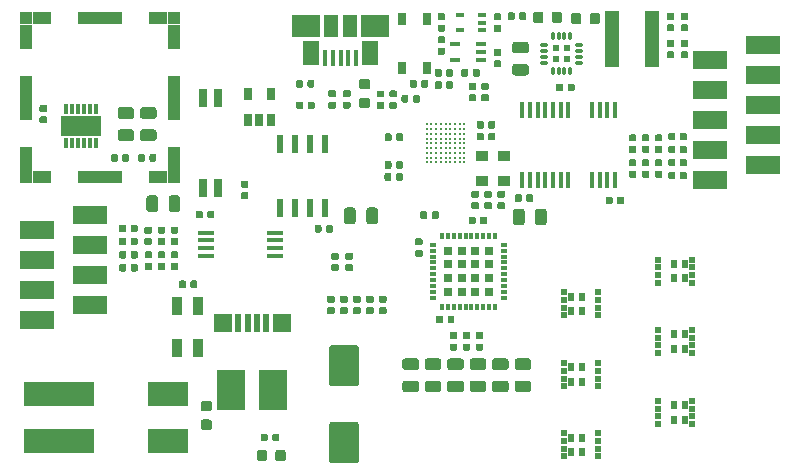
<source format=gbr>
G04 #@! TF.GenerationSoftware,KiCad,Pcbnew,5.1.5-52549c5~84~ubuntu18.04.1*
G04 #@! TF.CreationDate,2020-04-16T13:53:27+02:00*
G04 #@! TF.ProjectId,board,626f6172-642e-46b6-9963-61645f706362,rev?*
G04 #@! TF.SameCoordinates,Original*
G04 #@! TF.FileFunction,Paste,Top*
G04 #@! TF.FilePolarity,Positive*
%FSLAX46Y46*%
G04 Gerber Fmt 4.6, Leading zero omitted, Abs format (unit mm)*
G04 Created by KiCad (PCBNEW 5.1.5-52549c5~84~ubuntu18.04.1) date 2020-04-16 13:53:27*
%MOMM*%
%LPD*%
G04 APERTURE LIST*
%ADD10C,0.025400*%
%ADD11R,0.700000X0.400000*%
%ADD12C,0.100000*%
%ADD13R,0.450000X1.450000*%
%ADD14R,1.180000X4.700000*%
%ADD15R,1.000000X1.000000*%
%ADD16R,1.650000X1.000000*%
%ADD17R,3.800000X1.000000*%
%ADD18R,1.000000X2.130000*%
%ADD19R,1.000000X3.800000*%
%ADD20R,3.000000X1.500000*%
%ADD21R,0.690000X0.690000*%
%ADD22R,0.500000X0.300000*%
%ADD23R,0.300000X0.500000*%
%ADD24R,0.570000X0.738000*%
%ADD25R,0.630000X0.500000*%
%ADD26R,0.304800X0.812800*%
%ADD27R,3.403600X1.803400*%
%ADD28O,0.300000X0.750000*%
%ADD29O,0.750000X0.300000*%
%ADD30R,0.540000X0.540000*%
%ADD31R,3.500000X2.000000*%
%ADD32R,6.000000X2.000000*%
%ADD33R,0.850000X1.600000*%
%ADD34R,1.500000X1.600000*%
%ADD35R,0.500000X1.600000*%
%ADD36R,2.400000X3.480000*%
%ADD37R,0.650000X1.060000*%
%ADD38R,1.450000X0.450000*%
%ADD39R,0.450000X1.380000*%
%ADD40R,1.475000X2.100000*%
%ADD41R,2.375000X1.900000*%
%ADD42R,1.175000X1.900000*%
%ADD43R,0.600000X1.550000*%
%ADD44R,0.650000X1.050000*%
%ADD45R,0.950000X0.450000*%
%ADD46R,1.000000X0.900000*%
%ADD47R,0.760000X1.600000*%
%ADD48C,0.200000*%
G04 APERTURE END LIST*
D10*
G36*
X96898200Y-110771700D02*
G01*
X98400000Y-110771700D01*
X98400000Y-109168300D01*
X96898200Y-109168300D01*
X96898200Y-110771700D01*
G37*
X96898200Y-110771700D02*
X98400000Y-110771700D01*
X98400000Y-109168300D01*
X96898200Y-109168300D01*
X96898200Y-110771700D01*
G36*
X98600000Y-110771700D02*
G01*
X100101800Y-110771700D01*
X100101800Y-109168300D01*
X98600000Y-109168300D01*
X98600000Y-110771700D01*
G37*
X98600000Y-110771700D02*
X100101800Y-110771700D01*
X100101800Y-109168300D01*
X98600000Y-109168300D01*
X98600000Y-110771700D01*
D11*
X130550000Y-101900000D03*
X130550000Y-100600000D03*
X132450000Y-100600000D03*
X132450000Y-101250000D03*
X132450000Y-101900000D03*
X130550000Y-101900000D03*
X130550000Y-100600000D03*
X132450000Y-100600000D03*
X132450000Y-101250000D03*
X132450000Y-101900000D03*
X130550000Y-101900000D03*
X130550000Y-100600000D03*
X132450000Y-100600000D03*
X132450000Y-101250000D03*
X132450000Y-101900000D03*
D12*
G36*
X102767142Y-108416174D02*
G01*
X102790803Y-108419684D01*
X102814007Y-108425496D01*
X102836529Y-108433554D01*
X102858153Y-108443782D01*
X102878670Y-108456079D01*
X102897883Y-108470329D01*
X102915607Y-108486393D01*
X102931671Y-108504117D01*
X102945921Y-108523330D01*
X102958218Y-108543847D01*
X102968446Y-108565471D01*
X102976504Y-108587993D01*
X102982316Y-108611197D01*
X102985826Y-108634858D01*
X102987000Y-108658750D01*
X102987000Y-109146250D01*
X102985826Y-109170142D01*
X102982316Y-109193803D01*
X102976504Y-109217007D01*
X102968446Y-109239529D01*
X102958218Y-109261153D01*
X102945921Y-109281670D01*
X102931671Y-109300883D01*
X102915607Y-109318607D01*
X102897883Y-109334671D01*
X102878670Y-109348921D01*
X102858153Y-109361218D01*
X102836529Y-109371446D01*
X102814007Y-109379504D01*
X102790803Y-109385316D01*
X102767142Y-109388826D01*
X102743250Y-109390000D01*
X101830750Y-109390000D01*
X101806858Y-109388826D01*
X101783197Y-109385316D01*
X101759993Y-109379504D01*
X101737471Y-109371446D01*
X101715847Y-109361218D01*
X101695330Y-109348921D01*
X101676117Y-109334671D01*
X101658393Y-109318607D01*
X101642329Y-109300883D01*
X101628079Y-109281670D01*
X101615782Y-109261153D01*
X101605554Y-109239529D01*
X101597496Y-109217007D01*
X101591684Y-109193803D01*
X101588174Y-109170142D01*
X101587000Y-109146250D01*
X101587000Y-108658750D01*
X101588174Y-108634858D01*
X101591684Y-108611197D01*
X101597496Y-108587993D01*
X101605554Y-108565471D01*
X101615782Y-108543847D01*
X101628079Y-108523330D01*
X101642329Y-108504117D01*
X101658393Y-108486393D01*
X101676117Y-108470329D01*
X101695330Y-108456079D01*
X101715847Y-108443782D01*
X101737471Y-108433554D01*
X101759993Y-108425496D01*
X101783197Y-108419684D01*
X101806858Y-108416174D01*
X101830750Y-108415000D01*
X102743250Y-108415000D01*
X102767142Y-108416174D01*
G37*
G36*
X102767142Y-110291174D02*
G01*
X102790803Y-110294684D01*
X102814007Y-110300496D01*
X102836529Y-110308554D01*
X102858153Y-110318782D01*
X102878670Y-110331079D01*
X102897883Y-110345329D01*
X102915607Y-110361393D01*
X102931671Y-110379117D01*
X102945921Y-110398330D01*
X102958218Y-110418847D01*
X102968446Y-110440471D01*
X102976504Y-110462993D01*
X102982316Y-110486197D01*
X102985826Y-110509858D01*
X102987000Y-110533750D01*
X102987000Y-111021250D01*
X102985826Y-111045142D01*
X102982316Y-111068803D01*
X102976504Y-111092007D01*
X102968446Y-111114529D01*
X102958218Y-111136153D01*
X102945921Y-111156670D01*
X102931671Y-111175883D01*
X102915607Y-111193607D01*
X102897883Y-111209671D01*
X102878670Y-111223921D01*
X102858153Y-111236218D01*
X102836529Y-111246446D01*
X102814007Y-111254504D01*
X102790803Y-111260316D01*
X102767142Y-111263826D01*
X102743250Y-111265000D01*
X101830750Y-111265000D01*
X101806858Y-111263826D01*
X101783197Y-111260316D01*
X101759993Y-111254504D01*
X101737471Y-111246446D01*
X101715847Y-111236218D01*
X101695330Y-111223921D01*
X101676117Y-111209671D01*
X101658393Y-111193607D01*
X101642329Y-111175883D01*
X101628079Y-111156670D01*
X101615782Y-111136153D01*
X101605554Y-111114529D01*
X101597496Y-111092007D01*
X101591684Y-111068803D01*
X101588174Y-111045142D01*
X101587000Y-111021250D01*
X101587000Y-110533750D01*
X101588174Y-110509858D01*
X101591684Y-110486197D01*
X101597496Y-110462993D01*
X101605554Y-110440471D01*
X101615782Y-110418847D01*
X101628079Y-110398330D01*
X101642329Y-110379117D01*
X101658393Y-110361393D01*
X101676117Y-110345329D01*
X101695330Y-110331079D01*
X101715847Y-110318782D01*
X101737471Y-110308554D01*
X101759993Y-110300496D01*
X101783197Y-110294684D01*
X101806858Y-110291174D01*
X101830750Y-110290000D01*
X102743250Y-110290000D01*
X102767142Y-110291174D01*
G37*
D13*
X139750000Y-108650000D03*
X139100000Y-108650000D03*
X138450000Y-108650000D03*
X137800000Y-108650000D03*
X137150000Y-108650000D03*
X136500000Y-108650000D03*
X135850000Y-108650000D03*
X135850000Y-114550000D03*
X136500000Y-114550000D03*
X137150000Y-114550000D03*
X137800000Y-114550000D03*
X138450000Y-114550000D03*
X139100000Y-114550000D03*
X139750000Y-114550000D03*
D14*
X146800000Y-102600000D03*
X143490000Y-102600000D03*
D15*
X93850000Y-100870000D03*
X106350000Y-100870000D03*
X106350000Y-114330000D03*
X93850000Y-114330000D03*
D16*
X95175000Y-100870000D03*
X95175000Y-114330000D03*
D17*
X100100000Y-100870000D03*
X100100000Y-114330000D03*
D16*
X105025000Y-100870000D03*
X105025000Y-114330000D03*
D18*
X93850000Y-102435000D03*
X106350000Y-102435000D03*
D19*
X93850000Y-107600000D03*
X106350000Y-107600000D03*
D18*
X93850000Y-112765000D03*
X106350000Y-112765000D03*
D20*
X99250000Y-117525000D03*
X99250000Y-120065000D03*
X99250000Y-122605000D03*
X99250000Y-125145000D03*
X94750000Y-118795000D03*
X94750000Y-121335000D03*
X94750000Y-123875000D03*
X94750000Y-126415000D03*
D12*
G36*
X104672142Y-108416174D02*
G01*
X104695803Y-108419684D01*
X104719007Y-108425496D01*
X104741529Y-108433554D01*
X104763153Y-108443782D01*
X104783670Y-108456079D01*
X104802883Y-108470329D01*
X104820607Y-108486393D01*
X104836671Y-108504117D01*
X104850921Y-108523330D01*
X104863218Y-108543847D01*
X104873446Y-108565471D01*
X104881504Y-108587993D01*
X104887316Y-108611197D01*
X104890826Y-108634858D01*
X104892000Y-108658750D01*
X104892000Y-109146250D01*
X104890826Y-109170142D01*
X104887316Y-109193803D01*
X104881504Y-109217007D01*
X104873446Y-109239529D01*
X104863218Y-109261153D01*
X104850921Y-109281670D01*
X104836671Y-109300883D01*
X104820607Y-109318607D01*
X104802883Y-109334671D01*
X104783670Y-109348921D01*
X104763153Y-109361218D01*
X104741529Y-109371446D01*
X104719007Y-109379504D01*
X104695803Y-109385316D01*
X104672142Y-109388826D01*
X104648250Y-109390000D01*
X103735750Y-109390000D01*
X103711858Y-109388826D01*
X103688197Y-109385316D01*
X103664993Y-109379504D01*
X103642471Y-109371446D01*
X103620847Y-109361218D01*
X103600330Y-109348921D01*
X103581117Y-109334671D01*
X103563393Y-109318607D01*
X103547329Y-109300883D01*
X103533079Y-109281670D01*
X103520782Y-109261153D01*
X103510554Y-109239529D01*
X103502496Y-109217007D01*
X103496684Y-109193803D01*
X103493174Y-109170142D01*
X103492000Y-109146250D01*
X103492000Y-108658750D01*
X103493174Y-108634858D01*
X103496684Y-108611197D01*
X103502496Y-108587993D01*
X103510554Y-108565471D01*
X103520782Y-108543847D01*
X103533079Y-108523330D01*
X103547329Y-108504117D01*
X103563393Y-108486393D01*
X103581117Y-108470329D01*
X103600330Y-108456079D01*
X103620847Y-108443782D01*
X103642471Y-108433554D01*
X103664993Y-108425496D01*
X103688197Y-108419684D01*
X103711858Y-108416174D01*
X103735750Y-108415000D01*
X104648250Y-108415000D01*
X104672142Y-108416174D01*
G37*
G36*
X104672142Y-110291174D02*
G01*
X104695803Y-110294684D01*
X104719007Y-110300496D01*
X104741529Y-110308554D01*
X104763153Y-110318782D01*
X104783670Y-110331079D01*
X104802883Y-110345329D01*
X104820607Y-110361393D01*
X104836671Y-110379117D01*
X104850921Y-110398330D01*
X104863218Y-110418847D01*
X104873446Y-110440471D01*
X104881504Y-110462993D01*
X104887316Y-110486197D01*
X104890826Y-110509858D01*
X104892000Y-110533750D01*
X104892000Y-111021250D01*
X104890826Y-111045142D01*
X104887316Y-111068803D01*
X104881504Y-111092007D01*
X104873446Y-111114529D01*
X104863218Y-111136153D01*
X104850921Y-111156670D01*
X104836671Y-111175883D01*
X104820607Y-111193607D01*
X104802883Y-111209671D01*
X104783670Y-111223921D01*
X104763153Y-111236218D01*
X104741529Y-111246446D01*
X104719007Y-111254504D01*
X104695803Y-111260316D01*
X104672142Y-111263826D01*
X104648250Y-111265000D01*
X103735750Y-111265000D01*
X103711858Y-111263826D01*
X103688197Y-111260316D01*
X103664993Y-111254504D01*
X103642471Y-111246446D01*
X103620847Y-111236218D01*
X103600330Y-111223921D01*
X103581117Y-111209671D01*
X103563393Y-111193607D01*
X103547329Y-111175883D01*
X103533079Y-111156670D01*
X103520782Y-111136153D01*
X103510554Y-111114529D01*
X103502496Y-111092007D01*
X103496684Y-111068803D01*
X103493174Y-111045142D01*
X103492000Y-111021250D01*
X103492000Y-110533750D01*
X103493174Y-110509858D01*
X103496684Y-110486197D01*
X103502496Y-110462993D01*
X103510554Y-110440471D01*
X103520782Y-110418847D01*
X103533079Y-110398330D01*
X103547329Y-110379117D01*
X103563393Y-110361393D01*
X103581117Y-110345329D01*
X103600330Y-110331079D01*
X103620847Y-110318782D01*
X103642471Y-110308554D01*
X103664993Y-110300496D01*
X103688197Y-110294684D01*
X103711858Y-110291174D01*
X103735750Y-110290000D01*
X104648250Y-110290000D01*
X104672142Y-110291174D01*
G37*
G36*
X137705142Y-117001174D02*
G01*
X137728803Y-117004684D01*
X137752007Y-117010496D01*
X137774529Y-117018554D01*
X137796153Y-117028782D01*
X137816670Y-117041079D01*
X137835883Y-117055329D01*
X137853607Y-117071393D01*
X137869671Y-117089117D01*
X137883921Y-117108330D01*
X137896218Y-117128847D01*
X137906446Y-117150471D01*
X137914504Y-117172993D01*
X137920316Y-117196197D01*
X137923826Y-117219858D01*
X137925000Y-117243750D01*
X137925000Y-118156250D01*
X137923826Y-118180142D01*
X137920316Y-118203803D01*
X137914504Y-118227007D01*
X137906446Y-118249529D01*
X137896218Y-118271153D01*
X137883921Y-118291670D01*
X137869671Y-118310883D01*
X137853607Y-118328607D01*
X137835883Y-118344671D01*
X137816670Y-118358921D01*
X137796153Y-118371218D01*
X137774529Y-118381446D01*
X137752007Y-118389504D01*
X137728803Y-118395316D01*
X137705142Y-118398826D01*
X137681250Y-118400000D01*
X137193750Y-118400000D01*
X137169858Y-118398826D01*
X137146197Y-118395316D01*
X137122993Y-118389504D01*
X137100471Y-118381446D01*
X137078847Y-118371218D01*
X137058330Y-118358921D01*
X137039117Y-118344671D01*
X137021393Y-118328607D01*
X137005329Y-118310883D01*
X136991079Y-118291670D01*
X136978782Y-118271153D01*
X136968554Y-118249529D01*
X136960496Y-118227007D01*
X136954684Y-118203803D01*
X136951174Y-118180142D01*
X136950000Y-118156250D01*
X136950000Y-117243750D01*
X136951174Y-117219858D01*
X136954684Y-117196197D01*
X136960496Y-117172993D01*
X136968554Y-117150471D01*
X136978782Y-117128847D01*
X136991079Y-117108330D01*
X137005329Y-117089117D01*
X137021393Y-117071393D01*
X137039117Y-117055329D01*
X137058330Y-117041079D01*
X137078847Y-117028782D01*
X137100471Y-117018554D01*
X137122993Y-117010496D01*
X137146197Y-117004684D01*
X137169858Y-117001174D01*
X137193750Y-117000000D01*
X137681250Y-117000000D01*
X137705142Y-117001174D01*
G37*
G36*
X135830142Y-117001174D02*
G01*
X135853803Y-117004684D01*
X135877007Y-117010496D01*
X135899529Y-117018554D01*
X135921153Y-117028782D01*
X135941670Y-117041079D01*
X135960883Y-117055329D01*
X135978607Y-117071393D01*
X135994671Y-117089117D01*
X136008921Y-117108330D01*
X136021218Y-117128847D01*
X136031446Y-117150471D01*
X136039504Y-117172993D01*
X136045316Y-117196197D01*
X136048826Y-117219858D01*
X136050000Y-117243750D01*
X136050000Y-118156250D01*
X136048826Y-118180142D01*
X136045316Y-118203803D01*
X136039504Y-118227007D01*
X136031446Y-118249529D01*
X136021218Y-118271153D01*
X136008921Y-118291670D01*
X135994671Y-118310883D01*
X135978607Y-118328607D01*
X135960883Y-118344671D01*
X135941670Y-118358921D01*
X135921153Y-118371218D01*
X135899529Y-118381446D01*
X135877007Y-118389504D01*
X135853803Y-118395316D01*
X135830142Y-118398826D01*
X135806250Y-118400000D01*
X135318750Y-118400000D01*
X135294858Y-118398826D01*
X135271197Y-118395316D01*
X135247993Y-118389504D01*
X135225471Y-118381446D01*
X135203847Y-118371218D01*
X135183330Y-118358921D01*
X135164117Y-118344671D01*
X135146393Y-118328607D01*
X135130329Y-118310883D01*
X135116079Y-118291670D01*
X135103782Y-118271153D01*
X135093554Y-118249529D01*
X135085496Y-118227007D01*
X135079684Y-118203803D01*
X135076174Y-118180142D01*
X135075000Y-118156250D01*
X135075000Y-117243750D01*
X135076174Y-117219858D01*
X135079684Y-117196197D01*
X135085496Y-117172993D01*
X135093554Y-117150471D01*
X135103782Y-117128847D01*
X135116079Y-117108330D01*
X135130329Y-117089117D01*
X135146393Y-117071393D01*
X135164117Y-117055329D01*
X135183330Y-117041079D01*
X135203847Y-117028782D01*
X135225471Y-117018554D01*
X135247993Y-117010496D01*
X135271197Y-117004684D01*
X135294858Y-117001174D01*
X135318750Y-117000000D01*
X135806250Y-117000000D01*
X135830142Y-117001174D01*
G37*
D21*
X129575000Y-124025000D03*
X130725000Y-124025000D03*
X131875000Y-124025000D03*
X133025000Y-124025000D03*
X129575000Y-122875000D03*
X130725000Y-122875000D03*
X131875000Y-122875000D03*
X133025000Y-122875000D03*
X129575000Y-121725000D03*
X130725000Y-121725000D03*
X131875000Y-121725000D03*
X133025000Y-121725000D03*
X129575000Y-120575000D03*
X130725000Y-120575000D03*
X131875000Y-120575000D03*
X133025000Y-120575000D03*
D22*
X128300000Y-124550000D03*
X128300000Y-124050000D03*
X128300000Y-123550000D03*
X128300000Y-123050000D03*
X128300000Y-122550000D03*
X128300000Y-122050000D03*
X128300000Y-121550000D03*
X128300000Y-121050000D03*
X128300000Y-120550000D03*
X128300000Y-120050000D03*
D23*
X129050000Y-119300000D03*
X129550000Y-119300000D03*
X130050000Y-119300000D03*
X130550000Y-119300000D03*
X131050000Y-119300000D03*
X131550000Y-119300000D03*
X132050000Y-119300000D03*
X132550000Y-119300000D03*
X133050000Y-119300000D03*
X133550000Y-119300000D03*
D22*
X134300000Y-120050000D03*
X134300000Y-120550000D03*
X134300000Y-121050000D03*
X134300000Y-121550000D03*
X134300000Y-122050000D03*
X134300000Y-122550000D03*
X134300000Y-123050000D03*
X134300000Y-123550000D03*
X134300000Y-124050000D03*
X134300000Y-124550000D03*
D23*
X133550000Y-125300000D03*
X133050000Y-125300000D03*
X132550000Y-125300000D03*
X132050000Y-125300000D03*
X131550000Y-125300000D03*
X131050000Y-125300000D03*
X130550000Y-125300000D03*
X130050000Y-125300000D03*
X129550000Y-125300000D03*
X129050000Y-125300000D03*
D12*
G36*
X121530142Y-116901174D02*
G01*
X121553803Y-116904684D01*
X121577007Y-116910496D01*
X121599529Y-116918554D01*
X121621153Y-116928782D01*
X121641670Y-116941079D01*
X121660883Y-116955329D01*
X121678607Y-116971393D01*
X121694671Y-116989117D01*
X121708921Y-117008330D01*
X121721218Y-117028847D01*
X121731446Y-117050471D01*
X121739504Y-117072993D01*
X121745316Y-117096197D01*
X121748826Y-117119858D01*
X121750000Y-117143750D01*
X121750000Y-118056250D01*
X121748826Y-118080142D01*
X121745316Y-118103803D01*
X121739504Y-118127007D01*
X121731446Y-118149529D01*
X121721218Y-118171153D01*
X121708921Y-118191670D01*
X121694671Y-118210883D01*
X121678607Y-118228607D01*
X121660883Y-118244671D01*
X121641670Y-118258921D01*
X121621153Y-118271218D01*
X121599529Y-118281446D01*
X121577007Y-118289504D01*
X121553803Y-118295316D01*
X121530142Y-118298826D01*
X121506250Y-118300000D01*
X121018750Y-118300000D01*
X120994858Y-118298826D01*
X120971197Y-118295316D01*
X120947993Y-118289504D01*
X120925471Y-118281446D01*
X120903847Y-118271218D01*
X120883330Y-118258921D01*
X120864117Y-118244671D01*
X120846393Y-118228607D01*
X120830329Y-118210883D01*
X120816079Y-118191670D01*
X120803782Y-118171153D01*
X120793554Y-118149529D01*
X120785496Y-118127007D01*
X120779684Y-118103803D01*
X120776174Y-118080142D01*
X120775000Y-118056250D01*
X120775000Y-117143750D01*
X120776174Y-117119858D01*
X120779684Y-117096197D01*
X120785496Y-117072993D01*
X120793554Y-117050471D01*
X120803782Y-117028847D01*
X120816079Y-117008330D01*
X120830329Y-116989117D01*
X120846393Y-116971393D01*
X120864117Y-116955329D01*
X120883330Y-116941079D01*
X120903847Y-116928782D01*
X120925471Y-116918554D01*
X120947993Y-116910496D01*
X120971197Y-116904684D01*
X120994858Y-116901174D01*
X121018750Y-116900000D01*
X121506250Y-116900000D01*
X121530142Y-116901174D01*
G37*
G36*
X123405142Y-116901174D02*
G01*
X123428803Y-116904684D01*
X123452007Y-116910496D01*
X123474529Y-116918554D01*
X123496153Y-116928782D01*
X123516670Y-116941079D01*
X123535883Y-116955329D01*
X123553607Y-116971393D01*
X123569671Y-116989117D01*
X123583921Y-117008330D01*
X123596218Y-117028847D01*
X123606446Y-117050471D01*
X123614504Y-117072993D01*
X123620316Y-117096197D01*
X123623826Y-117119858D01*
X123625000Y-117143750D01*
X123625000Y-118056250D01*
X123623826Y-118080142D01*
X123620316Y-118103803D01*
X123614504Y-118127007D01*
X123606446Y-118149529D01*
X123596218Y-118171153D01*
X123583921Y-118191670D01*
X123569671Y-118210883D01*
X123553607Y-118228607D01*
X123535883Y-118244671D01*
X123516670Y-118258921D01*
X123496153Y-118271218D01*
X123474529Y-118281446D01*
X123452007Y-118289504D01*
X123428803Y-118295316D01*
X123405142Y-118298826D01*
X123381250Y-118300000D01*
X122893750Y-118300000D01*
X122869858Y-118298826D01*
X122846197Y-118295316D01*
X122822993Y-118289504D01*
X122800471Y-118281446D01*
X122778847Y-118271218D01*
X122758330Y-118258921D01*
X122739117Y-118244671D01*
X122721393Y-118228607D01*
X122705329Y-118210883D01*
X122691079Y-118191670D01*
X122678782Y-118171153D01*
X122668554Y-118149529D01*
X122660496Y-118127007D01*
X122654684Y-118103803D01*
X122651174Y-118080142D01*
X122650000Y-118056250D01*
X122650000Y-117143750D01*
X122651174Y-117119858D01*
X122654684Y-117096197D01*
X122660496Y-117072993D01*
X122668554Y-117050471D01*
X122678782Y-117028847D01*
X122691079Y-117008330D01*
X122705329Y-116989117D01*
X122721393Y-116971393D01*
X122739117Y-116955329D01*
X122758330Y-116941079D01*
X122778847Y-116928782D01*
X122800471Y-116918554D01*
X122822993Y-116910496D01*
X122846197Y-116904684D01*
X122869858Y-116901174D01*
X122893750Y-116900000D01*
X123381250Y-116900000D01*
X123405142Y-116901174D01*
G37*
D13*
X143695000Y-108640000D03*
X143045000Y-108640000D03*
X142395000Y-108640000D03*
X141745000Y-108640000D03*
X141745000Y-114540000D03*
X142395000Y-114540000D03*
X143045000Y-114540000D03*
X143695000Y-114540000D03*
D24*
X140940000Y-131660000D03*
X140940000Y-130440000D03*
X139990000Y-131660000D03*
X139990000Y-130440000D03*
D25*
X139410000Y-132020000D03*
X139410000Y-131380000D03*
X139410000Y-130720000D03*
X139410000Y-130080000D03*
X142290000Y-130080000D03*
X142290000Y-130720000D03*
X142290000Y-131380000D03*
X142290000Y-132020000D03*
D26*
X97250000Y-111417800D03*
X97750000Y-111417800D03*
X98250000Y-111417800D03*
X98750000Y-111417800D03*
X99250000Y-111417800D03*
X99750000Y-111417800D03*
X99750000Y-108522200D03*
X99250000Y-108522200D03*
X98750000Y-108522200D03*
X98250000Y-108522200D03*
X97750000Y-108522200D03*
X97250000Y-108522200D03*
D27*
X98500000Y-109970000D03*
D12*
G36*
X120186958Y-120720710D02*
G01*
X120201276Y-120722834D01*
X120215317Y-120726351D01*
X120228946Y-120731228D01*
X120242031Y-120737417D01*
X120254447Y-120744858D01*
X120266073Y-120753481D01*
X120276798Y-120763202D01*
X120286519Y-120773927D01*
X120295142Y-120785553D01*
X120302583Y-120797969D01*
X120308772Y-120811054D01*
X120313649Y-120824683D01*
X120317166Y-120838724D01*
X120319290Y-120853042D01*
X120320000Y-120867500D01*
X120320000Y-121162500D01*
X120319290Y-121176958D01*
X120317166Y-121191276D01*
X120313649Y-121205317D01*
X120308772Y-121218946D01*
X120302583Y-121232031D01*
X120295142Y-121244447D01*
X120286519Y-121256073D01*
X120276798Y-121266798D01*
X120266073Y-121276519D01*
X120254447Y-121285142D01*
X120242031Y-121292583D01*
X120228946Y-121298772D01*
X120215317Y-121303649D01*
X120201276Y-121307166D01*
X120186958Y-121309290D01*
X120172500Y-121310000D01*
X119827500Y-121310000D01*
X119813042Y-121309290D01*
X119798724Y-121307166D01*
X119784683Y-121303649D01*
X119771054Y-121298772D01*
X119757969Y-121292583D01*
X119745553Y-121285142D01*
X119733927Y-121276519D01*
X119723202Y-121266798D01*
X119713481Y-121256073D01*
X119704858Y-121244447D01*
X119697417Y-121232031D01*
X119691228Y-121218946D01*
X119686351Y-121205317D01*
X119682834Y-121191276D01*
X119680710Y-121176958D01*
X119680000Y-121162500D01*
X119680000Y-120867500D01*
X119680710Y-120853042D01*
X119682834Y-120838724D01*
X119686351Y-120824683D01*
X119691228Y-120811054D01*
X119697417Y-120797969D01*
X119704858Y-120785553D01*
X119713481Y-120773927D01*
X119723202Y-120763202D01*
X119733927Y-120753481D01*
X119745553Y-120744858D01*
X119757969Y-120737417D01*
X119771054Y-120731228D01*
X119784683Y-120726351D01*
X119798724Y-120722834D01*
X119813042Y-120720710D01*
X119827500Y-120720000D01*
X120172500Y-120720000D01*
X120186958Y-120720710D01*
G37*
G36*
X120186958Y-121690710D02*
G01*
X120201276Y-121692834D01*
X120215317Y-121696351D01*
X120228946Y-121701228D01*
X120242031Y-121707417D01*
X120254447Y-121714858D01*
X120266073Y-121723481D01*
X120276798Y-121733202D01*
X120286519Y-121743927D01*
X120295142Y-121755553D01*
X120302583Y-121767969D01*
X120308772Y-121781054D01*
X120313649Y-121794683D01*
X120317166Y-121808724D01*
X120319290Y-121823042D01*
X120320000Y-121837500D01*
X120320000Y-122132500D01*
X120319290Y-122146958D01*
X120317166Y-122161276D01*
X120313649Y-122175317D01*
X120308772Y-122188946D01*
X120302583Y-122202031D01*
X120295142Y-122214447D01*
X120286519Y-122226073D01*
X120276798Y-122236798D01*
X120266073Y-122246519D01*
X120254447Y-122255142D01*
X120242031Y-122262583D01*
X120228946Y-122268772D01*
X120215317Y-122273649D01*
X120201276Y-122277166D01*
X120186958Y-122279290D01*
X120172500Y-122280000D01*
X119827500Y-122280000D01*
X119813042Y-122279290D01*
X119798724Y-122277166D01*
X119784683Y-122273649D01*
X119771054Y-122268772D01*
X119757969Y-122262583D01*
X119745553Y-122255142D01*
X119733927Y-122246519D01*
X119723202Y-122236798D01*
X119713481Y-122226073D01*
X119704858Y-122214447D01*
X119697417Y-122202031D01*
X119691228Y-122188946D01*
X119686351Y-122175317D01*
X119682834Y-122161276D01*
X119680710Y-122146958D01*
X119680000Y-122132500D01*
X119680000Y-121837500D01*
X119680710Y-121823042D01*
X119682834Y-121808724D01*
X119686351Y-121794683D01*
X119691228Y-121781054D01*
X119697417Y-121767969D01*
X119704858Y-121755553D01*
X119713481Y-121743927D01*
X119723202Y-121733202D01*
X119733927Y-121723481D01*
X119745553Y-121714858D01*
X119757969Y-121707417D01*
X119771054Y-121701228D01*
X119784683Y-121696351D01*
X119798724Y-121692834D01*
X119813042Y-121690710D01*
X119827500Y-121690000D01*
X120172500Y-121690000D01*
X120186958Y-121690710D01*
G37*
G36*
X102446958Y-112380710D02*
G01*
X102461276Y-112382834D01*
X102475317Y-112386351D01*
X102488946Y-112391228D01*
X102502031Y-112397417D01*
X102514447Y-112404858D01*
X102526073Y-112413481D01*
X102536798Y-112423202D01*
X102546519Y-112433927D01*
X102555142Y-112445553D01*
X102562583Y-112457969D01*
X102568772Y-112471054D01*
X102573649Y-112484683D01*
X102577166Y-112498724D01*
X102579290Y-112513042D01*
X102580000Y-112527500D01*
X102580000Y-112872500D01*
X102579290Y-112886958D01*
X102577166Y-112901276D01*
X102573649Y-112915317D01*
X102568772Y-112928946D01*
X102562583Y-112942031D01*
X102555142Y-112954447D01*
X102546519Y-112966073D01*
X102536798Y-112976798D01*
X102526073Y-112986519D01*
X102514447Y-112995142D01*
X102502031Y-113002583D01*
X102488946Y-113008772D01*
X102475317Y-113013649D01*
X102461276Y-113017166D01*
X102446958Y-113019290D01*
X102432500Y-113020000D01*
X102137500Y-113020000D01*
X102123042Y-113019290D01*
X102108724Y-113017166D01*
X102094683Y-113013649D01*
X102081054Y-113008772D01*
X102067969Y-113002583D01*
X102055553Y-112995142D01*
X102043927Y-112986519D01*
X102033202Y-112976798D01*
X102023481Y-112966073D01*
X102014858Y-112954447D01*
X102007417Y-112942031D01*
X102001228Y-112928946D01*
X101996351Y-112915317D01*
X101992834Y-112901276D01*
X101990710Y-112886958D01*
X101990000Y-112872500D01*
X101990000Y-112527500D01*
X101990710Y-112513042D01*
X101992834Y-112498724D01*
X101996351Y-112484683D01*
X102001228Y-112471054D01*
X102007417Y-112457969D01*
X102014858Y-112445553D01*
X102023481Y-112433927D01*
X102033202Y-112423202D01*
X102043927Y-112413481D01*
X102055553Y-112404858D01*
X102067969Y-112397417D01*
X102081054Y-112391228D01*
X102094683Y-112386351D01*
X102108724Y-112382834D01*
X102123042Y-112380710D01*
X102137500Y-112380000D01*
X102432500Y-112380000D01*
X102446958Y-112380710D01*
G37*
G36*
X101476958Y-112380710D02*
G01*
X101491276Y-112382834D01*
X101505317Y-112386351D01*
X101518946Y-112391228D01*
X101532031Y-112397417D01*
X101544447Y-112404858D01*
X101556073Y-112413481D01*
X101566798Y-112423202D01*
X101576519Y-112433927D01*
X101585142Y-112445553D01*
X101592583Y-112457969D01*
X101598772Y-112471054D01*
X101603649Y-112484683D01*
X101607166Y-112498724D01*
X101609290Y-112513042D01*
X101610000Y-112527500D01*
X101610000Y-112872500D01*
X101609290Y-112886958D01*
X101607166Y-112901276D01*
X101603649Y-112915317D01*
X101598772Y-112928946D01*
X101592583Y-112942031D01*
X101585142Y-112954447D01*
X101576519Y-112966073D01*
X101566798Y-112976798D01*
X101556073Y-112986519D01*
X101544447Y-112995142D01*
X101532031Y-113002583D01*
X101518946Y-113008772D01*
X101505317Y-113013649D01*
X101491276Y-113017166D01*
X101476958Y-113019290D01*
X101462500Y-113020000D01*
X101167500Y-113020000D01*
X101153042Y-113019290D01*
X101138724Y-113017166D01*
X101124683Y-113013649D01*
X101111054Y-113008772D01*
X101097969Y-113002583D01*
X101085553Y-112995142D01*
X101073927Y-112986519D01*
X101063202Y-112976798D01*
X101053481Y-112966073D01*
X101044858Y-112954447D01*
X101037417Y-112942031D01*
X101031228Y-112928946D01*
X101026351Y-112915317D01*
X101022834Y-112901276D01*
X101020710Y-112886958D01*
X101020000Y-112872500D01*
X101020000Y-112527500D01*
X101020710Y-112513042D01*
X101022834Y-112498724D01*
X101026351Y-112484683D01*
X101031228Y-112471054D01*
X101037417Y-112457969D01*
X101044858Y-112445553D01*
X101053481Y-112433927D01*
X101063202Y-112423202D01*
X101073927Y-112413481D01*
X101085553Y-112404858D01*
X101097969Y-112397417D01*
X101111054Y-112391228D01*
X101124683Y-112386351D01*
X101138724Y-112382834D01*
X101153042Y-112380710D01*
X101167500Y-112380000D01*
X101462500Y-112380000D01*
X101476958Y-112380710D01*
G37*
G36*
X95486958Y-109190710D02*
G01*
X95501276Y-109192834D01*
X95515317Y-109196351D01*
X95528946Y-109201228D01*
X95542031Y-109207417D01*
X95554447Y-109214858D01*
X95566073Y-109223481D01*
X95576798Y-109233202D01*
X95586519Y-109243927D01*
X95595142Y-109255553D01*
X95602583Y-109267969D01*
X95608772Y-109281054D01*
X95613649Y-109294683D01*
X95617166Y-109308724D01*
X95619290Y-109323042D01*
X95620000Y-109337500D01*
X95620000Y-109632500D01*
X95619290Y-109646958D01*
X95617166Y-109661276D01*
X95613649Y-109675317D01*
X95608772Y-109688946D01*
X95602583Y-109702031D01*
X95595142Y-109714447D01*
X95586519Y-109726073D01*
X95576798Y-109736798D01*
X95566073Y-109746519D01*
X95554447Y-109755142D01*
X95542031Y-109762583D01*
X95528946Y-109768772D01*
X95515317Y-109773649D01*
X95501276Y-109777166D01*
X95486958Y-109779290D01*
X95472500Y-109780000D01*
X95127500Y-109780000D01*
X95113042Y-109779290D01*
X95098724Y-109777166D01*
X95084683Y-109773649D01*
X95071054Y-109768772D01*
X95057969Y-109762583D01*
X95045553Y-109755142D01*
X95033927Y-109746519D01*
X95023202Y-109736798D01*
X95013481Y-109726073D01*
X95004858Y-109714447D01*
X94997417Y-109702031D01*
X94991228Y-109688946D01*
X94986351Y-109675317D01*
X94982834Y-109661276D01*
X94980710Y-109646958D01*
X94980000Y-109632500D01*
X94980000Y-109337500D01*
X94980710Y-109323042D01*
X94982834Y-109308724D01*
X94986351Y-109294683D01*
X94991228Y-109281054D01*
X94997417Y-109267969D01*
X95004858Y-109255553D01*
X95013481Y-109243927D01*
X95023202Y-109233202D01*
X95033927Y-109223481D01*
X95045553Y-109214858D01*
X95057969Y-109207417D01*
X95071054Y-109201228D01*
X95084683Y-109196351D01*
X95098724Y-109192834D01*
X95113042Y-109190710D01*
X95127500Y-109190000D01*
X95472500Y-109190000D01*
X95486958Y-109190710D01*
G37*
G36*
X95486958Y-108220710D02*
G01*
X95501276Y-108222834D01*
X95515317Y-108226351D01*
X95528946Y-108231228D01*
X95542031Y-108237417D01*
X95554447Y-108244858D01*
X95566073Y-108253481D01*
X95576798Y-108263202D01*
X95586519Y-108273927D01*
X95595142Y-108285553D01*
X95602583Y-108297969D01*
X95608772Y-108311054D01*
X95613649Y-108324683D01*
X95617166Y-108338724D01*
X95619290Y-108353042D01*
X95620000Y-108367500D01*
X95620000Y-108662500D01*
X95619290Y-108676958D01*
X95617166Y-108691276D01*
X95613649Y-108705317D01*
X95608772Y-108718946D01*
X95602583Y-108732031D01*
X95595142Y-108744447D01*
X95586519Y-108756073D01*
X95576798Y-108766798D01*
X95566073Y-108776519D01*
X95554447Y-108785142D01*
X95542031Y-108792583D01*
X95528946Y-108798772D01*
X95515317Y-108803649D01*
X95501276Y-108807166D01*
X95486958Y-108809290D01*
X95472500Y-108810000D01*
X95127500Y-108810000D01*
X95113042Y-108809290D01*
X95098724Y-108807166D01*
X95084683Y-108803649D01*
X95071054Y-108798772D01*
X95057969Y-108792583D01*
X95045553Y-108785142D01*
X95033927Y-108776519D01*
X95023202Y-108766798D01*
X95013481Y-108756073D01*
X95004858Y-108744447D01*
X94997417Y-108732031D01*
X94991228Y-108718946D01*
X94986351Y-108705317D01*
X94982834Y-108691276D01*
X94980710Y-108676958D01*
X94980000Y-108662500D01*
X94980000Y-108367500D01*
X94980710Y-108353042D01*
X94982834Y-108338724D01*
X94986351Y-108324683D01*
X94991228Y-108311054D01*
X94997417Y-108297969D01*
X95004858Y-108285553D01*
X95013481Y-108273927D01*
X95023202Y-108263202D01*
X95033927Y-108253481D01*
X95045553Y-108244858D01*
X95057969Y-108237417D01*
X95071054Y-108231228D01*
X95084683Y-108226351D01*
X95098724Y-108222834D01*
X95113042Y-108220710D01*
X95127500Y-108220000D01*
X95472500Y-108220000D01*
X95486958Y-108220710D01*
G37*
G36*
X128780142Y-129676174D02*
G01*
X128803803Y-129679684D01*
X128827007Y-129685496D01*
X128849529Y-129693554D01*
X128871153Y-129703782D01*
X128891670Y-129716079D01*
X128910883Y-129730329D01*
X128928607Y-129746393D01*
X128944671Y-129764117D01*
X128958921Y-129783330D01*
X128971218Y-129803847D01*
X128981446Y-129825471D01*
X128989504Y-129847993D01*
X128995316Y-129871197D01*
X128998826Y-129894858D01*
X129000000Y-129918750D01*
X129000000Y-130406250D01*
X128998826Y-130430142D01*
X128995316Y-130453803D01*
X128989504Y-130477007D01*
X128981446Y-130499529D01*
X128971218Y-130521153D01*
X128958921Y-130541670D01*
X128944671Y-130560883D01*
X128928607Y-130578607D01*
X128910883Y-130594671D01*
X128891670Y-130608921D01*
X128871153Y-130621218D01*
X128849529Y-130631446D01*
X128827007Y-130639504D01*
X128803803Y-130645316D01*
X128780142Y-130648826D01*
X128756250Y-130650000D01*
X127843750Y-130650000D01*
X127819858Y-130648826D01*
X127796197Y-130645316D01*
X127772993Y-130639504D01*
X127750471Y-130631446D01*
X127728847Y-130621218D01*
X127708330Y-130608921D01*
X127689117Y-130594671D01*
X127671393Y-130578607D01*
X127655329Y-130560883D01*
X127641079Y-130541670D01*
X127628782Y-130521153D01*
X127618554Y-130499529D01*
X127610496Y-130477007D01*
X127604684Y-130453803D01*
X127601174Y-130430142D01*
X127600000Y-130406250D01*
X127600000Y-129918750D01*
X127601174Y-129894858D01*
X127604684Y-129871197D01*
X127610496Y-129847993D01*
X127618554Y-129825471D01*
X127628782Y-129803847D01*
X127641079Y-129783330D01*
X127655329Y-129764117D01*
X127671393Y-129746393D01*
X127689117Y-129730329D01*
X127708330Y-129716079D01*
X127728847Y-129703782D01*
X127750471Y-129693554D01*
X127772993Y-129685496D01*
X127796197Y-129679684D01*
X127819858Y-129676174D01*
X127843750Y-129675000D01*
X128756250Y-129675000D01*
X128780142Y-129676174D01*
G37*
G36*
X128780142Y-131551174D02*
G01*
X128803803Y-131554684D01*
X128827007Y-131560496D01*
X128849529Y-131568554D01*
X128871153Y-131578782D01*
X128891670Y-131591079D01*
X128910883Y-131605329D01*
X128928607Y-131621393D01*
X128944671Y-131639117D01*
X128958921Y-131658330D01*
X128971218Y-131678847D01*
X128981446Y-131700471D01*
X128989504Y-131722993D01*
X128995316Y-131746197D01*
X128998826Y-131769858D01*
X129000000Y-131793750D01*
X129000000Y-132281250D01*
X128998826Y-132305142D01*
X128995316Y-132328803D01*
X128989504Y-132352007D01*
X128981446Y-132374529D01*
X128971218Y-132396153D01*
X128958921Y-132416670D01*
X128944671Y-132435883D01*
X128928607Y-132453607D01*
X128910883Y-132469671D01*
X128891670Y-132483921D01*
X128871153Y-132496218D01*
X128849529Y-132506446D01*
X128827007Y-132514504D01*
X128803803Y-132520316D01*
X128780142Y-132523826D01*
X128756250Y-132525000D01*
X127843750Y-132525000D01*
X127819858Y-132523826D01*
X127796197Y-132520316D01*
X127772993Y-132514504D01*
X127750471Y-132506446D01*
X127728847Y-132496218D01*
X127708330Y-132483921D01*
X127689117Y-132469671D01*
X127671393Y-132453607D01*
X127655329Y-132435883D01*
X127641079Y-132416670D01*
X127628782Y-132396153D01*
X127618554Y-132374529D01*
X127610496Y-132352007D01*
X127604684Y-132328803D01*
X127601174Y-132305142D01*
X127600000Y-132281250D01*
X127600000Y-131793750D01*
X127601174Y-131769858D01*
X127604684Y-131746197D01*
X127610496Y-131722993D01*
X127618554Y-131700471D01*
X127628782Y-131678847D01*
X127641079Y-131658330D01*
X127655329Y-131639117D01*
X127671393Y-131621393D01*
X127689117Y-131605329D01*
X127708330Y-131591079D01*
X127728847Y-131578782D01*
X127750471Y-131568554D01*
X127772993Y-131560496D01*
X127796197Y-131554684D01*
X127819858Y-131551174D01*
X127843750Y-131550000D01*
X128756250Y-131550000D01*
X128780142Y-131551174D01*
G37*
G36*
X104746958Y-112380710D02*
G01*
X104761276Y-112382834D01*
X104775317Y-112386351D01*
X104788946Y-112391228D01*
X104802031Y-112397417D01*
X104814447Y-112404858D01*
X104826073Y-112413481D01*
X104836798Y-112423202D01*
X104846519Y-112433927D01*
X104855142Y-112445553D01*
X104862583Y-112457969D01*
X104868772Y-112471054D01*
X104873649Y-112484683D01*
X104877166Y-112498724D01*
X104879290Y-112513042D01*
X104880000Y-112527500D01*
X104880000Y-112872500D01*
X104879290Y-112886958D01*
X104877166Y-112901276D01*
X104873649Y-112915317D01*
X104868772Y-112928946D01*
X104862583Y-112942031D01*
X104855142Y-112954447D01*
X104846519Y-112966073D01*
X104836798Y-112976798D01*
X104826073Y-112986519D01*
X104814447Y-112995142D01*
X104802031Y-113002583D01*
X104788946Y-113008772D01*
X104775317Y-113013649D01*
X104761276Y-113017166D01*
X104746958Y-113019290D01*
X104732500Y-113020000D01*
X104437500Y-113020000D01*
X104423042Y-113019290D01*
X104408724Y-113017166D01*
X104394683Y-113013649D01*
X104381054Y-113008772D01*
X104367969Y-113002583D01*
X104355553Y-112995142D01*
X104343927Y-112986519D01*
X104333202Y-112976798D01*
X104323481Y-112966073D01*
X104314858Y-112954447D01*
X104307417Y-112942031D01*
X104301228Y-112928946D01*
X104296351Y-112915317D01*
X104292834Y-112901276D01*
X104290710Y-112886958D01*
X104290000Y-112872500D01*
X104290000Y-112527500D01*
X104290710Y-112513042D01*
X104292834Y-112498724D01*
X104296351Y-112484683D01*
X104301228Y-112471054D01*
X104307417Y-112457969D01*
X104314858Y-112445553D01*
X104323481Y-112433927D01*
X104333202Y-112423202D01*
X104343927Y-112413481D01*
X104355553Y-112404858D01*
X104367969Y-112397417D01*
X104381054Y-112391228D01*
X104394683Y-112386351D01*
X104408724Y-112382834D01*
X104423042Y-112380710D01*
X104437500Y-112380000D01*
X104732500Y-112380000D01*
X104746958Y-112380710D01*
G37*
G36*
X103776958Y-112380710D02*
G01*
X103791276Y-112382834D01*
X103805317Y-112386351D01*
X103818946Y-112391228D01*
X103832031Y-112397417D01*
X103844447Y-112404858D01*
X103856073Y-112413481D01*
X103866798Y-112423202D01*
X103876519Y-112433927D01*
X103885142Y-112445553D01*
X103892583Y-112457969D01*
X103898772Y-112471054D01*
X103903649Y-112484683D01*
X103907166Y-112498724D01*
X103909290Y-112513042D01*
X103910000Y-112527500D01*
X103910000Y-112872500D01*
X103909290Y-112886958D01*
X103907166Y-112901276D01*
X103903649Y-112915317D01*
X103898772Y-112928946D01*
X103892583Y-112942031D01*
X103885142Y-112954447D01*
X103876519Y-112966073D01*
X103866798Y-112976798D01*
X103856073Y-112986519D01*
X103844447Y-112995142D01*
X103832031Y-113002583D01*
X103818946Y-113008772D01*
X103805317Y-113013649D01*
X103791276Y-113017166D01*
X103776958Y-113019290D01*
X103762500Y-113020000D01*
X103467500Y-113020000D01*
X103453042Y-113019290D01*
X103438724Y-113017166D01*
X103424683Y-113013649D01*
X103411054Y-113008772D01*
X103397969Y-113002583D01*
X103385553Y-112995142D01*
X103373927Y-112986519D01*
X103363202Y-112976798D01*
X103353481Y-112966073D01*
X103344858Y-112954447D01*
X103337417Y-112942031D01*
X103331228Y-112928946D01*
X103326351Y-112915317D01*
X103322834Y-112901276D01*
X103320710Y-112886958D01*
X103320000Y-112872500D01*
X103320000Y-112527500D01*
X103320710Y-112513042D01*
X103322834Y-112498724D01*
X103326351Y-112484683D01*
X103331228Y-112471054D01*
X103337417Y-112457969D01*
X103344858Y-112445553D01*
X103353481Y-112433927D01*
X103363202Y-112423202D01*
X103373927Y-112413481D01*
X103385553Y-112404858D01*
X103397969Y-112397417D01*
X103411054Y-112391228D01*
X103424683Y-112386351D01*
X103438724Y-112382834D01*
X103453042Y-112380710D01*
X103467500Y-112380000D01*
X103762500Y-112380000D01*
X103776958Y-112380710D01*
G37*
G36*
X134480142Y-131551174D02*
G01*
X134503803Y-131554684D01*
X134527007Y-131560496D01*
X134549529Y-131568554D01*
X134571153Y-131578782D01*
X134591670Y-131591079D01*
X134610883Y-131605329D01*
X134628607Y-131621393D01*
X134644671Y-131639117D01*
X134658921Y-131658330D01*
X134671218Y-131678847D01*
X134681446Y-131700471D01*
X134689504Y-131722993D01*
X134695316Y-131746197D01*
X134698826Y-131769858D01*
X134700000Y-131793750D01*
X134700000Y-132281250D01*
X134698826Y-132305142D01*
X134695316Y-132328803D01*
X134689504Y-132352007D01*
X134681446Y-132374529D01*
X134671218Y-132396153D01*
X134658921Y-132416670D01*
X134644671Y-132435883D01*
X134628607Y-132453607D01*
X134610883Y-132469671D01*
X134591670Y-132483921D01*
X134571153Y-132496218D01*
X134549529Y-132506446D01*
X134527007Y-132514504D01*
X134503803Y-132520316D01*
X134480142Y-132523826D01*
X134456250Y-132525000D01*
X133543750Y-132525000D01*
X133519858Y-132523826D01*
X133496197Y-132520316D01*
X133472993Y-132514504D01*
X133450471Y-132506446D01*
X133428847Y-132496218D01*
X133408330Y-132483921D01*
X133389117Y-132469671D01*
X133371393Y-132453607D01*
X133355329Y-132435883D01*
X133341079Y-132416670D01*
X133328782Y-132396153D01*
X133318554Y-132374529D01*
X133310496Y-132352007D01*
X133304684Y-132328803D01*
X133301174Y-132305142D01*
X133300000Y-132281250D01*
X133300000Y-131793750D01*
X133301174Y-131769858D01*
X133304684Y-131746197D01*
X133310496Y-131722993D01*
X133318554Y-131700471D01*
X133328782Y-131678847D01*
X133341079Y-131658330D01*
X133355329Y-131639117D01*
X133371393Y-131621393D01*
X133389117Y-131605329D01*
X133408330Y-131591079D01*
X133428847Y-131578782D01*
X133450471Y-131568554D01*
X133472993Y-131560496D01*
X133496197Y-131554684D01*
X133519858Y-131551174D01*
X133543750Y-131550000D01*
X134456250Y-131550000D01*
X134480142Y-131551174D01*
G37*
G36*
X134480142Y-129676174D02*
G01*
X134503803Y-129679684D01*
X134527007Y-129685496D01*
X134549529Y-129693554D01*
X134571153Y-129703782D01*
X134591670Y-129716079D01*
X134610883Y-129730329D01*
X134628607Y-129746393D01*
X134644671Y-129764117D01*
X134658921Y-129783330D01*
X134671218Y-129803847D01*
X134681446Y-129825471D01*
X134689504Y-129847993D01*
X134695316Y-129871197D01*
X134698826Y-129894858D01*
X134700000Y-129918750D01*
X134700000Y-130406250D01*
X134698826Y-130430142D01*
X134695316Y-130453803D01*
X134689504Y-130477007D01*
X134681446Y-130499529D01*
X134671218Y-130521153D01*
X134658921Y-130541670D01*
X134644671Y-130560883D01*
X134628607Y-130578607D01*
X134610883Y-130594671D01*
X134591670Y-130608921D01*
X134571153Y-130621218D01*
X134549529Y-130631446D01*
X134527007Y-130639504D01*
X134503803Y-130645316D01*
X134480142Y-130648826D01*
X134456250Y-130650000D01*
X133543750Y-130650000D01*
X133519858Y-130648826D01*
X133496197Y-130645316D01*
X133472993Y-130639504D01*
X133450471Y-130631446D01*
X133428847Y-130621218D01*
X133408330Y-130608921D01*
X133389117Y-130594671D01*
X133371393Y-130578607D01*
X133355329Y-130560883D01*
X133341079Y-130541670D01*
X133328782Y-130521153D01*
X133318554Y-130499529D01*
X133310496Y-130477007D01*
X133304684Y-130453803D01*
X133301174Y-130430142D01*
X133300000Y-130406250D01*
X133300000Y-129918750D01*
X133301174Y-129894858D01*
X133304684Y-129871197D01*
X133310496Y-129847993D01*
X133318554Y-129825471D01*
X133328782Y-129803847D01*
X133341079Y-129783330D01*
X133355329Y-129764117D01*
X133371393Y-129746393D01*
X133389117Y-129730329D01*
X133408330Y-129716079D01*
X133428847Y-129703782D01*
X133450471Y-129693554D01*
X133472993Y-129685496D01*
X133496197Y-129679684D01*
X133519858Y-129676174D01*
X133543750Y-129675000D01*
X134456250Y-129675000D01*
X134480142Y-129676174D01*
G37*
G36*
X132580142Y-129676174D02*
G01*
X132603803Y-129679684D01*
X132627007Y-129685496D01*
X132649529Y-129693554D01*
X132671153Y-129703782D01*
X132691670Y-129716079D01*
X132710883Y-129730329D01*
X132728607Y-129746393D01*
X132744671Y-129764117D01*
X132758921Y-129783330D01*
X132771218Y-129803847D01*
X132781446Y-129825471D01*
X132789504Y-129847993D01*
X132795316Y-129871197D01*
X132798826Y-129894858D01*
X132800000Y-129918750D01*
X132800000Y-130406250D01*
X132798826Y-130430142D01*
X132795316Y-130453803D01*
X132789504Y-130477007D01*
X132781446Y-130499529D01*
X132771218Y-130521153D01*
X132758921Y-130541670D01*
X132744671Y-130560883D01*
X132728607Y-130578607D01*
X132710883Y-130594671D01*
X132691670Y-130608921D01*
X132671153Y-130621218D01*
X132649529Y-130631446D01*
X132627007Y-130639504D01*
X132603803Y-130645316D01*
X132580142Y-130648826D01*
X132556250Y-130650000D01*
X131643750Y-130650000D01*
X131619858Y-130648826D01*
X131596197Y-130645316D01*
X131572993Y-130639504D01*
X131550471Y-130631446D01*
X131528847Y-130621218D01*
X131508330Y-130608921D01*
X131489117Y-130594671D01*
X131471393Y-130578607D01*
X131455329Y-130560883D01*
X131441079Y-130541670D01*
X131428782Y-130521153D01*
X131418554Y-130499529D01*
X131410496Y-130477007D01*
X131404684Y-130453803D01*
X131401174Y-130430142D01*
X131400000Y-130406250D01*
X131400000Y-129918750D01*
X131401174Y-129894858D01*
X131404684Y-129871197D01*
X131410496Y-129847993D01*
X131418554Y-129825471D01*
X131428782Y-129803847D01*
X131441079Y-129783330D01*
X131455329Y-129764117D01*
X131471393Y-129746393D01*
X131489117Y-129730329D01*
X131508330Y-129716079D01*
X131528847Y-129703782D01*
X131550471Y-129693554D01*
X131572993Y-129685496D01*
X131596197Y-129679684D01*
X131619858Y-129676174D01*
X131643750Y-129675000D01*
X132556250Y-129675000D01*
X132580142Y-129676174D01*
G37*
G36*
X132580142Y-131551174D02*
G01*
X132603803Y-131554684D01*
X132627007Y-131560496D01*
X132649529Y-131568554D01*
X132671153Y-131578782D01*
X132691670Y-131591079D01*
X132710883Y-131605329D01*
X132728607Y-131621393D01*
X132744671Y-131639117D01*
X132758921Y-131658330D01*
X132771218Y-131678847D01*
X132781446Y-131700471D01*
X132789504Y-131722993D01*
X132795316Y-131746197D01*
X132798826Y-131769858D01*
X132800000Y-131793750D01*
X132800000Y-132281250D01*
X132798826Y-132305142D01*
X132795316Y-132328803D01*
X132789504Y-132352007D01*
X132781446Y-132374529D01*
X132771218Y-132396153D01*
X132758921Y-132416670D01*
X132744671Y-132435883D01*
X132728607Y-132453607D01*
X132710883Y-132469671D01*
X132691670Y-132483921D01*
X132671153Y-132496218D01*
X132649529Y-132506446D01*
X132627007Y-132514504D01*
X132603803Y-132520316D01*
X132580142Y-132523826D01*
X132556250Y-132525000D01*
X131643750Y-132525000D01*
X131619858Y-132523826D01*
X131596197Y-132520316D01*
X131572993Y-132514504D01*
X131550471Y-132506446D01*
X131528847Y-132496218D01*
X131508330Y-132483921D01*
X131489117Y-132469671D01*
X131471393Y-132453607D01*
X131455329Y-132435883D01*
X131441079Y-132416670D01*
X131428782Y-132396153D01*
X131418554Y-132374529D01*
X131410496Y-132352007D01*
X131404684Y-132328803D01*
X131401174Y-132305142D01*
X131400000Y-132281250D01*
X131400000Y-131793750D01*
X131401174Y-131769858D01*
X131404684Y-131746197D01*
X131410496Y-131722993D01*
X131418554Y-131700471D01*
X131428782Y-131678847D01*
X131441079Y-131658330D01*
X131455329Y-131639117D01*
X131471393Y-131621393D01*
X131489117Y-131605329D01*
X131508330Y-131591079D01*
X131528847Y-131578782D01*
X131550471Y-131568554D01*
X131572993Y-131560496D01*
X131596197Y-131554684D01*
X131619858Y-131551174D01*
X131643750Y-131550000D01*
X132556250Y-131550000D01*
X132580142Y-131551174D01*
G37*
G36*
X121386958Y-121690710D02*
G01*
X121401276Y-121692834D01*
X121415317Y-121696351D01*
X121428946Y-121701228D01*
X121442031Y-121707417D01*
X121454447Y-121714858D01*
X121466073Y-121723481D01*
X121476798Y-121733202D01*
X121486519Y-121743927D01*
X121495142Y-121755553D01*
X121502583Y-121767969D01*
X121508772Y-121781054D01*
X121513649Y-121794683D01*
X121517166Y-121808724D01*
X121519290Y-121823042D01*
X121520000Y-121837500D01*
X121520000Y-122132500D01*
X121519290Y-122146958D01*
X121517166Y-122161276D01*
X121513649Y-122175317D01*
X121508772Y-122188946D01*
X121502583Y-122202031D01*
X121495142Y-122214447D01*
X121486519Y-122226073D01*
X121476798Y-122236798D01*
X121466073Y-122246519D01*
X121454447Y-122255142D01*
X121442031Y-122262583D01*
X121428946Y-122268772D01*
X121415317Y-122273649D01*
X121401276Y-122277166D01*
X121386958Y-122279290D01*
X121372500Y-122280000D01*
X121027500Y-122280000D01*
X121013042Y-122279290D01*
X120998724Y-122277166D01*
X120984683Y-122273649D01*
X120971054Y-122268772D01*
X120957969Y-122262583D01*
X120945553Y-122255142D01*
X120933927Y-122246519D01*
X120923202Y-122236798D01*
X120913481Y-122226073D01*
X120904858Y-122214447D01*
X120897417Y-122202031D01*
X120891228Y-122188946D01*
X120886351Y-122175317D01*
X120882834Y-122161276D01*
X120880710Y-122146958D01*
X120880000Y-122132500D01*
X120880000Y-121837500D01*
X120880710Y-121823042D01*
X120882834Y-121808724D01*
X120886351Y-121794683D01*
X120891228Y-121781054D01*
X120897417Y-121767969D01*
X120904858Y-121755553D01*
X120913481Y-121743927D01*
X120923202Y-121733202D01*
X120933927Y-121723481D01*
X120945553Y-121714858D01*
X120957969Y-121707417D01*
X120971054Y-121701228D01*
X120984683Y-121696351D01*
X120998724Y-121692834D01*
X121013042Y-121690710D01*
X121027500Y-121690000D01*
X121372500Y-121690000D01*
X121386958Y-121690710D01*
G37*
G36*
X121386958Y-120720710D02*
G01*
X121401276Y-120722834D01*
X121415317Y-120726351D01*
X121428946Y-120731228D01*
X121442031Y-120737417D01*
X121454447Y-120744858D01*
X121466073Y-120753481D01*
X121476798Y-120763202D01*
X121486519Y-120773927D01*
X121495142Y-120785553D01*
X121502583Y-120797969D01*
X121508772Y-120811054D01*
X121513649Y-120824683D01*
X121517166Y-120838724D01*
X121519290Y-120853042D01*
X121520000Y-120867500D01*
X121520000Y-121162500D01*
X121519290Y-121176958D01*
X121517166Y-121191276D01*
X121513649Y-121205317D01*
X121508772Y-121218946D01*
X121502583Y-121232031D01*
X121495142Y-121244447D01*
X121486519Y-121256073D01*
X121476798Y-121266798D01*
X121466073Y-121276519D01*
X121454447Y-121285142D01*
X121442031Y-121292583D01*
X121428946Y-121298772D01*
X121415317Y-121303649D01*
X121401276Y-121307166D01*
X121386958Y-121309290D01*
X121372500Y-121310000D01*
X121027500Y-121310000D01*
X121013042Y-121309290D01*
X120998724Y-121307166D01*
X120984683Y-121303649D01*
X120971054Y-121298772D01*
X120957969Y-121292583D01*
X120945553Y-121285142D01*
X120933927Y-121276519D01*
X120923202Y-121266798D01*
X120913481Y-121256073D01*
X120904858Y-121244447D01*
X120897417Y-121232031D01*
X120891228Y-121218946D01*
X120886351Y-121205317D01*
X120882834Y-121191276D01*
X120880710Y-121176958D01*
X120880000Y-121162500D01*
X120880000Y-120867500D01*
X120880710Y-120853042D01*
X120882834Y-120838724D01*
X120886351Y-120824683D01*
X120891228Y-120811054D01*
X120897417Y-120797969D01*
X120904858Y-120785553D01*
X120913481Y-120773927D01*
X120923202Y-120763202D01*
X120933927Y-120753481D01*
X120945553Y-120744858D01*
X120957969Y-120737417D01*
X120971054Y-120731228D01*
X120984683Y-120726351D01*
X120998724Y-120722834D01*
X121013042Y-120720710D01*
X121027500Y-120720000D01*
X121372500Y-120720000D01*
X121386958Y-120720710D01*
G37*
G36*
X140146958Y-106430710D02*
G01*
X140161276Y-106432834D01*
X140175317Y-106436351D01*
X140188946Y-106441228D01*
X140202031Y-106447417D01*
X140214447Y-106454858D01*
X140226073Y-106463481D01*
X140236798Y-106473202D01*
X140246519Y-106483927D01*
X140255142Y-106495553D01*
X140262583Y-106507969D01*
X140268772Y-106521054D01*
X140273649Y-106534683D01*
X140277166Y-106548724D01*
X140279290Y-106563042D01*
X140280000Y-106577500D01*
X140280000Y-106922500D01*
X140279290Y-106936958D01*
X140277166Y-106951276D01*
X140273649Y-106965317D01*
X140268772Y-106978946D01*
X140262583Y-106992031D01*
X140255142Y-107004447D01*
X140246519Y-107016073D01*
X140236798Y-107026798D01*
X140226073Y-107036519D01*
X140214447Y-107045142D01*
X140202031Y-107052583D01*
X140188946Y-107058772D01*
X140175317Y-107063649D01*
X140161276Y-107067166D01*
X140146958Y-107069290D01*
X140132500Y-107070000D01*
X139837500Y-107070000D01*
X139823042Y-107069290D01*
X139808724Y-107067166D01*
X139794683Y-107063649D01*
X139781054Y-107058772D01*
X139767969Y-107052583D01*
X139755553Y-107045142D01*
X139743927Y-107036519D01*
X139733202Y-107026798D01*
X139723481Y-107016073D01*
X139714858Y-107004447D01*
X139707417Y-106992031D01*
X139701228Y-106978946D01*
X139696351Y-106965317D01*
X139692834Y-106951276D01*
X139690710Y-106936958D01*
X139690000Y-106922500D01*
X139690000Y-106577500D01*
X139690710Y-106563042D01*
X139692834Y-106548724D01*
X139696351Y-106534683D01*
X139701228Y-106521054D01*
X139707417Y-106507969D01*
X139714858Y-106495553D01*
X139723481Y-106483927D01*
X139733202Y-106473202D01*
X139743927Y-106463481D01*
X139755553Y-106454858D01*
X139767969Y-106447417D01*
X139781054Y-106441228D01*
X139794683Y-106436351D01*
X139808724Y-106432834D01*
X139823042Y-106430710D01*
X139837500Y-106430000D01*
X140132500Y-106430000D01*
X140146958Y-106430710D01*
G37*
G36*
X139176958Y-106430710D02*
G01*
X139191276Y-106432834D01*
X139205317Y-106436351D01*
X139218946Y-106441228D01*
X139232031Y-106447417D01*
X139244447Y-106454858D01*
X139256073Y-106463481D01*
X139266798Y-106473202D01*
X139276519Y-106483927D01*
X139285142Y-106495553D01*
X139292583Y-106507969D01*
X139298772Y-106521054D01*
X139303649Y-106534683D01*
X139307166Y-106548724D01*
X139309290Y-106563042D01*
X139310000Y-106577500D01*
X139310000Y-106922500D01*
X139309290Y-106936958D01*
X139307166Y-106951276D01*
X139303649Y-106965317D01*
X139298772Y-106978946D01*
X139292583Y-106992031D01*
X139285142Y-107004447D01*
X139276519Y-107016073D01*
X139266798Y-107026798D01*
X139256073Y-107036519D01*
X139244447Y-107045142D01*
X139232031Y-107052583D01*
X139218946Y-107058772D01*
X139205317Y-107063649D01*
X139191276Y-107067166D01*
X139176958Y-107069290D01*
X139162500Y-107070000D01*
X138867500Y-107070000D01*
X138853042Y-107069290D01*
X138838724Y-107067166D01*
X138824683Y-107063649D01*
X138811054Y-107058772D01*
X138797969Y-107052583D01*
X138785553Y-107045142D01*
X138773927Y-107036519D01*
X138763202Y-107026798D01*
X138753481Y-107016073D01*
X138744858Y-107004447D01*
X138737417Y-106992031D01*
X138731228Y-106978946D01*
X138726351Y-106965317D01*
X138722834Y-106951276D01*
X138720710Y-106936958D01*
X138720000Y-106922500D01*
X138720000Y-106577500D01*
X138720710Y-106563042D01*
X138722834Y-106548724D01*
X138726351Y-106534683D01*
X138731228Y-106521054D01*
X138737417Y-106507969D01*
X138744858Y-106495553D01*
X138753481Y-106483927D01*
X138763202Y-106473202D01*
X138773927Y-106463481D01*
X138785553Y-106454858D01*
X138797969Y-106447417D01*
X138811054Y-106441228D01*
X138824683Y-106436351D01*
X138838724Y-106432834D01*
X138853042Y-106430710D01*
X138867500Y-106430000D01*
X139162500Y-106430000D01*
X139176958Y-106430710D01*
G37*
G36*
X136180142Y-102876174D02*
G01*
X136203803Y-102879684D01*
X136227007Y-102885496D01*
X136249529Y-102893554D01*
X136271153Y-102903782D01*
X136291670Y-102916079D01*
X136310883Y-102930329D01*
X136328607Y-102946393D01*
X136344671Y-102964117D01*
X136358921Y-102983330D01*
X136371218Y-103003847D01*
X136381446Y-103025471D01*
X136389504Y-103047993D01*
X136395316Y-103071197D01*
X136398826Y-103094858D01*
X136400000Y-103118750D01*
X136400000Y-103606250D01*
X136398826Y-103630142D01*
X136395316Y-103653803D01*
X136389504Y-103677007D01*
X136381446Y-103699529D01*
X136371218Y-103721153D01*
X136358921Y-103741670D01*
X136344671Y-103760883D01*
X136328607Y-103778607D01*
X136310883Y-103794671D01*
X136291670Y-103808921D01*
X136271153Y-103821218D01*
X136249529Y-103831446D01*
X136227007Y-103839504D01*
X136203803Y-103845316D01*
X136180142Y-103848826D01*
X136156250Y-103850000D01*
X135243750Y-103850000D01*
X135219858Y-103848826D01*
X135196197Y-103845316D01*
X135172993Y-103839504D01*
X135150471Y-103831446D01*
X135128847Y-103821218D01*
X135108330Y-103808921D01*
X135089117Y-103794671D01*
X135071393Y-103778607D01*
X135055329Y-103760883D01*
X135041079Y-103741670D01*
X135028782Y-103721153D01*
X135018554Y-103699529D01*
X135010496Y-103677007D01*
X135004684Y-103653803D01*
X135001174Y-103630142D01*
X135000000Y-103606250D01*
X135000000Y-103118750D01*
X135001174Y-103094858D01*
X135004684Y-103071197D01*
X135010496Y-103047993D01*
X135018554Y-103025471D01*
X135028782Y-103003847D01*
X135041079Y-102983330D01*
X135055329Y-102964117D01*
X135071393Y-102946393D01*
X135089117Y-102930329D01*
X135108330Y-102916079D01*
X135128847Y-102903782D01*
X135150471Y-102893554D01*
X135172993Y-102885496D01*
X135196197Y-102879684D01*
X135219858Y-102876174D01*
X135243750Y-102875000D01*
X136156250Y-102875000D01*
X136180142Y-102876174D01*
G37*
G36*
X136180142Y-104751174D02*
G01*
X136203803Y-104754684D01*
X136227007Y-104760496D01*
X136249529Y-104768554D01*
X136271153Y-104778782D01*
X136291670Y-104791079D01*
X136310883Y-104805329D01*
X136328607Y-104821393D01*
X136344671Y-104839117D01*
X136358921Y-104858330D01*
X136371218Y-104878847D01*
X136381446Y-104900471D01*
X136389504Y-104922993D01*
X136395316Y-104946197D01*
X136398826Y-104969858D01*
X136400000Y-104993750D01*
X136400000Y-105481250D01*
X136398826Y-105505142D01*
X136395316Y-105528803D01*
X136389504Y-105552007D01*
X136381446Y-105574529D01*
X136371218Y-105596153D01*
X136358921Y-105616670D01*
X136344671Y-105635883D01*
X136328607Y-105653607D01*
X136310883Y-105669671D01*
X136291670Y-105683921D01*
X136271153Y-105696218D01*
X136249529Y-105706446D01*
X136227007Y-105714504D01*
X136203803Y-105720316D01*
X136180142Y-105723826D01*
X136156250Y-105725000D01*
X135243750Y-105725000D01*
X135219858Y-105723826D01*
X135196197Y-105720316D01*
X135172993Y-105714504D01*
X135150471Y-105706446D01*
X135128847Y-105696218D01*
X135108330Y-105683921D01*
X135089117Y-105669671D01*
X135071393Y-105653607D01*
X135055329Y-105635883D01*
X135041079Y-105616670D01*
X135028782Y-105596153D01*
X135018554Y-105574529D01*
X135010496Y-105552007D01*
X135004684Y-105528803D01*
X135001174Y-105505142D01*
X135000000Y-105481250D01*
X135000000Y-104993750D01*
X135001174Y-104969858D01*
X135004684Y-104946197D01*
X135010496Y-104922993D01*
X135018554Y-104900471D01*
X135028782Y-104878847D01*
X135041079Y-104858330D01*
X135055329Y-104839117D01*
X135071393Y-104821393D01*
X135089117Y-104805329D01*
X135108330Y-104791079D01*
X135128847Y-104778782D01*
X135150471Y-104768554D01*
X135172993Y-104760496D01*
X135196197Y-104754684D01*
X135219858Y-104751174D01*
X135243750Y-104750000D01*
X136156250Y-104750000D01*
X136180142Y-104751174D01*
G37*
D28*
X139924999Y-102400001D03*
X139424999Y-102400001D03*
X138924999Y-102400001D03*
X138424999Y-102400001D03*
D29*
X137699999Y-103125001D03*
X137699999Y-103625001D03*
X137699999Y-104125001D03*
X137699999Y-104625001D03*
D28*
X138424999Y-105350001D03*
X138924999Y-105350001D03*
X139424999Y-105350001D03*
X139924999Y-105350001D03*
D29*
X140649999Y-104625001D03*
X140649999Y-104125001D03*
X140649999Y-103625001D03*
X140649999Y-103125001D03*
D30*
X138724999Y-104325001D03*
X139624999Y-104325001D03*
X138724999Y-103425001D03*
X139624999Y-103425001D03*
D12*
G36*
X135076958Y-100380710D02*
G01*
X135091276Y-100382834D01*
X135105317Y-100386351D01*
X135118946Y-100391228D01*
X135132031Y-100397417D01*
X135144447Y-100404858D01*
X135156073Y-100413481D01*
X135166798Y-100423202D01*
X135176519Y-100433927D01*
X135185142Y-100445553D01*
X135192583Y-100457969D01*
X135198772Y-100471054D01*
X135203649Y-100484683D01*
X135207166Y-100498724D01*
X135209290Y-100513042D01*
X135210000Y-100527500D01*
X135210000Y-100872500D01*
X135209290Y-100886958D01*
X135207166Y-100901276D01*
X135203649Y-100915317D01*
X135198772Y-100928946D01*
X135192583Y-100942031D01*
X135185142Y-100954447D01*
X135176519Y-100966073D01*
X135166798Y-100976798D01*
X135156073Y-100986519D01*
X135144447Y-100995142D01*
X135132031Y-101002583D01*
X135118946Y-101008772D01*
X135105317Y-101013649D01*
X135091276Y-101017166D01*
X135076958Y-101019290D01*
X135062500Y-101020000D01*
X134767500Y-101020000D01*
X134753042Y-101019290D01*
X134738724Y-101017166D01*
X134724683Y-101013649D01*
X134711054Y-101008772D01*
X134697969Y-101002583D01*
X134685553Y-100995142D01*
X134673927Y-100986519D01*
X134663202Y-100976798D01*
X134653481Y-100966073D01*
X134644858Y-100954447D01*
X134637417Y-100942031D01*
X134631228Y-100928946D01*
X134626351Y-100915317D01*
X134622834Y-100901276D01*
X134620710Y-100886958D01*
X134620000Y-100872500D01*
X134620000Y-100527500D01*
X134620710Y-100513042D01*
X134622834Y-100498724D01*
X134626351Y-100484683D01*
X134631228Y-100471054D01*
X134637417Y-100457969D01*
X134644858Y-100445553D01*
X134653481Y-100433927D01*
X134663202Y-100423202D01*
X134673927Y-100413481D01*
X134685553Y-100404858D01*
X134697969Y-100397417D01*
X134711054Y-100391228D01*
X134724683Y-100386351D01*
X134738724Y-100382834D01*
X134753042Y-100380710D01*
X134767500Y-100380000D01*
X135062500Y-100380000D01*
X135076958Y-100380710D01*
G37*
G36*
X136046958Y-100380710D02*
G01*
X136061276Y-100382834D01*
X136075317Y-100386351D01*
X136088946Y-100391228D01*
X136102031Y-100397417D01*
X136114447Y-100404858D01*
X136126073Y-100413481D01*
X136136798Y-100423202D01*
X136146519Y-100433927D01*
X136155142Y-100445553D01*
X136162583Y-100457969D01*
X136168772Y-100471054D01*
X136173649Y-100484683D01*
X136177166Y-100498724D01*
X136179290Y-100513042D01*
X136180000Y-100527500D01*
X136180000Y-100872500D01*
X136179290Y-100886958D01*
X136177166Y-100901276D01*
X136173649Y-100915317D01*
X136168772Y-100928946D01*
X136162583Y-100942031D01*
X136155142Y-100954447D01*
X136146519Y-100966073D01*
X136136798Y-100976798D01*
X136126073Y-100986519D01*
X136114447Y-100995142D01*
X136102031Y-101002583D01*
X136088946Y-101008772D01*
X136075317Y-101013649D01*
X136061276Y-101017166D01*
X136046958Y-101019290D01*
X136032500Y-101020000D01*
X135737500Y-101020000D01*
X135723042Y-101019290D01*
X135708724Y-101017166D01*
X135694683Y-101013649D01*
X135681054Y-101008772D01*
X135667969Y-101002583D01*
X135655553Y-100995142D01*
X135643927Y-100986519D01*
X135633202Y-100976798D01*
X135623481Y-100966073D01*
X135614858Y-100954447D01*
X135607417Y-100942031D01*
X135601228Y-100928946D01*
X135596351Y-100915317D01*
X135592834Y-100901276D01*
X135590710Y-100886958D01*
X135590000Y-100872500D01*
X135590000Y-100527500D01*
X135590710Y-100513042D01*
X135592834Y-100498724D01*
X135596351Y-100484683D01*
X135601228Y-100471054D01*
X135607417Y-100457969D01*
X135614858Y-100445553D01*
X135623481Y-100433927D01*
X135633202Y-100423202D01*
X135643927Y-100413481D01*
X135655553Y-100404858D01*
X135667969Y-100397417D01*
X135681054Y-100391228D01*
X135694683Y-100386351D01*
X135708724Y-100382834D01*
X135723042Y-100380710D01*
X135737500Y-100380000D01*
X136032500Y-100380000D01*
X136046958Y-100380710D01*
G37*
G36*
X145386958Y-112820710D02*
G01*
X145401276Y-112822834D01*
X145415317Y-112826351D01*
X145428946Y-112831228D01*
X145442031Y-112837417D01*
X145454447Y-112844858D01*
X145466073Y-112853481D01*
X145476798Y-112863202D01*
X145486519Y-112873927D01*
X145495142Y-112885553D01*
X145502583Y-112897969D01*
X145508772Y-112911054D01*
X145513649Y-112924683D01*
X145517166Y-112938724D01*
X145519290Y-112953042D01*
X145520000Y-112967500D01*
X145520000Y-113262500D01*
X145519290Y-113276958D01*
X145517166Y-113291276D01*
X145513649Y-113305317D01*
X145508772Y-113318946D01*
X145502583Y-113332031D01*
X145495142Y-113344447D01*
X145486519Y-113356073D01*
X145476798Y-113366798D01*
X145466073Y-113376519D01*
X145454447Y-113385142D01*
X145442031Y-113392583D01*
X145428946Y-113398772D01*
X145415317Y-113403649D01*
X145401276Y-113407166D01*
X145386958Y-113409290D01*
X145372500Y-113410000D01*
X145027500Y-113410000D01*
X145013042Y-113409290D01*
X144998724Y-113407166D01*
X144984683Y-113403649D01*
X144971054Y-113398772D01*
X144957969Y-113392583D01*
X144945553Y-113385142D01*
X144933927Y-113376519D01*
X144923202Y-113366798D01*
X144913481Y-113356073D01*
X144904858Y-113344447D01*
X144897417Y-113332031D01*
X144891228Y-113318946D01*
X144886351Y-113305317D01*
X144882834Y-113291276D01*
X144880710Y-113276958D01*
X144880000Y-113262500D01*
X144880000Y-112967500D01*
X144880710Y-112953042D01*
X144882834Y-112938724D01*
X144886351Y-112924683D01*
X144891228Y-112911054D01*
X144897417Y-112897969D01*
X144904858Y-112885553D01*
X144913481Y-112873927D01*
X144923202Y-112863202D01*
X144933927Y-112853481D01*
X144945553Y-112844858D01*
X144957969Y-112837417D01*
X144971054Y-112831228D01*
X144984683Y-112826351D01*
X144998724Y-112822834D01*
X145013042Y-112820710D01*
X145027500Y-112820000D01*
X145372500Y-112820000D01*
X145386958Y-112820710D01*
G37*
G36*
X145386958Y-113790710D02*
G01*
X145401276Y-113792834D01*
X145415317Y-113796351D01*
X145428946Y-113801228D01*
X145442031Y-113807417D01*
X145454447Y-113814858D01*
X145466073Y-113823481D01*
X145476798Y-113833202D01*
X145486519Y-113843927D01*
X145495142Y-113855553D01*
X145502583Y-113867969D01*
X145508772Y-113881054D01*
X145513649Y-113894683D01*
X145517166Y-113908724D01*
X145519290Y-113923042D01*
X145520000Y-113937500D01*
X145520000Y-114232500D01*
X145519290Y-114246958D01*
X145517166Y-114261276D01*
X145513649Y-114275317D01*
X145508772Y-114288946D01*
X145502583Y-114302031D01*
X145495142Y-114314447D01*
X145486519Y-114326073D01*
X145476798Y-114336798D01*
X145466073Y-114346519D01*
X145454447Y-114355142D01*
X145442031Y-114362583D01*
X145428946Y-114368772D01*
X145415317Y-114373649D01*
X145401276Y-114377166D01*
X145386958Y-114379290D01*
X145372500Y-114380000D01*
X145027500Y-114380000D01*
X145013042Y-114379290D01*
X144998724Y-114377166D01*
X144984683Y-114373649D01*
X144971054Y-114368772D01*
X144957969Y-114362583D01*
X144945553Y-114355142D01*
X144933927Y-114346519D01*
X144923202Y-114336798D01*
X144913481Y-114326073D01*
X144904858Y-114314447D01*
X144897417Y-114302031D01*
X144891228Y-114288946D01*
X144886351Y-114275317D01*
X144882834Y-114261276D01*
X144880710Y-114246958D01*
X144880000Y-114232500D01*
X144880000Y-113937500D01*
X144880710Y-113923042D01*
X144882834Y-113908724D01*
X144886351Y-113894683D01*
X144891228Y-113881054D01*
X144897417Y-113867969D01*
X144904858Y-113855553D01*
X144913481Y-113843927D01*
X144923202Y-113833202D01*
X144933927Y-113823481D01*
X144945553Y-113814858D01*
X144957969Y-113807417D01*
X144971054Y-113801228D01*
X144984683Y-113796351D01*
X144998724Y-113792834D01*
X145013042Y-113790710D01*
X145027500Y-113790000D01*
X145372500Y-113790000D01*
X145386958Y-113790710D01*
G37*
G36*
X145386958Y-110720710D02*
G01*
X145401276Y-110722834D01*
X145415317Y-110726351D01*
X145428946Y-110731228D01*
X145442031Y-110737417D01*
X145454447Y-110744858D01*
X145466073Y-110753481D01*
X145476798Y-110763202D01*
X145486519Y-110773927D01*
X145495142Y-110785553D01*
X145502583Y-110797969D01*
X145508772Y-110811054D01*
X145513649Y-110824683D01*
X145517166Y-110838724D01*
X145519290Y-110853042D01*
X145520000Y-110867500D01*
X145520000Y-111162500D01*
X145519290Y-111176958D01*
X145517166Y-111191276D01*
X145513649Y-111205317D01*
X145508772Y-111218946D01*
X145502583Y-111232031D01*
X145495142Y-111244447D01*
X145486519Y-111256073D01*
X145476798Y-111266798D01*
X145466073Y-111276519D01*
X145454447Y-111285142D01*
X145442031Y-111292583D01*
X145428946Y-111298772D01*
X145415317Y-111303649D01*
X145401276Y-111307166D01*
X145386958Y-111309290D01*
X145372500Y-111310000D01*
X145027500Y-111310000D01*
X145013042Y-111309290D01*
X144998724Y-111307166D01*
X144984683Y-111303649D01*
X144971054Y-111298772D01*
X144957969Y-111292583D01*
X144945553Y-111285142D01*
X144933927Y-111276519D01*
X144923202Y-111266798D01*
X144913481Y-111256073D01*
X144904858Y-111244447D01*
X144897417Y-111232031D01*
X144891228Y-111218946D01*
X144886351Y-111205317D01*
X144882834Y-111191276D01*
X144880710Y-111176958D01*
X144880000Y-111162500D01*
X144880000Y-110867500D01*
X144880710Y-110853042D01*
X144882834Y-110838724D01*
X144886351Y-110824683D01*
X144891228Y-110811054D01*
X144897417Y-110797969D01*
X144904858Y-110785553D01*
X144913481Y-110773927D01*
X144923202Y-110763202D01*
X144933927Y-110753481D01*
X144945553Y-110744858D01*
X144957969Y-110737417D01*
X144971054Y-110731228D01*
X144984683Y-110726351D01*
X144998724Y-110722834D01*
X145013042Y-110720710D01*
X145027500Y-110720000D01*
X145372500Y-110720000D01*
X145386958Y-110720710D01*
G37*
G36*
X145386958Y-111690710D02*
G01*
X145401276Y-111692834D01*
X145415317Y-111696351D01*
X145428946Y-111701228D01*
X145442031Y-111707417D01*
X145454447Y-111714858D01*
X145466073Y-111723481D01*
X145476798Y-111733202D01*
X145486519Y-111743927D01*
X145495142Y-111755553D01*
X145502583Y-111767969D01*
X145508772Y-111781054D01*
X145513649Y-111794683D01*
X145517166Y-111808724D01*
X145519290Y-111823042D01*
X145520000Y-111837500D01*
X145520000Y-112132500D01*
X145519290Y-112146958D01*
X145517166Y-112161276D01*
X145513649Y-112175317D01*
X145508772Y-112188946D01*
X145502583Y-112202031D01*
X145495142Y-112214447D01*
X145486519Y-112226073D01*
X145476798Y-112236798D01*
X145466073Y-112246519D01*
X145454447Y-112255142D01*
X145442031Y-112262583D01*
X145428946Y-112268772D01*
X145415317Y-112273649D01*
X145401276Y-112277166D01*
X145386958Y-112279290D01*
X145372500Y-112280000D01*
X145027500Y-112280000D01*
X145013042Y-112279290D01*
X144998724Y-112277166D01*
X144984683Y-112273649D01*
X144971054Y-112268772D01*
X144957969Y-112262583D01*
X144945553Y-112255142D01*
X144933927Y-112246519D01*
X144923202Y-112236798D01*
X144913481Y-112226073D01*
X144904858Y-112214447D01*
X144897417Y-112202031D01*
X144891228Y-112188946D01*
X144886351Y-112175317D01*
X144882834Y-112161276D01*
X144880710Y-112146958D01*
X144880000Y-112132500D01*
X144880000Y-111837500D01*
X144880710Y-111823042D01*
X144882834Y-111808724D01*
X144886351Y-111794683D01*
X144891228Y-111781054D01*
X144897417Y-111767969D01*
X144904858Y-111755553D01*
X144913481Y-111743927D01*
X144923202Y-111733202D01*
X144933927Y-111723481D01*
X144945553Y-111714858D01*
X144957969Y-111707417D01*
X144971054Y-111701228D01*
X144984683Y-111696351D01*
X144998724Y-111692834D01*
X145013042Y-111690710D01*
X145027500Y-111690000D01*
X145372500Y-111690000D01*
X145386958Y-111690710D01*
G37*
G36*
X146486958Y-113790710D02*
G01*
X146501276Y-113792834D01*
X146515317Y-113796351D01*
X146528946Y-113801228D01*
X146542031Y-113807417D01*
X146554447Y-113814858D01*
X146566073Y-113823481D01*
X146576798Y-113833202D01*
X146586519Y-113843927D01*
X146595142Y-113855553D01*
X146602583Y-113867969D01*
X146608772Y-113881054D01*
X146613649Y-113894683D01*
X146617166Y-113908724D01*
X146619290Y-113923042D01*
X146620000Y-113937500D01*
X146620000Y-114232500D01*
X146619290Y-114246958D01*
X146617166Y-114261276D01*
X146613649Y-114275317D01*
X146608772Y-114288946D01*
X146602583Y-114302031D01*
X146595142Y-114314447D01*
X146586519Y-114326073D01*
X146576798Y-114336798D01*
X146566073Y-114346519D01*
X146554447Y-114355142D01*
X146542031Y-114362583D01*
X146528946Y-114368772D01*
X146515317Y-114373649D01*
X146501276Y-114377166D01*
X146486958Y-114379290D01*
X146472500Y-114380000D01*
X146127500Y-114380000D01*
X146113042Y-114379290D01*
X146098724Y-114377166D01*
X146084683Y-114373649D01*
X146071054Y-114368772D01*
X146057969Y-114362583D01*
X146045553Y-114355142D01*
X146033927Y-114346519D01*
X146023202Y-114336798D01*
X146013481Y-114326073D01*
X146004858Y-114314447D01*
X145997417Y-114302031D01*
X145991228Y-114288946D01*
X145986351Y-114275317D01*
X145982834Y-114261276D01*
X145980710Y-114246958D01*
X145980000Y-114232500D01*
X145980000Y-113937500D01*
X145980710Y-113923042D01*
X145982834Y-113908724D01*
X145986351Y-113894683D01*
X145991228Y-113881054D01*
X145997417Y-113867969D01*
X146004858Y-113855553D01*
X146013481Y-113843927D01*
X146023202Y-113833202D01*
X146033927Y-113823481D01*
X146045553Y-113814858D01*
X146057969Y-113807417D01*
X146071054Y-113801228D01*
X146084683Y-113796351D01*
X146098724Y-113792834D01*
X146113042Y-113790710D01*
X146127500Y-113790000D01*
X146472500Y-113790000D01*
X146486958Y-113790710D01*
G37*
G36*
X146486958Y-112820710D02*
G01*
X146501276Y-112822834D01*
X146515317Y-112826351D01*
X146528946Y-112831228D01*
X146542031Y-112837417D01*
X146554447Y-112844858D01*
X146566073Y-112853481D01*
X146576798Y-112863202D01*
X146586519Y-112873927D01*
X146595142Y-112885553D01*
X146602583Y-112897969D01*
X146608772Y-112911054D01*
X146613649Y-112924683D01*
X146617166Y-112938724D01*
X146619290Y-112953042D01*
X146620000Y-112967500D01*
X146620000Y-113262500D01*
X146619290Y-113276958D01*
X146617166Y-113291276D01*
X146613649Y-113305317D01*
X146608772Y-113318946D01*
X146602583Y-113332031D01*
X146595142Y-113344447D01*
X146586519Y-113356073D01*
X146576798Y-113366798D01*
X146566073Y-113376519D01*
X146554447Y-113385142D01*
X146542031Y-113392583D01*
X146528946Y-113398772D01*
X146515317Y-113403649D01*
X146501276Y-113407166D01*
X146486958Y-113409290D01*
X146472500Y-113410000D01*
X146127500Y-113410000D01*
X146113042Y-113409290D01*
X146098724Y-113407166D01*
X146084683Y-113403649D01*
X146071054Y-113398772D01*
X146057969Y-113392583D01*
X146045553Y-113385142D01*
X146033927Y-113376519D01*
X146023202Y-113366798D01*
X146013481Y-113356073D01*
X146004858Y-113344447D01*
X145997417Y-113332031D01*
X145991228Y-113318946D01*
X145986351Y-113305317D01*
X145982834Y-113291276D01*
X145980710Y-113276958D01*
X145980000Y-113262500D01*
X145980000Y-112967500D01*
X145980710Y-112953042D01*
X145982834Y-112938724D01*
X145986351Y-112924683D01*
X145991228Y-112911054D01*
X145997417Y-112897969D01*
X146004858Y-112885553D01*
X146013481Y-112873927D01*
X146023202Y-112863202D01*
X146033927Y-112853481D01*
X146045553Y-112844858D01*
X146057969Y-112837417D01*
X146071054Y-112831228D01*
X146084683Y-112826351D01*
X146098724Y-112822834D01*
X146113042Y-112820710D01*
X146127500Y-112820000D01*
X146472500Y-112820000D01*
X146486958Y-112820710D01*
G37*
G36*
X146486958Y-111674725D02*
G01*
X146501276Y-111676849D01*
X146515317Y-111680366D01*
X146528946Y-111685243D01*
X146542031Y-111691432D01*
X146554447Y-111698873D01*
X146566073Y-111707496D01*
X146576798Y-111717217D01*
X146586519Y-111727942D01*
X146595142Y-111739568D01*
X146602583Y-111751984D01*
X146608772Y-111765069D01*
X146613649Y-111778698D01*
X146617166Y-111792739D01*
X146619290Y-111807057D01*
X146620000Y-111821515D01*
X146620000Y-112116515D01*
X146619290Y-112130973D01*
X146617166Y-112145291D01*
X146613649Y-112159332D01*
X146608772Y-112172961D01*
X146602583Y-112186046D01*
X146595142Y-112198462D01*
X146586519Y-112210088D01*
X146576798Y-112220813D01*
X146566073Y-112230534D01*
X146554447Y-112239157D01*
X146542031Y-112246598D01*
X146528946Y-112252787D01*
X146515317Y-112257664D01*
X146501276Y-112261181D01*
X146486958Y-112263305D01*
X146472500Y-112264015D01*
X146127500Y-112264015D01*
X146113042Y-112263305D01*
X146098724Y-112261181D01*
X146084683Y-112257664D01*
X146071054Y-112252787D01*
X146057969Y-112246598D01*
X146045553Y-112239157D01*
X146033927Y-112230534D01*
X146023202Y-112220813D01*
X146013481Y-112210088D01*
X146004858Y-112198462D01*
X145997417Y-112186046D01*
X145991228Y-112172961D01*
X145986351Y-112159332D01*
X145982834Y-112145291D01*
X145980710Y-112130973D01*
X145980000Y-112116515D01*
X145980000Y-111821515D01*
X145980710Y-111807057D01*
X145982834Y-111792739D01*
X145986351Y-111778698D01*
X145991228Y-111765069D01*
X145997417Y-111751984D01*
X146004858Y-111739568D01*
X146013481Y-111727942D01*
X146023202Y-111717217D01*
X146033927Y-111707496D01*
X146045553Y-111698873D01*
X146057969Y-111691432D01*
X146071054Y-111685243D01*
X146084683Y-111680366D01*
X146098724Y-111676849D01*
X146113042Y-111674725D01*
X146127500Y-111674015D01*
X146472500Y-111674015D01*
X146486958Y-111674725D01*
G37*
G36*
X146486958Y-110704725D02*
G01*
X146501276Y-110706849D01*
X146515317Y-110710366D01*
X146528946Y-110715243D01*
X146542031Y-110721432D01*
X146554447Y-110728873D01*
X146566073Y-110737496D01*
X146576798Y-110747217D01*
X146586519Y-110757942D01*
X146595142Y-110769568D01*
X146602583Y-110781984D01*
X146608772Y-110795069D01*
X146613649Y-110808698D01*
X146617166Y-110822739D01*
X146619290Y-110837057D01*
X146620000Y-110851515D01*
X146620000Y-111146515D01*
X146619290Y-111160973D01*
X146617166Y-111175291D01*
X146613649Y-111189332D01*
X146608772Y-111202961D01*
X146602583Y-111216046D01*
X146595142Y-111228462D01*
X146586519Y-111240088D01*
X146576798Y-111250813D01*
X146566073Y-111260534D01*
X146554447Y-111269157D01*
X146542031Y-111276598D01*
X146528946Y-111282787D01*
X146515317Y-111287664D01*
X146501276Y-111291181D01*
X146486958Y-111293305D01*
X146472500Y-111294015D01*
X146127500Y-111294015D01*
X146113042Y-111293305D01*
X146098724Y-111291181D01*
X146084683Y-111287664D01*
X146071054Y-111282787D01*
X146057969Y-111276598D01*
X146045553Y-111269157D01*
X146033927Y-111260534D01*
X146023202Y-111250813D01*
X146013481Y-111240088D01*
X146004858Y-111228462D01*
X145997417Y-111216046D01*
X145991228Y-111202961D01*
X145986351Y-111189332D01*
X145982834Y-111175291D01*
X145980710Y-111160973D01*
X145980000Y-111146515D01*
X145980000Y-110851515D01*
X145980710Y-110837057D01*
X145982834Y-110822739D01*
X145986351Y-110808698D01*
X145991228Y-110795069D01*
X145997417Y-110781984D01*
X146004858Y-110769568D01*
X146013481Y-110757942D01*
X146023202Y-110747217D01*
X146033927Y-110737496D01*
X146045553Y-110728873D01*
X146057969Y-110721432D01*
X146071054Y-110715243D01*
X146084683Y-110710366D01*
X146098724Y-110706849D01*
X146113042Y-110704725D01*
X146127500Y-110704015D01*
X146472500Y-110704015D01*
X146486958Y-110704725D01*
G37*
G36*
X147586958Y-113790710D02*
G01*
X147601276Y-113792834D01*
X147615317Y-113796351D01*
X147628946Y-113801228D01*
X147642031Y-113807417D01*
X147654447Y-113814858D01*
X147666073Y-113823481D01*
X147676798Y-113833202D01*
X147686519Y-113843927D01*
X147695142Y-113855553D01*
X147702583Y-113867969D01*
X147708772Y-113881054D01*
X147713649Y-113894683D01*
X147717166Y-113908724D01*
X147719290Y-113923042D01*
X147720000Y-113937500D01*
X147720000Y-114232500D01*
X147719290Y-114246958D01*
X147717166Y-114261276D01*
X147713649Y-114275317D01*
X147708772Y-114288946D01*
X147702583Y-114302031D01*
X147695142Y-114314447D01*
X147686519Y-114326073D01*
X147676798Y-114336798D01*
X147666073Y-114346519D01*
X147654447Y-114355142D01*
X147642031Y-114362583D01*
X147628946Y-114368772D01*
X147615317Y-114373649D01*
X147601276Y-114377166D01*
X147586958Y-114379290D01*
X147572500Y-114380000D01*
X147227500Y-114380000D01*
X147213042Y-114379290D01*
X147198724Y-114377166D01*
X147184683Y-114373649D01*
X147171054Y-114368772D01*
X147157969Y-114362583D01*
X147145553Y-114355142D01*
X147133927Y-114346519D01*
X147123202Y-114336798D01*
X147113481Y-114326073D01*
X147104858Y-114314447D01*
X147097417Y-114302031D01*
X147091228Y-114288946D01*
X147086351Y-114275317D01*
X147082834Y-114261276D01*
X147080710Y-114246958D01*
X147080000Y-114232500D01*
X147080000Y-113937500D01*
X147080710Y-113923042D01*
X147082834Y-113908724D01*
X147086351Y-113894683D01*
X147091228Y-113881054D01*
X147097417Y-113867969D01*
X147104858Y-113855553D01*
X147113481Y-113843927D01*
X147123202Y-113833202D01*
X147133927Y-113823481D01*
X147145553Y-113814858D01*
X147157969Y-113807417D01*
X147171054Y-113801228D01*
X147184683Y-113796351D01*
X147198724Y-113792834D01*
X147213042Y-113790710D01*
X147227500Y-113790000D01*
X147572500Y-113790000D01*
X147586958Y-113790710D01*
G37*
G36*
X147586958Y-112820710D02*
G01*
X147601276Y-112822834D01*
X147615317Y-112826351D01*
X147628946Y-112831228D01*
X147642031Y-112837417D01*
X147654447Y-112844858D01*
X147666073Y-112853481D01*
X147676798Y-112863202D01*
X147686519Y-112873927D01*
X147695142Y-112885553D01*
X147702583Y-112897969D01*
X147708772Y-112911054D01*
X147713649Y-112924683D01*
X147717166Y-112938724D01*
X147719290Y-112953042D01*
X147720000Y-112967500D01*
X147720000Y-113262500D01*
X147719290Y-113276958D01*
X147717166Y-113291276D01*
X147713649Y-113305317D01*
X147708772Y-113318946D01*
X147702583Y-113332031D01*
X147695142Y-113344447D01*
X147686519Y-113356073D01*
X147676798Y-113366798D01*
X147666073Y-113376519D01*
X147654447Y-113385142D01*
X147642031Y-113392583D01*
X147628946Y-113398772D01*
X147615317Y-113403649D01*
X147601276Y-113407166D01*
X147586958Y-113409290D01*
X147572500Y-113410000D01*
X147227500Y-113410000D01*
X147213042Y-113409290D01*
X147198724Y-113407166D01*
X147184683Y-113403649D01*
X147171054Y-113398772D01*
X147157969Y-113392583D01*
X147145553Y-113385142D01*
X147133927Y-113376519D01*
X147123202Y-113366798D01*
X147113481Y-113356073D01*
X147104858Y-113344447D01*
X147097417Y-113332031D01*
X147091228Y-113318946D01*
X147086351Y-113305317D01*
X147082834Y-113291276D01*
X147080710Y-113276958D01*
X147080000Y-113262500D01*
X147080000Y-112967500D01*
X147080710Y-112953042D01*
X147082834Y-112938724D01*
X147086351Y-112924683D01*
X147091228Y-112911054D01*
X147097417Y-112897969D01*
X147104858Y-112885553D01*
X147113481Y-112873927D01*
X147123202Y-112863202D01*
X147133927Y-112853481D01*
X147145553Y-112844858D01*
X147157969Y-112837417D01*
X147171054Y-112831228D01*
X147184683Y-112826351D01*
X147198724Y-112822834D01*
X147213042Y-112820710D01*
X147227500Y-112820000D01*
X147572500Y-112820000D01*
X147586958Y-112820710D01*
G37*
G36*
X147586958Y-111690710D02*
G01*
X147601276Y-111692834D01*
X147615317Y-111696351D01*
X147628946Y-111701228D01*
X147642031Y-111707417D01*
X147654447Y-111714858D01*
X147666073Y-111723481D01*
X147676798Y-111733202D01*
X147686519Y-111743927D01*
X147695142Y-111755553D01*
X147702583Y-111767969D01*
X147708772Y-111781054D01*
X147713649Y-111794683D01*
X147717166Y-111808724D01*
X147719290Y-111823042D01*
X147720000Y-111837500D01*
X147720000Y-112132500D01*
X147719290Y-112146958D01*
X147717166Y-112161276D01*
X147713649Y-112175317D01*
X147708772Y-112188946D01*
X147702583Y-112202031D01*
X147695142Y-112214447D01*
X147686519Y-112226073D01*
X147676798Y-112236798D01*
X147666073Y-112246519D01*
X147654447Y-112255142D01*
X147642031Y-112262583D01*
X147628946Y-112268772D01*
X147615317Y-112273649D01*
X147601276Y-112277166D01*
X147586958Y-112279290D01*
X147572500Y-112280000D01*
X147227500Y-112280000D01*
X147213042Y-112279290D01*
X147198724Y-112277166D01*
X147184683Y-112273649D01*
X147171054Y-112268772D01*
X147157969Y-112262583D01*
X147145553Y-112255142D01*
X147133927Y-112246519D01*
X147123202Y-112236798D01*
X147113481Y-112226073D01*
X147104858Y-112214447D01*
X147097417Y-112202031D01*
X147091228Y-112188946D01*
X147086351Y-112175317D01*
X147082834Y-112161276D01*
X147080710Y-112146958D01*
X147080000Y-112132500D01*
X147080000Y-111837500D01*
X147080710Y-111823042D01*
X147082834Y-111808724D01*
X147086351Y-111794683D01*
X147091228Y-111781054D01*
X147097417Y-111767969D01*
X147104858Y-111755553D01*
X147113481Y-111743927D01*
X147123202Y-111733202D01*
X147133927Y-111723481D01*
X147145553Y-111714858D01*
X147157969Y-111707417D01*
X147171054Y-111701228D01*
X147184683Y-111696351D01*
X147198724Y-111692834D01*
X147213042Y-111690710D01*
X147227500Y-111690000D01*
X147572500Y-111690000D01*
X147586958Y-111690710D01*
G37*
G36*
X147586958Y-110720710D02*
G01*
X147601276Y-110722834D01*
X147615317Y-110726351D01*
X147628946Y-110731228D01*
X147642031Y-110737417D01*
X147654447Y-110744858D01*
X147666073Y-110753481D01*
X147676798Y-110763202D01*
X147686519Y-110773927D01*
X147695142Y-110785553D01*
X147702583Y-110797969D01*
X147708772Y-110811054D01*
X147713649Y-110824683D01*
X147717166Y-110838724D01*
X147719290Y-110853042D01*
X147720000Y-110867500D01*
X147720000Y-111162500D01*
X147719290Y-111176958D01*
X147717166Y-111191276D01*
X147713649Y-111205317D01*
X147708772Y-111218946D01*
X147702583Y-111232031D01*
X147695142Y-111244447D01*
X147686519Y-111256073D01*
X147676798Y-111266798D01*
X147666073Y-111276519D01*
X147654447Y-111285142D01*
X147642031Y-111292583D01*
X147628946Y-111298772D01*
X147615317Y-111303649D01*
X147601276Y-111307166D01*
X147586958Y-111309290D01*
X147572500Y-111310000D01*
X147227500Y-111310000D01*
X147213042Y-111309290D01*
X147198724Y-111307166D01*
X147184683Y-111303649D01*
X147171054Y-111298772D01*
X147157969Y-111292583D01*
X147145553Y-111285142D01*
X147133927Y-111276519D01*
X147123202Y-111266798D01*
X147113481Y-111256073D01*
X147104858Y-111244447D01*
X147097417Y-111232031D01*
X147091228Y-111218946D01*
X147086351Y-111205317D01*
X147082834Y-111191276D01*
X147080710Y-111176958D01*
X147080000Y-111162500D01*
X147080000Y-110867500D01*
X147080710Y-110853042D01*
X147082834Y-110838724D01*
X147086351Y-110824683D01*
X147091228Y-110811054D01*
X147097417Y-110797969D01*
X147104858Y-110785553D01*
X147113481Y-110773927D01*
X147123202Y-110763202D01*
X147133927Y-110753481D01*
X147145553Y-110744858D01*
X147157969Y-110737417D01*
X147171054Y-110731228D01*
X147184683Y-110726351D01*
X147198724Y-110722834D01*
X147213042Y-110720710D01*
X147227500Y-110720000D01*
X147572500Y-110720000D01*
X147586958Y-110720710D01*
G37*
G36*
X148676958Y-111680710D02*
G01*
X148691276Y-111682834D01*
X148705317Y-111686351D01*
X148718946Y-111691228D01*
X148732031Y-111697417D01*
X148744447Y-111704858D01*
X148756073Y-111713481D01*
X148766798Y-111723202D01*
X148776519Y-111733927D01*
X148785142Y-111745553D01*
X148792583Y-111757969D01*
X148798772Y-111771054D01*
X148803649Y-111784683D01*
X148807166Y-111798724D01*
X148809290Y-111813042D01*
X148810000Y-111827500D01*
X148810000Y-112172500D01*
X148809290Y-112186958D01*
X148807166Y-112201276D01*
X148803649Y-112215317D01*
X148798772Y-112228946D01*
X148792583Y-112242031D01*
X148785142Y-112254447D01*
X148776519Y-112266073D01*
X148766798Y-112276798D01*
X148756073Y-112286519D01*
X148744447Y-112295142D01*
X148732031Y-112302583D01*
X148718946Y-112308772D01*
X148705317Y-112313649D01*
X148691276Y-112317166D01*
X148676958Y-112319290D01*
X148662500Y-112320000D01*
X148367500Y-112320000D01*
X148353042Y-112319290D01*
X148338724Y-112317166D01*
X148324683Y-112313649D01*
X148311054Y-112308772D01*
X148297969Y-112302583D01*
X148285553Y-112295142D01*
X148273927Y-112286519D01*
X148263202Y-112276798D01*
X148253481Y-112266073D01*
X148244858Y-112254447D01*
X148237417Y-112242031D01*
X148231228Y-112228946D01*
X148226351Y-112215317D01*
X148222834Y-112201276D01*
X148220710Y-112186958D01*
X148220000Y-112172500D01*
X148220000Y-111827500D01*
X148220710Y-111813042D01*
X148222834Y-111798724D01*
X148226351Y-111784683D01*
X148231228Y-111771054D01*
X148237417Y-111757969D01*
X148244858Y-111745553D01*
X148253481Y-111733927D01*
X148263202Y-111723202D01*
X148273927Y-111713481D01*
X148285553Y-111704858D01*
X148297969Y-111697417D01*
X148311054Y-111691228D01*
X148324683Y-111686351D01*
X148338724Y-111682834D01*
X148353042Y-111680710D01*
X148367500Y-111680000D01*
X148662500Y-111680000D01*
X148676958Y-111680710D01*
G37*
G36*
X149646958Y-111680710D02*
G01*
X149661276Y-111682834D01*
X149675317Y-111686351D01*
X149688946Y-111691228D01*
X149702031Y-111697417D01*
X149714447Y-111704858D01*
X149726073Y-111713481D01*
X149736798Y-111723202D01*
X149746519Y-111733927D01*
X149755142Y-111745553D01*
X149762583Y-111757969D01*
X149768772Y-111771054D01*
X149773649Y-111784683D01*
X149777166Y-111798724D01*
X149779290Y-111813042D01*
X149780000Y-111827500D01*
X149780000Y-112172500D01*
X149779290Y-112186958D01*
X149777166Y-112201276D01*
X149773649Y-112215317D01*
X149768772Y-112228946D01*
X149762583Y-112242031D01*
X149755142Y-112254447D01*
X149746519Y-112266073D01*
X149736798Y-112276798D01*
X149726073Y-112286519D01*
X149714447Y-112295142D01*
X149702031Y-112302583D01*
X149688946Y-112308772D01*
X149675317Y-112313649D01*
X149661276Y-112317166D01*
X149646958Y-112319290D01*
X149632500Y-112320000D01*
X149337500Y-112320000D01*
X149323042Y-112319290D01*
X149308724Y-112317166D01*
X149294683Y-112313649D01*
X149281054Y-112308772D01*
X149267969Y-112302583D01*
X149255553Y-112295142D01*
X149243927Y-112286519D01*
X149233202Y-112276798D01*
X149223481Y-112266073D01*
X149214858Y-112254447D01*
X149207417Y-112242031D01*
X149201228Y-112228946D01*
X149196351Y-112215317D01*
X149192834Y-112201276D01*
X149190710Y-112186958D01*
X149190000Y-112172500D01*
X149190000Y-111827500D01*
X149190710Y-111813042D01*
X149192834Y-111798724D01*
X149196351Y-111784683D01*
X149201228Y-111771054D01*
X149207417Y-111757969D01*
X149214858Y-111745553D01*
X149223481Y-111733927D01*
X149233202Y-111723202D01*
X149243927Y-111713481D01*
X149255553Y-111704858D01*
X149267969Y-111697417D01*
X149281054Y-111691228D01*
X149294683Y-111686351D01*
X149308724Y-111682834D01*
X149323042Y-111680710D01*
X149337500Y-111680000D01*
X149632500Y-111680000D01*
X149646958Y-111680710D01*
G37*
G36*
X103156958Y-120580710D02*
G01*
X103171276Y-120582834D01*
X103185317Y-120586351D01*
X103198946Y-120591228D01*
X103212031Y-120597417D01*
X103224447Y-120604858D01*
X103236073Y-120613481D01*
X103246798Y-120623202D01*
X103256519Y-120633927D01*
X103265142Y-120645553D01*
X103272583Y-120657969D01*
X103278772Y-120671054D01*
X103283649Y-120684683D01*
X103287166Y-120698724D01*
X103289290Y-120713042D01*
X103290000Y-120727500D01*
X103290000Y-121072500D01*
X103289290Y-121086958D01*
X103287166Y-121101276D01*
X103283649Y-121115317D01*
X103278772Y-121128946D01*
X103272583Y-121142031D01*
X103265142Y-121154447D01*
X103256519Y-121166073D01*
X103246798Y-121176798D01*
X103236073Y-121186519D01*
X103224447Y-121195142D01*
X103212031Y-121202583D01*
X103198946Y-121208772D01*
X103185317Y-121213649D01*
X103171276Y-121217166D01*
X103156958Y-121219290D01*
X103142500Y-121220000D01*
X102847500Y-121220000D01*
X102833042Y-121219290D01*
X102818724Y-121217166D01*
X102804683Y-121213649D01*
X102791054Y-121208772D01*
X102777969Y-121202583D01*
X102765553Y-121195142D01*
X102753927Y-121186519D01*
X102743202Y-121176798D01*
X102733481Y-121166073D01*
X102724858Y-121154447D01*
X102717417Y-121142031D01*
X102711228Y-121128946D01*
X102706351Y-121115317D01*
X102702834Y-121101276D01*
X102700710Y-121086958D01*
X102700000Y-121072500D01*
X102700000Y-120727500D01*
X102700710Y-120713042D01*
X102702834Y-120698724D01*
X102706351Y-120684683D01*
X102711228Y-120671054D01*
X102717417Y-120657969D01*
X102724858Y-120645553D01*
X102733481Y-120633927D01*
X102743202Y-120623202D01*
X102753927Y-120613481D01*
X102765553Y-120604858D01*
X102777969Y-120597417D01*
X102791054Y-120591228D01*
X102804683Y-120586351D01*
X102818724Y-120582834D01*
X102833042Y-120580710D01*
X102847500Y-120580000D01*
X103142500Y-120580000D01*
X103156958Y-120580710D01*
G37*
G36*
X102186958Y-120580710D02*
G01*
X102201276Y-120582834D01*
X102215317Y-120586351D01*
X102228946Y-120591228D01*
X102242031Y-120597417D01*
X102254447Y-120604858D01*
X102266073Y-120613481D01*
X102276798Y-120623202D01*
X102286519Y-120633927D01*
X102295142Y-120645553D01*
X102302583Y-120657969D01*
X102308772Y-120671054D01*
X102313649Y-120684683D01*
X102317166Y-120698724D01*
X102319290Y-120713042D01*
X102320000Y-120727500D01*
X102320000Y-121072500D01*
X102319290Y-121086958D01*
X102317166Y-121101276D01*
X102313649Y-121115317D01*
X102308772Y-121128946D01*
X102302583Y-121142031D01*
X102295142Y-121154447D01*
X102286519Y-121166073D01*
X102276798Y-121176798D01*
X102266073Y-121186519D01*
X102254447Y-121195142D01*
X102242031Y-121202583D01*
X102228946Y-121208772D01*
X102215317Y-121213649D01*
X102201276Y-121217166D01*
X102186958Y-121219290D01*
X102172500Y-121220000D01*
X101877500Y-121220000D01*
X101863042Y-121219290D01*
X101848724Y-121217166D01*
X101834683Y-121213649D01*
X101821054Y-121208772D01*
X101807969Y-121202583D01*
X101795553Y-121195142D01*
X101783927Y-121186519D01*
X101773202Y-121176798D01*
X101763481Y-121166073D01*
X101754858Y-121154447D01*
X101747417Y-121142031D01*
X101741228Y-121128946D01*
X101736351Y-121115317D01*
X101732834Y-121101276D01*
X101730710Y-121086958D01*
X101730000Y-121072500D01*
X101730000Y-120727500D01*
X101730710Y-120713042D01*
X101732834Y-120698724D01*
X101736351Y-120684683D01*
X101741228Y-120671054D01*
X101747417Y-120657969D01*
X101754858Y-120645553D01*
X101763481Y-120633927D01*
X101773202Y-120623202D01*
X101783927Y-120613481D01*
X101795553Y-120604858D01*
X101807969Y-120597417D01*
X101821054Y-120591228D01*
X101834683Y-120586351D01*
X101848724Y-120582834D01*
X101863042Y-120580710D01*
X101877500Y-120580000D01*
X102172500Y-120580000D01*
X102186958Y-120580710D01*
G37*
G36*
X148676958Y-113880710D02*
G01*
X148691276Y-113882834D01*
X148705317Y-113886351D01*
X148718946Y-113891228D01*
X148732031Y-113897417D01*
X148744447Y-113904858D01*
X148756073Y-113913481D01*
X148766798Y-113923202D01*
X148776519Y-113933927D01*
X148785142Y-113945553D01*
X148792583Y-113957969D01*
X148798772Y-113971054D01*
X148803649Y-113984683D01*
X148807166Y-113998724D01*
X148809290Y-114013042D01*
X148810000Y-114027500D01*
X148810000Y-114372500D01*
X148809290Y-114386958D01*
X148807166Y-114401276D01*
X148803649Y-114415317D01*
X148798772Y-114428946D01*
X148792583Y-114442031D01*
X148785142Y-114454447D01*
X148776519Y-114466073D01*
X148766798Y-114476798D01*
X148756073Y-114486519D01*
X148744447Y-114495142D01*
X148732031Y-114502583D01*
X148718946Y-114508772D01*
X148705317Y-114513649D01*
X148691276Y-114517166D01*
X148676958Y-114519290D01*
X148662500Y-114520000D01*
X148367500Y-114520000D01*
X148353042Y-114519290D01*
X148338724Y-114517166D01*
X148324683Y-114513649D01*
X148311054Y-114508772D01*
X148297969Y-114502583D01*
X148285553Y-114495142D01*
X148273927Y-114486519D01*
X148263202Y-114476798D01*
X148253481Y-114466073D01*
X148244858Y-114454447D01*
X148237417Y-114442031D01*
X148231228Y-114428946D01*
X148226351Y-114415317D01*
X148222834Y-114401276D01*
X148220710Y-114386958D01*
X148220000Y-114372500D01*
X148220000Y-114027500D01*
X148220710Y-114013042D01*
X148222834Y-113998724D01*
X148226351Y-113984683D01*
X148231228Y-113971054D01*
X148237417Y-113957969D01*
X148244858Y-113945553D01*
X148253481Y-113933927D01*
X148263202Y-113923202D01*
X148273927Y-113913481D01*
X148285553Y-113904858D01*
X148297969Y-113897417D01*
X148311054Y-113891228D01*
X148324683Y-113886351D01*
X148338724Y-113882834D01*
X148353042Y-113880710D01*
X148367500Y-113880000D01*
X148662500Y-113880000D01*
X148676958Y-113880710D01*
G37*
G36*
X149646958Y-113880710D02*
G01*
X149661276Y-113882834D01*
X149675317Y-113886351D01*
X149688946Y-113891228D01*
X149702031Y-113897417D01*
X149714447Y-113904858D01*
X149726073Y-113913481D01*
X149736798Y-113923202D01*
X149746519Y-113933927D01*
X149755142Y-113945553D01*
X149762583Y-113957969D01*
X149768772Y-113971054D01*
X149773649Y-113984683D01*
X149777166Y-113998724D01*
X149779290Y-114013042D01*
X149780000Y-114027500D01*
X149780000Y-114372500D01*
X149779290Y-114386958D01*
X149777166Y-114401276D01*
X149773649Y-114415317D01*
X149768772Y-114428946D01*
X149762583Y-114442031D01*
X149755142Y-114454447D01*
X149746519Y-114466073D01*
X149736798Y-114476798D01*
X149726073Y-114486519D01*
X149714447Y-114495142D01*
X149702031Y-114502583D01*
X149688946Y-114508772D01*
X149675317Y-114513649D01*
X149661276Y-114517166D01*
X149646958Y-114519290D01*
X149632500Y-114520000D01*
X149337500Y-114520000D01*
X149323042Y-114519290D01*
X149308724Y-114517166D01*
X149294683Y-114513649D01*
X149281054Y-114508772D01*
X149267969Y-114502583D01*
X149255553Y-114495142D01*
X149243927Y-114486519D01*
X149233202Y-114476798D01*
X149223481Y-114466073D01*
X149214858Y-114454447D01*
X149207417Y-114442031D01*
X149201228Y-114428946D01*
X149196351Y-114415317D01*
X149192834Y-114401276D01*
X149190710Y-114386958D01*
X149190000Y-114372500D01*
X149190000Y-114027500D01*
X149190710Y-114013042D01*
X149192834Y-113998724D01*
X149196351Y-113984683D01*
X149201228Y-113971054D01*
X149207417Y-113957969D01*
X149214858Y-113945553D01*
X149223481Y-113933927D01*
X149233202Y-113923202D01*
X149243927Y-113913481D01*
X149255553Y-113904858D01*
X149267969Y-113897417D01*
X149281054Y-113891228D01*
X149294683Y-113886351D01*
X149308724Y-113882834D01*
X149323042Y-113880710D01*
X149337500Y-113880000D01*
X149632500Y-113880000D01*
X149646958Y-113880710D01*
G37*
G36*
X148676958Y-112780710D02*
G01*
X148691276Y-112782834D01*
X148705317Y-112786351D01*
X148718946Y-112791228D01*
X148732031Y-112797417D01*
X148744447Y-112804858D01*
X148756073Y-112813481D01*
X148766798Y-112823202D01*
X148776519Y-112833927D01*
X148785142Y-112845553D01*
X148792583Y-112857969D01*
X148798772Y-112871054D01*
X148803649Y-112884683D01*
X148807166Y-112898724D01*
X148809290Y-112913042D01*
X148810000Y-112927500D01*
X148810000Y-113272500D01*
X148809290Y-113286958D01*
X148807166Y-113301276D01*
X148803649Y-113315317D01*
X148798772Y-113328946D01*
X148792583Y-113342031D01*
X148785142Y-113354447D01*
X148776519Y-113366073D01*
X148766798Y-113376798D01*
X148756073Y-113386519D01*
X148744447Y-113395142D01*
X148732031Y-113402583D01*
X148718946Y-113408772D01*
X148705317Y-113413649D01*
X148691276Y-113417166D01*
X148676958Y-113419290D01*
X148662500Y-113420000D01*
X148367500Y-113420000D01*
X148353042Y-113419290D01*
X148338724Y-113417166D01*
X148324683Y-113413649D01*
X148311054Y-113408772D01*
X148297969Y-113402583D01*
X148285553Y-113395142D01*
X148273927Y-113386519D01*
X148263202Y-113376798D01*
X148253481Y-113366073D01*
X148244858Y-113354447D01*
X148237417Y-113342031D01*
X148231228Y-113328946D01*
X148226351Y-113315317D01*
X148222834Y-113301276D01*
X148220710Y-113286958D01*
X148220000Y-113272500D01*
X148220000Y-112927500D01*
X148220710Y-112913042D01*
X148222834Y-112898724D01*
X148226351Y-112884683D01*
X148231228Y-112871054D01*
X148237417Y-112857969D01*
X148244858Y-112845553D01*
X148253481Y-112833927D01*
X148263202Y-112823202D01*
X148273927Y-112813481D01*
X148285553Y-112804858D01*
X148297969Y-112797417D01*
X148311054Y-112791228D01*
X148324683Y-112786351D01*
X148338724Y-112782834D01*
X148353042Y-112780710D01*
X148367500Y-112780000D01*
X148662500Y-112780000D01*
X148676958Y-112780710D01*
G37*
G36*
X149646958Y-112780710D02*
G01*
X149661276Y-112782834D01*
X149675317Y-112786351D01*
X149688946Y-112791228D01*
X149702031Y-112797417D01*
X149714447Y-112804858D01*
X149726073Y-112813481D01*
X149736798Y-112823202D01*
X149746519Y-112833927D01*
X149755142Y-112845553D01*
X149762583Y-112857969D01*
X149768772Y-112871054D01*
X149773649Y-112884683D01*
X149777166Y-112898724D01*
X149779290Y-112913042D01*
X149780000Y-112927500D01*
X149780000Y-113272500D01*
X149779290Y-113286958D01*
X149777166Y-113301276D01*
X149773649Y-113315317D01*
X149768772Y-113328946D01*
X149762583Y-113342031D01*
X149755142Y-113354447D01*
X149746519Y-113366073D01*
X149736798Y-113376798D01*
X149726073Y-113386519D01*
X149714447Y-113395142D01*
X149702031Y-113402583D01*
X149688946Y-113408772D01*
X149675317Y-113413649D01*
X149661276Y-113417166D01*
X149646958Y-113419290D01*
X149632500Y-113420000D01*
X149337500Y-113420000D01*
X149323042Y-113419290D01*
X149308724Y-113417166D01*
X149294683Y-113413649D01*
X149281054Y-113408772D01*
X149267969Y-113402583D01*
X149255553Y-113395142D01*
X149243927Y-113386519D01*
X149233202Y-113376798D01*
X149223481Y-113366073D01*
X149214858Y-113354447D01*
X149207417Y-113342031D01*
X149201228Y-113328946D01*
X149196351Y-113315317D01*
X149192834Y-113301276D01*
X149190710Y-113286958D01*
X149190000Y-113272500D01*
X149190000Y-112927500D01*
X149190710Y-112913042D01*
X149192834Y-112898724D01*
X149196351Y-112884683D01*
X149201228Y-112871054D01*
X149207417Y-112857969D01*
X149214858Y-112845553D01*
X149223481Y-112833927D01*
X149233202Y-112823202D01*
X149243927Y-112813481D01*
X149255553Y-112804858D01*
X149267969Y-112797417D01*
X149281054Y-112791228D01*
X149294683Y-112786351D01*
X149308724Y-112782834D01*
X149323042Y-112780710D01*
X149337500Y-112780000D01*
X149632500Y-112780000D01*
X149646958Y-112780710D01*
G37*
G36*
X148676958Y-110580710D02*
G01*
X148691276Y-110582834D01*
X148705317Y-110586351D01*
X148718946Y-110591228D01*
X148732031Y-110597417D01*
X148744447Y-110604858D01*
X148756073Y-110613481D01*
X148766798Y-110623202D01*
X148776519Y-110633927D01*
X148785142Y-110645553D01*
X148792583Y-110657969D01*
X148798772Y-110671054D01*
X148803649Y-110684683D01*
X148807166Y-110698724D01*
X148809290Y-110713042D01*
X148810000Y-110727500D01*
X148810000Y-111072500D01*
X148809290Y-111086958D01*
X148807166Y-111101276D01*
X148803649Y-111115317D01*
X148798772Y-111128946D01*
X148792583Y-111142031D01*
X148785142Y-111154447D01*
X148776519Y-111166073D01*
X148766798Y-111176798D01*
X148756073Y-111186519D01*
X148744447Y-111195142D01*
X148732031Y-111202583D01*
X148718946Y-111208772D01*
X148705317Y-111213649D01*
X148691276Y-111217166D01*
X148676958Y-111219290D01*
X148662500Y-111220000D01*
X148367500Y-111220000D01*
X148353042Y-111219290D01*
X148338724Y-111217166D01*
X148324683Y-111213649D01*
X148311054Y-111208772D01*
X148297969Y-111202583D01*
X148285553Y-111195142D01*
X148273927Y-111186519D01*
X148263202Y-111176798D01*
X148253481Y-111166073D01*
X148244858Y-111154447D01*
X148237417Y-111142031D01*
X148231228Y-111128946D01*
X148226351Y-111115317D01*
X148222834Y-111101276D01*
X148220710Y-111086958D01*
X148220000Y-111072500D01*
X148220000Y-110727500D01*
X148220710Y-110713042D01*
X148222834Y-110698724D01*
X148226351Y-110684683D01*
X148231228Y-110671054D01*
X148237417Y-110657969D01*
X148244858Y-110645553D01*
X148253481Y-110633927D01*
X148263202Y-110623202D01*
X148273927Y-110613481D01*
X148285553Y-110604858D01*
X148297969Y-110597417D01*
X148311054Y-110591228D01*
X148324683Y-110586351D01*
X148338724Y-110582834D01*
X148353042Y-110580710D01*
X148367500Y-110580000D01*
X148662500Y-110580000D01*
X148676958Y-110580710D01*
G37*
G36*
X149646958Y-110580710D02*
G01*
X149661276Y-110582834D01*
X149675317Y-110586351D01*
X149688946Y-110591228D01*
X149702031Y-110597417D01*
X149714447Y-110604858D01*
X149726073Y-110613481D01*
X149736798Y-110623202D01*
X149746519Y-110633927D01*
X149755142Y-110645553D01*
X149762583Y-110657969D01*
X149768772Y-110671054D01*
X149773649Y-110684683D01*
X149777166Y-110698724D01*
X149779290Y-110713042D01*
X149780000Y-110727500D01*
X149780000Y-111072500D01*
X149779290Y-111086958D01*
X149777166Y-111101276D01*
X149773649Y-111115317D01*
X149768772Y-111128946D01*
X149762583Y-111142031D01*
X149755142Y-111154447D01*
X149746519Y-111166073D01*
X149736798Y-111176798D01*
X149726073Y-111186519D01*
X149714447Y-111195142D01*
X149702031Y-111202583D01*
X149688946Y-111208772D01*
X149675317Y-111213649D01*
X149661276Y-111217166D01*
X149646958Y-111219290D01*
X149632500Y-111220000D01*
X149337500Y-111220000D01*
X149323042Y-111219290D01*
X149308724Y-111217166D01*
X149294683Y-111213649D01*
X149281054Y-111208772D01*
X149267969Y-111202583D01*
X149255553Y-111195142D01*
X149243927Y-111186519D01*
X149233202Y-111176798D01*
X149223481Y-111166073D01*
X149214858Y-111154447D01*
X149207417Y-111142031D01*
X149201228Y-111128946D01*
X149196351Y-111115317D01*
X149192834Y-111101276D01*
X149190710Y-111086958D01*
X149190000Y-111072500D01*
X149190000Y-110727500D01*
X149190710Y-110713042D01*
X149192834Y-110698724D01*
X149196351Y-110684683D01*
X149201228Y-110671054D01*
X149207417Y-110657969D01*
X149214858Y-110645553D01*
X149223481Y-110633927D01*
X149233202Y-110623202D01*
X149243927Y-110613481D01*
X149255553Y-110604858D01*
X149267969Y-110597417D01*
X149281054Y-110591228D01*
X149294683Y-110586351D01*
X149308724Y-110582834D01*
X149323042Y-110580710D01*
X149337500Y-110580000D01*
X149632500Y-110580000D01*
X149646958Y-110580710D01*
G37*
G36*
X103146958Y-119470710D02*
G01*
X103161276Y-119472834D01*
X103175317Y-119476351D01*
X103188946Y-119481228D01*
X103202031Y-119487417D01*
X103214447Y-119494858D01*
X103226073Y-119503481D01*
X103236798Y-119513202D01*
X103246519Y-119523927D01*
X103255142Y-119535553D01*
X103262583Y-119547969D01*
X103268772Y-119561054D01*
X103273649Y-119574683D01*
X103277166Y-119588724D01*
X103279290Y-119603042D01*
X103280000Y-119617500D01*
X103280000Y-119962500D01*
X103279290Y-119976958D01*
X103277166Y-119991276D01*
X103273649Y-120005317D01*
X103268772Y-120018946D01*
X103262583Y-120032031D01*
X103255142Y-120044447D01*
X103246519Y-120056073D01*
X103236798Y-120066798D01*
X103226073Y-120076519D01*
X103214447Y-120085142D01*
X103202031Y-120092583D01*
X103188946Y-120098772D01*
X103175317Y-120103649D01*
X103161276Y-120107166D01*
X103146958Y-120109290D01*
X103132500Y-120110000D01*
X102837500Y-120110000D01*
X102823042Y-120109290D01*
X102808724Y-120107166D01*
X102794683Y-120103649D01*
X102781054Y-120098772D01*
X102767969Y-120092583D01*
X102755553Y-120085142D01*
X102743927Y-120076519D01*
X102733202Y-120066798D01*
X102723481Y-120056073D01*
X102714858Y-120044447D01*
X102707417Y-120032031D01*
X102701228Y-120018946D01*
X102696351Y-120005317D01*
X102692834Y-119991276D01*
X102690710Y-119976958D01*
X102690000Y-119962500D01*
X102690000Y-119617500D01*
X102690710Y-119603042D01*
X102692834Y-119588724D01*
X102696351Y-119574683D01*
X102701228Y-119561054D01*
X102707417Y-119547969D01*
X102714858Y-119535553D01*
X102723481Y-119523927D01*
X102733202Y-119513202D01*
X102743927Y-119503481D01*
X102755553Y-119494858D01*
X102767969Y-119487417D01*
X102781054Y-119481228D01*
X102794683Y-119476351D01*
X102808724Y-119472834D01*
X102823042Y-119470710D01*
X102837500Y-119470000D01*
X103132500Y-119470000D01*
X103146958Y-119470710D01*
G37*
G36*
X102176958Y-119470710D02*
G01*
X102191276Y-119472834D01*
X102205317Y-119476351D01*
X102218946Y-119481228D01*
X102232031Y-119487417D01*
X102244447Y-119494858D01*
X102256073Y-119503481D01*
X102266798Y-119513202D01*
X102276519Y-119523927D01*
X102285142Y-119535553D01*
X102292583Y-119547969D01*
X102298772Y-119561054D01*
X102303649Y-119574683D01*
X102307166Y-119588724D01*
X102309290Y-119603042D01*
X102310000Y-119617500D01*
X102310000Y-119962500D01*
X102309290Y-119976958D01*
X102307166Y-119991276D01*
X102303649Y-120005317D01*
X102298772Y-120018946D01*
X102292583Y-120032031D01*
X102285142Y-120044447D01*
X102276519Y-120056073D01*
X102266798Y-120066798D01*
X102256073Y-120076519D01*
X102244447Y-120085142D01*
X102232031Y-120092583D01*
X102218946Y-120098772D01*
X102205317Y-120103649D01*
X102191276Y-120107166D01*
X102176958Y-120109290D01*
X102162500Y-120110000D01*
X101867500Y-120110000D01*
X101853042Y-120109290D01*
X101838724Y-120107166D01*
X101824683Y-120103649D01*
X101811054Y-120098772D01*
X101797969Y-120092583D01*
X101785553Y-120085142D01*
X101773927Y-120076519D01*
X101763202Y-120066798D01*
X101753481Y-120056073D01*
X101744858Y-120044447D01*
X101737417Y-120032031D01*
X101731228Y-120018946D01*
X101726351Y-120005317D01*
X101722834Y-119991276D01*
X101720710Y-119976958D01*
X101720000Y-119962500D01*
X101720000Y-119617500D01*
X101720710Y-119603042D01*
X101722834Y-119588724D01*
X101726351Y-119574683D01*
X101731228Y-119561054D01*
X101737417Y-119547969D01*
X101744858Y-119535553D01*
X101753481Y-119523927D01*
X101763202Y-119513202D01*
X101773927Y-119503481D01*
X101785553Y-119494858D01*
X101797969Y-119487417D01*
X101811054Y-119481228D01*
X101824683Y-119476351D01*
X101838724Y-119472834D01*
X101853042Y-119470710D01*
X101867500Y-119470000D01*
X102162500Y-119470000D01*
X102176958Y-119470710D01*
G37*
G36*
X103146958Y-118370710D02*
G01*
X103161276Y-118372834D01*
X103175317Y-118376351D01*
X103188946Y-118381228D01*
X103202031Y-118387417D01*
X103214447Y-118394858D01*
X103226073Y-118403481D01*
X103236798Y-118413202D01*
X103246519Y-118423927D01*
X103255142Y-118435553D01*
X103262583Y-118447969D01*
X103268772Y-118461054D01*
X103273649Y-118474683D01*
X103277166Y-118488724D01*
X103279290Y-118503042D01*
X103280000Y-118517500D01*
X103280000Y-118862500D01*
X103279290Y-118876958D01*
X103277166Y-118891276D01*
X103273649Y-118905317D01*
X103268772Y-118918946D01*
X103262583Y-118932031D01*
X103255142Y-118944447D01*
X103246519Y-118956073D01*
X103236798Y-118966798D01*
X103226073Y-118976519D01*
X103214447Y-118985142D01*
X103202031Y-118992583D01*
X103188946Y-118998772D01*
X103175317Y-119003649D01*
X103161276Y-119007166D01*
X103146958Y-119009290D01*
X103132500Y-119010000D01*
X102837500Y-119010000D01*
X102823042Y-119009290D01*
X102808724Y-119007166D01*
X102794683Y-119003649D01*
X102781054Y-118998772D01*
X102767969Y-118992583D01*
X102755553Y-118985142D01*
X102743927Y-118976519D01*
X102733202Y-118966798D01*
X102723481Y-118956073D01*
X102714858Y-118944447D01*
X102707417Y-118932031D01*
X102701228Y-118918946D01*
X102696351Y-118905317D01*
X102692834Y-118891276D01*
X102690710Y-118876958D01*
X102690000Y-118862500D01*
X102690000Y-118517500D01*
X102690710Y-118503042D01*
X102692834Y-118488724D01*
X102696351Y-118474683D01*
X102701228Y-118461054D01*
X102707417Y-118447969D01*
X102714858Y-118435553D01*
X102723481Y-118423927D01*
X102733202Y-118413202D01*
X102743927Y-118403481D01*
X102755553Y-118394858D01*
X102767969Y-118387417D01*
X102781054Y-118381228D01*
X102794683Y-118376351D01*
X102808724Y-118372834D01*
X102823042Y-118370710D01*
X102837500Y-118370000D01*
X103132500Y-118370000D01*
X103146958Y-118370710D01*
G37*
G36*
X102176958Y-118370710D02*
G01*
X102191276Y-118372834D01*
X102205317Y-118376351D01*
X102218946Y-118381228D01*
X102232031Y-118387417D01*
X102244447Y-118394858D01*
X102256073Y-118403481D01*
X102266798Y-118413202D01*
X102276519Y-118423927D01*
X102285142Y-118435553D01*
X102292583Y-118447969D01*
X102298772Y-118461054D01*
X102303649Y-118474683D01*
X102307166Y-118488724D01*
X102309290Y-118503042D01*
X102310000Y-118517500D01*
X102310000Y-118862500D01*
X102309290Y-118876958D01*
X102307166Y-118891276D01*
X102303649Y-118905317D01*
X102298772Y-118918946D01*
X102292583Y-118932031D01*
X102285142Y-118944447D01*
X102276519Y-118956073D01*
X102266798Y-118966798D01*
X102256073Y-118976519D01*
X102244447Y-118985142D01*
X102232031Y-118992583D01*
X102218946Y-118998772D01*
X102205317Y-119003649D01*
X102191276Y-119007166D01*
X102176958Y-119009290D01*
X102162500Y-119010000D01*
X101867500Y-119010000D01*
X101853042Y-119009290D01*
X101838724Y-119007166D01*
X101824683Y-119003649D01*
X101811054Y-118998772D01*
X101797969Y-118992583D01*
X101785553Y-118985142D01*
X101773927Y-118976519D01*
X101763202Y-118966798D01*
X101753481Y-118956073D01*
X101744858Y-118944447D01*
X101737417Y-118932031D01*
X101731228Y-118918946D01*
X101726351Y-118905317D01*
X101722834Y-118891276D01*
X101720710Y-118876958D01*
X101720000Y-118862500D01*
X101720000Y-118517500D01*
X101720710Y-118503042D01*
X101722834Y-118488724D01*
X101726351Y-118474683D01*
X101731228Y-118461054D01*
X101737417Y-118447969D01*
X101744858Y-118435553D01*
X101753481Y-118423927D01*
X101763202Y-118413202D01*
X101773927Y-118403481D01*
X101785553Y-118394858D01*
X101797969Y-118387417D01*
X101811054Y-118381228D01*
X101824683Y-118376351D01*
X101838724Y-118372834D01*
X101853042Y-118370710D01*
X101867500Y-118370000D01*
X102162500Y-118370000D01*
X102176958Y-118370710D01*
G37*
G36*
X112536958Y-115600710D02*
G01*
X112551276Y-115602834D01*
X112565317Y-115606351D01*
X112578946Y-115611228D01*
X112592031Y-115617417D01*
X112604447Y-115624858D01*
X112616073Y-115633481D01*
X112626798Y-115643202D01*
X112636519Y-115653927D01*
X112645142Y-115665553D01*
X112652583Y-115677969D01*
X112658772Y-115691054D01*
X112663649Y-115704683D01*
X112667166Y-115718724D01*
X112669290Y-115733042D01*
X112670000Y-115747500D01*
X112670000Y-116042500D01*
X112669290Y-116056958D01*
X112667166Y-116071276D01*
X112663649Y-116085317D01*
X112658772Y-116098946D01*
X112652583Y-116112031D01*
X112645142Y-116124447D01*
X112636519Y-116136073D01*
X112626798Y-116146798D01*
X112616073Y-116156519D01*
X112604447Y-116165142D01*
X112592031Y-116172583D01*
X112578946Y-116178772D01*
X112565317Y-116183649D01*
X112551276Y-116187166D01*
X112536958Y-116189290D01*
X112522500Y-116190000D01*
X112177500Y-116190000D01*
X112163042Y-116189290D01*
X112148724Y-116187166D01*
X112134683Y-116183649D01*
X112121054Y-116178772D01*
X112107969Y-116172583D01*
X112095553Y-116165142D01*
X112083927Y-116156519D01*
X112073202Y-116146798D01*
X112063481Y-116136073D01*
X112054858Y-116124447D01*
X112047417Y-116112031D01*
X112041228Y-116098946D01*
X112036351Y-116085317D01*
X112032834Y-116071276D01*
X112030710Y-116056958D01*
X112030000Y-116042500D01*
X112030000Y-115747500D01*
X112030710Y-115733042D01*
X112032834Y-115718724D01*
X112036351Y-115704683D01*
X112041228Y-115691054D01*
X112047417Y-115677969D01*
X112054858Y-115665553D01*
X112063481Y-115653927D01*
X112073202Y-115643202D01*
X112083927Y-115633481D01*
X112095553Y-115624858D01*
X112107969Y-115617417D01*
X112121054Y-115611228D01*
X112134683Y-115606351D01*
X112148724Y-115602834D01*
X112163042Y-115600710D01*
X112177500Y-115600000D01*
X112522500Y-115600000D01*
X112536958Y-115600710D01*
G37*
G36*
X112536958Y-114630710D02*
G01*
X112551276Y-114632834D01*
X112565317Y-114636351D01*
X112578946Y-114641228D01*
X112592031Y-114647417D01*
X112604447Y-114654858D01*
X112616073Y-114663481D01*
X112626798Y-114673202D01*
X112636519Y-114683927D01*
X112645142Y-114695553D01*
X112652583Y-114707969D01*
X112658772Y-114721054D01*
X112663649Y-114734683D01*
X112667166Y-114748724D01*
X112669290Y-114763042D01*
X112670000Y-114777500D01*
X112670000Y-115072500D01*
X112669290Y-115086958D01*
X112667166Y-115101276D01*
X112663649Y-115115317D01*
X112658772Y-115128946D01*
X112652583Y-115142031D01*
X112645142Y-115154447D01*
X112636519Y-115166073D01*
X112626798Y-115176798D01*
X112616073Y-115186519D01*
X112604447Y-115195142D01*
X112592031Y-115202583D01*
X112578946Y-115208772D01*
X112565317Y-115213649D01*
X112551276Y-115217166D01*
X112536958Y-115219290D01*
X112522500Y-115220000D01*
X112177500Y-115220000D01*
X112163042Y-115219290D01*
X112148724Y-115217166D01*
X112134683Y-115213649D01*
X112121054Y-115208772D01*
X112107969Y-115202583D01*
X112095553Y-115195142D01*
X112083927Y-115186519D01*
X112073202Y-115176798D01*
X112063481Y-115166073D01*
X112054858Y-115154447D01*
X112047417Y-115142031D01*
X112041228Y-115128946D01*
X112036351Y-115115317D01*
X112032834Y-115101276D01*
X112030710Y-115086958D01*
X112030000Y-115072500D01*
X112030000Y-114777500D01*
X112030710Y-114763042D01*
X112032834Y-114748724D01*
X112036351Y-114734683D01*
X112041228Y-114721054D01*
X112047417Y-114707969D01*
X112054858Y-114695553D01*
X112063481Y-114683927D01*
X112073202Y-114673202D01*
X112083927Y-114663481D01*
X112095553Y-114654858D01*
X112107969Y-114647417D01*
X112121054Y-114641228D01*
X112134683Y-114636351D01*
X112148724Y-114632834D01*
X112163042Y-114630710D01*
X112177500Y-114630000D01*
X112522500Y-114630000D01*
X112536958Y-114630710D01*
G37*
G36*
X143376958Y-115980710D02*
G01*
X143391276Y-115982834D01*
X143405317Y-115986351D01*
X143418946Y-115991228D01*
X143432031Y-115997417D01*
X143444447Y-116004858D01*
X143456073Y-116013481D01*
X143466798Y-116023202D01*
X143476519Y-116033927D01*
X143485142Y-116045553D01*
X143492583Y-116057969D01*
X143498772Y-116071054D01*
X143503649Y-116084683D01*
X143507166Y-116098724D01*
X143509290Y-116113042D01*
X143510000Y-116127500D01*
X143510000Y-116472500D01*
X143509290Y-116486958D01*
X143507166Y-116501276D01*
X143503649Y-116515317D01*
X143498772Y-116528946D01*
X143492583Y-116542031D01*
X143485142Y-116554447D01*
X143476519Y-116566073D01*
X143466798Y-116576798D01*
X143456073Y-116586519D01*
X143444447Y-116595142D01*
X143432031Y-116602583D01*
X143418946Y-116608772D01*
X143405317Y-116613649D01*
X143391276Y-116617166D01*
X143376958Y-116619290D01*
X143362500Y-116620000D01*
X143067500Y-116620000D01*
X143053042Y-116619290D01*
X143038724Y-116617166D01*
X143024683Y-116613649D01*
X143011054Y-116608772D01*
X142997969Y-116602583D01*
X142985553Y-116595142D01*
X142973927Y-116586519D01*
X142963202Y-116576798D01*
X142953481Y-116566073D01*
X142944858Y-116554447D01*
X142937417Y-116542031D01*
X142931228Y-116528946D01*
X142926351Y-116515317D01*
X142922834Y-116501276D01*
X142920710Y-116486958D01*
X142920000Y-116472500D01*
X142920000Y-116127500D01*
X142920710Y-116113042D01*
X142922834Y-116098724D01*
X142926351Y-116084683D01*
X142931228Y-116071054D01*
X142937417Y-116057969D01*
X142944858Y-116045553D01*
X142953481Y-116033927D01*
X142963202Y-116023202D01*
X142973927Y-116013481D01*
X142985553Y-116004858D01*
X142997969Y-115997417D01*
X143011054Y-115991228D01*
X143024683Y-115986351D01*
X143038724Y-115982834D01*
X143053042Y-115980710D01*
X143067500Y-115980000D01*
X143362500Y-115980000D01*
X143376958Y-115980710D01*
G37*
G36*
X144346958Y-115980710D02*
G01*
X144361276Y-115982834D01*
X144375317Y-115986351D01*
X144388946Y-115991228D01*
X144402031Y-115997417D01*
X144414447Y-116004858D01*
X144426073Y-116013481D01*
X144436798Y-116023202D01*
X144446519Y-116033927D01*
X144455142Y-116045553D01*
X144462583Y-116057969D01*
X144468772Y-116071054D01*
X144473649Y-116084683D01*
X144477166Y-116098724D01*
X144479290Y-116113042D01*
X144480000Y-116127500D01*
X144480000Y-116472500D01*
X144479290Y-116486958D01*
X144477166Y-116501276D01*
X144473649Y-116515317D01*
X144468772Y-116528946D01*
X144462583Y-116542031D01*
X144455142Y-116554447D01*
X144446519Y-116566073D01*
X144436798Y-116576798D01*
X144426073Y-116586519D01*
X144414447Y-116595142D01*
X144402031Y-116602583D01*
X144388946Y-116608772D01*
X144375317Y-116613649D01*
X144361276Y-116617166D01*
X144346958Y-116619290D01*
X144332500Y-116620000D01*
X144037500Y-116620000D01*
X144023042Y-116619290D01*
X144008724Y-116617166D01*
X143994683Y-116613649D01*
X143981054Y-116608772D01*
X143967969Y-116602583D01*
X143955553Y-116595142D01*
X143943927Y-116586519D01*
X143933202Y-116576798D01*
X143923481Y-116566073D01*
X143914858Y-116554447D01*
X143907417Y-116542031D01*
X143901228Y-116528946D01*
X143896351Y-116515317D01*
X143892834Y-116501276D01*
X143890710Y-116486958D01*
X143890000Y-116472500D01*
X143890000Y-116127500D01*
X143890710Y-116113042D01*
X143892834Y-116098724D01*
X143896351Y-116084683D01*
X143901228Y-116071054D01*
X143907417Y-116057969D01*
X143914858Y-116045553D01*
X143923481Y-116033927D01*
X143933202Y-116023202D01*
X143943927Y-116013481D01*
X143955553Y-116004858D01*
X143967969Y-115997417D01*
X143981054Y-115991228D01*
X143994683Y-115986351D01*
X144008724Y-115982834D01*
X144023042Y-115980710D01*
X144037500Y-115980000D01*
X144332500Y-115980000D01*
X144346958Y-115980710D01*
G37*
G36*
X109377691Y-134851053D02*
G01*
X109398926Y-134854203D01*
X109419750Y-134859419D01*
X109439962Y-134866651D01*
X109459368Y-134875830D01*
X109477781Y-134886866D01*
X109495024Y-134899654D01*
X109510930Y-134914070D01*
X109525346Y-134929976D01*
X109538134Y-134947219D01*
X109549170Y-134965632D01*
X109558349Y-134985038D01*
X109565581Y-135005250D01*
X109570797Y-135026074D01*
X109573947Y-135047309D01*
X109575000Y-135068750D01*
X109575000Y-135506250D01*
X109573947Y-135527691D01*
X109570797Y-135548926D01*
X109565581Y-135569750D01*
X109558349Y-135589962D01*
X109549170Y-135609368D01*
X109538134Y-135627781D01*
X109525346Y-135645024D01*
X109510930Y-135660930D01*
X109495024Y-135675346D01*
X109477781Y-135688134D01*
X109459368Y-135699170D01*
X109439962Y-135708349D01*
X109419750Y-135715581D01*
X109398926Y-135720797D01*
X109377691Y-135723947D01*
X109356250Y-135725000D01*
X108843750Y-135725000D01*
X108822309Y-135723947D01*
X108801074Y-135720797D01*
X108780250Y-135715581D01*
X108760038Y-135708349D01*
X108740632Y-135699170D01*
X108722219Y-135688134D01*
X108704976Y-135675346D01*
X108689070Y-135660930D01*
X108674654Y-135645024D01*
X108661866Y-135627781D01*
X108650830Y-135609368D01*
X108641651Y-135589962D01*
X108634419Y-135569750D01*
X108629203Y-135548926D01*
X108626053Y-135527691D01*
X108625000Y-135506250D01*
X108625000Y-135068750D01*
X108626053Y-135047309D01*
X108629203Y-135026074D01*
X108634419Y-135005250D01*
X108641651Y-134985038D01*
X108650830Y-134965632D01*
X108661866Y-134947219D01*
X108674654Y-134929976D01*
X108689070Y-134914070D01*
X108704976Y-134899654D01*
X108722219Y-134886866D01*
X108740632Y-134875830D01*
X108760038Y-134866651D01*
X108780250Y-134859419D01*
X108801074Y-134854203D01*
X108822309Y-134851053D01*
X108843750Y-134850000D01*
X109356250Y-134850000D01*
X109377691Y-134851053D01*
G37*
G36*
X109377691Y-133276053D02*
G01*
X109398926Y-133279203D01*
X109419750Y-133284419D01*
X109439962Y-133291651D01*
X109459368Y-133300830D01*
X109477781Y-133311866D01*
X109495024Y-133324654D01*
X109510930Y-133339070D01*
X109525346Y-133354976D01*
X109538134Y-133372219D01*
X109549170Y-133390632D01*
X109558349Y-133410038D01*
X109565581Y-133430250D01*
X109570797Y-133451074D01*
X109573947Y-133472309D01*
X109575000Y-133493750D01*
X109575000Y-133931250D01*
X109573947Y-133952691D01*
X109570797Y-133973926D01*
X109565581Y-133994750D01*
X109558349Y-134014962D01*
X109549170Y-134034368D01*
X109538134Y-134052781D01*
X109525346Y-134070024D01*
X109510930Y-134085930D01*
X109495024Y-134100346D01*
X109477781Y-134113134D01*
X109459368Y-134124170D01*
X109439962Y-134133349D01*
X109419750Y-134140581D01*
X109398926Y-134145797D01*
X109377691Y-134148947D01*
X109356250Y-134150000D01*
X108843750Y-134150000D01*
X108822309Y-134148947D01*
X108801074Y-134145797D01*
X108780250Y-134140581D01*
X108760038Y-134133349D01*
X108740632Y-134124170D01*
X108722219Y-134113134D01*
X108704976Y-134100346D01*
X108689070Y-134085930D01*
X108674654Y-134070024D01*
X108661866Y-134052781D01*
X108650830Y-134034368D01*
X108641651Y-134014962D01*
X108634419Y-133994750D01*
X108629203Y-133973926D01*
X108626053Y-133952691D01*
X108625000Y-133931250D01*
X108625000Y-133493750D01*
X108626053Y-133472309D01*
X108629203Y-133451074D01*
X108634419Y-133430250D01*
X108641651Y-133410038D01*
X108650830Y-133390632D01*
X108661866Y-133372219D01*
X108674654Y-133354976D01*
X108689070Y-133339070D01*
X108704976Y-133324654D01*
X108722219Y-133311866D01*
X108740632Y-133300830D01*
X108760038Y-133291651D01*
X108780250Y-133284419D01*
X108801074Y-133279203D01*
X108822309Y-133276053D01*
X108843750Y-133275000D01*
X109356250Y-133275000D01*
X109377691Y-133276053D01*
G37*
G36*
X114176958Y-136050710D02*
G01*
X114191276Y-136052834D01*
X114205317Y-136056351D01*
X114218946Y-136061228D01*
X114232031Y-136067417D01*
X114244447Y-136074858D01*
X114256073Y-136083481D01*
X114266798Y-136093202D01*
X114276519Y-136103927D01*
X114285142Y-136115553D01*
X114292583Y-136127969D01*
X114298772Y-136141054D01*
X114303649Y-136154683D01*
X114307166Y-136168724D01*
X114309290Y-136183042D01*
X114310000Y-136197500D01*
X114310000Y-136542500D01*
X114309290Y-136556958D01*
X114307166Y-136571276D01*
X114303649Y-136585317D01*
X114298772Y-136598946D01*
X114292583Y-136612031D01*
X114285142Y-136624447D01*
X114276519Y-136636073D01*
X114266798Y-136646798D01*
X114256073Y-136656519D01*
X114244447Y-136665142D01*
X114232031Y-136672583D01*
X114218946Y-136678772D01*
X114205317Y-136683649D01*
X114191276Y-136687166D01*
X114176958Y-136689290D01*
X114162500Y-136690000D01*
X113867500Y-136690000D01*
X113853042Y-136689290D01*
X113838724Y-136687166D01*
X113824683Y-136683649D01*
X113811054Y-136678772D01*
X113797969Y-136672583D01*
X113785553Y-136665142D01*
X113773927Y-136656519D01*
X113763202Y-136646798D01*
X113753481Y-136636073D01*
X113744858Y-136624447D01*
X113737417Y-136612031D01*
X113731228Y-136598946D01*
X113726351Y-136585317D01*
X113722834Y-136571276D01*
X113720710Y-136556958D01*
X113720000Y-136542500D01*
X113720000Y-136197500D01*
X113720710Y-136183042D01*
X113722834Y-136168724D01*
X113726351Y-136154683D01*
X113731228Y-136141054D01*
X113737417Y-136127969D01*
X113744858Y-136115553D01*
X113753481Y-136103927D01*
X113763202Y-136093202D01*
X113773927Y-136083481D01*
X113785553Y-136074858D01*
X113797969Y-136067417D01*
X113811054Y-136061228D01*
X113824683Y-136056351D01*
X113838724Y-136052834D01*
X113853042Y-136050710D01*
X113867500Y-136050000D01*
X114162500Y-136050000D01*
X114176958Y-136050710D01*
G37*
G36*
X115146958Y-136050710D02*
G01*
X115161276Y-136052834D01*
X115175317Y-136056351D01*
X115188946Y-136061228D01*
X115202031Y-136067417D01*
X115214447Y-136074858D01*
X115226073Y-136083481D01*
X115236798Y-136093202D01*
X115246519Y-136103927D01*
X115255142Y-136115553D01*
X115262583Y-136127969D01*
X115268772Y-136141054D01*
X115273649Y-136154683D01*
X115277166Y-136168724D01*
X115279290Y-136183042D01*
X115280000Y-136197500D01*
X115280000Y-136542500D01*
X115279290Y-136556958D01*
X115277166Y-136571276D01*
X115273649Y-136585317D01*
X115268772Y-136598946D01*
X115262583Y-136612031D01*
X115255142Y-136624447D01*
X115246519Y-136636073D01*
X115236798Y-136646798D01*
X115226073Y-136656519D01*
X115214447Y-136665142D01*
X115202031Y-136672583D01*
X115188946Y-136678772D01*
X115175317Y-136683649D01*
X115161276Y-136687166D01*
X115146958Y-136689290D01*
X115132500Y-136690000D01*
X114837500Y-136690000D01*
X114823042Y-136689290D01*
X114808724Y-136687166D01*
X114794683Y-136683649D01*
X114781054Y-136678772D01*
X114767969Y-136672583D01*
X114755553Y-136665142D01*
X114743927Y-136656519D01*
X114733202Y-136646798D01*
X114723481Y-136636073D01*
X114714858Y-136624447D01*
X114707417Y-136612031D01*
X114701228Y-136598946D01*
X114696351Y-136585317D01*
X114692834Y-136571276D01*
X114690710Y-136556958D01*
X114690000Y-136542500D01*
X114690000Y-136197500D01*
X114690710Y-136183042D01*
X114692834Y-136168724D01*
X114696351Y-136154683D01*
X114701228Y-136141054D01*
X114707417Y-136127969D01*
X114714858Y-136115553D01*
X114723481Y-136103927D01*
X114733202Y-136093202D01*
X114743927Y-136083481D01*
X114755553Y-136074858D01*
X114767969Y-136067417D01*
X114781054Y-136061228D01*
X114794683Y-136056351D01*
X114808724Y-136052834D01*
X114823042Y-136050710D01*
X114837500Y-136050000D01*
X115132500Y-136050000D01*
X115146958Y-136050710D01*
G37*
D31*
X105900000Y-136700000D03*
D32*
X96650000Y-136700000D03*
X96650000Y-132700000D03*
D31*
X105900000Y-132700000D03*
D24*
X140940000Y-125665000D03*
X140940000Y-124445000D03*
X139990000Y-125665000D03*
X139990000Y-124445000D03*
D25*
X139410000Y-126025000D03*
X139410000Y-125385000D03*
X139410000Y-124725000D03*
X139410000Y-124085000D03*
X142290000Y-124085000D03*
X142290000Y-124725000D03*
X142290000Y-125385000D03*
X142290000Y-126025000D03*
D24*
X148710000Y-121690000D03*
X148710000Y-122910000D03*
X149660000Y-121690000D03*
X149660000Y-122910000D03*
D25*
X150240000Y-121330000D03*
X150240000Y-121970000D03*
X150240000Y-122630000D03*
X150240000Y-123270000D03*
X147360000Y-123270000D03*
X147360000Y-122630000D03*
X147360000Y-121970000D03*
X147360000Y-121330000D03*
D24*
X148710000Y-127640000D03*
X148710000Y-128860000D03*
X149660000Y-127640000D03*
X149660000Y-128860000D03*
D25*
X150240000Y-127280000D03*
X150240000Y-127920000D03*
X150240000Y-128580000D03*
X150240000Y-129220000D03*
X147360000Y-129220000D03*
X147360000Y-128580000D03*
X147360000Y-127920000D03*
X147360000Y-127280000D03*
D24*
X140940000Y-137610000D03*
X140940000Y-136390000D03*
X139990000Y-137610000D03*
X139990000Y-136390000D03*
D25*
X139410000Y-137970000D03*
X139410000Y-137330000D03*
X139410000Y-136670000D03*
X139410000Y-136030000D03*
X142290000Y-136030000D03*
X142290000Y-136670000D03*
X142290000Y-137330000D03*
X142290000Y-137970000D03*
D24*
X148710000Y-133640000D03*
X148710000Y-134860000D03*
X149660000Y-133640000D03*
X149660000Y-134860000D03*
D25*
X150240000Y-133280000D03*
X150240000Y-133920000D03*
X150240000Y-134580000D03*
X150240000Y-135220000D03*
X147360000Y-135220000D03*
X147360000Y-134580000D03*
X147360000Y-133920000D03*
X147360000Y-133280000D03*
D12*
G36*
X132746958Y-117680710D02*
G01*
X132761276Y-117682834D01*
X132775317Y-117686351D01*
X132788946Y-117691228D01*
X132802031Y-117697417D01*
X132814447Y-117704858D01*
X132826073Y-117713481D01*
X132836798Y-117723202D01*
X132846519Y-117733927D01*
X132855142Y-117745553D01*
X132862583Y-117757969D01*
X132868772Y-117771054D01*
X132873649Y-117784683D01*
X132877166Y-117798724D01*
X132879290Y-117813042D01*
X132880000Y-117827500D01*
X132880000Y-118172500D01*
X132879290Y-118186958D01*
X132877166Y-118201276D01*
X132873649Y-118215317D01*
X132868772Y-118228946D01*
X132862583Y-118242031D01*
X132855142Y-118254447D01*
X132846519Y-118266073D01*
X132836798Y-118276798D01*
X132826073Y-118286519D01*
X132814447Y-118295142D01*
X132802031Y-118302583D01*
X132788946Y-118308772D01*
X132775317Y-118313649D01*
X132761276Y-118317166D01*
X132746958Y-118319290D01*
X132732500Y-118320000D01*
X132437500Y-118320000D01*
X132423042Y-118319290D01*
X132408724Y-118317166D01*
X132394683Y-118313649D01*
X132381054Y-118308772D01*
X132367969Y-118302583D01*
X132355553Y-118295142D01*
X132343927Y-118286519D01*
X132333202Y-118276798D01*
X132323481Y-118266073D01*
X132314858Y-118254447D01*
X132307417Y-118242031D01*
X132301228Y-118228946D01*
X132296351Y-118215317D01*
X132292834Y-118201276D01*
X132290710Y-118186958D01*
X132290000Y-118172500D01*
X132290000Y-117827500D01*
X132290710Y-117813042D01*
X132292834Y-117798724D01*
X132296351Y-117784683D01*
X132301228Y-117771054D01*
X132307417Y-117757969D01*
X132314858Y-117745553D01*
X132323481Y-117733927D01*
X132333202Y-117723202D01*
X132343927Y-117713481D01*
X132355553Y-117704858D01*
X132367969Y-117697417D01*
X132381054Y-117691228D01*
X132394683Y-117686351D01*
X132408724Y-117682834D01*
X132423042Y-117680710D01*
X132437500Y-117680000D01*
X132732500Y-117680000D01*
X132746958Y-117680710D01*
G37*
G36*
X131776958Y-117680710D02*
G01*
X131791276Y-117682834D01*
X131805317Y-117686351D01*
X131818946Y-117691228D01*
X131832031Y-117697417D01*
X131844447Y-117704858D01*
X131856073Y-117713481D01*
X131866798Y-117723202D01*
X131876519Y-117733927D01*
X131885142Y-117745553D01*
X131892583Y-117757969D01*
X131898772Y-117771054D01*
X131903649Y-117784683D01*
X131907166Y-117798724D01*
X131909290Y-117813042D01*
X131910000Y-117827500D01*
X131910000Y-118172500D01*
X131909290Y-118186958D01*
X131907166Y-118201276D01*
X131903649Y-118215317D01*
X131898772Y-118228946D01*
X131892583Y-118242031D01*
X131885142Y-118254447D01*
X131876519Y-118266073D01*
X131866798Y-118276798D01*
X131856073Y-118286519D01*
X131844447Y-118295142D01*
X131832031Y-118302583D01*
X131818946Y-118308772D01*
X131805317Y-118313649D01*
X131791276Y-118317166D01*
X131776958Y-118319290D01*
X131762500Y-118320000D01*
X131467500Y-118320000D01*
X131453042Y-118319290D01*
X131438724Y-118317166D01*
X131424683Y-118313649D01*
X131411054Y-118308772D01*
X131397969Y-118302583D01*
X131385553Y-118295142D01*
X131373927Y-118286519D01*
X131363202Y-118276798D01*
X131353481Y-118266073D01*
X131344858Y-118254447D01*
X131337417Y-118242031D01*
X131331228Y-118228946D01*
X131326351Y-118215317D01*
X131322834Y-118201276D01*
X131320710Y-118186958D01*
X131320000Y-118172500D01*
X131320000Y-117827500D01*
X131320710Y-117813042D01*
X131322834Y-117798724D01*
X131326351Y-117784683D01*
X131331228Y-117771054D01*
X131337417Y-117757969D01*
X131344858Y-117745553D01*
X131353481Y-117733927D01*
X131363202Y-117723202D01*
X131373927Y-117713481D01*
X131385553Y-117704858D01*
X131397969Y-117697417D01*
X131411054Y-117691228D01*
X131424683Y-117686351D01*
X131438724Y-117682834D01*
X131453042Y-117680710D01*
X131467500Y-117680000D01*
X131762500Y-117680000D01*
X131776958Y-117680710D01*
G37*
G36*
X124233522Y-124368649D02*
G01*
X124247840Y-124370773D01*
X124261881Y-124374290D01*
X124275510Y-124379167D01*
X124288595Y-124385356D01*
X124301011Y-124392797D01*
X124312637Y-124401420D01*
X124323362Y-124411141D01*
X124333083Y-124421866D01*
X124341706Y-124433492D01*
X124349147Y-124445908D01*
X124355336Y-124458993D01*
X124360213Y-124472622D01*
X124363730Y-124486663D01*
X124365854Y-124500981D01*
X124366564Y-124515439D01*
X124366564Y-124810439D01*
X124365854Y-124824897D01*
X124363730Y-124839215D01*
X124360213Y-124853256D01*
X124355336Y-124866885D01*
X124349147Y-124879970D01*
X124341706Y-124892386D01*
X124333083Y-124904012D01*
X124323362Y-124914737D01*
X124312637Y-124924458D01*
X124301011Y-124933081D01*
X124288595Y-124940522D01*
X124275510Y-124946711D01*
X124261881Y-124951588D01*
X124247840Y-124955105D01*
X124233522Y-124957229D01*
X124219064Y-124957939D01*
X123874064Y-124957939D01*
X123859606Y-124957229D01*
X123845288Y-124955105D01*
X123831247Y-124951588D01*
X123817618Y-124946711D01*
X123804533Y-124940522D01*
X123792117Y-124933081D01*
X123780491Y-124924458D01*
X123769766Y-124914737D01*
X123760045Y-124904012D01*
X123751422Y-124892386D01*
X123743981Y-124879970D01*
X123737792Y-124866885D01*
X123732915Y-124853256D01*
X123729398Y-124839215D01*
X123727274Y-124824897D01*
X123726564Y-124810439D01*
X123726564Y-124515439D01*
X123727274Y-124500981D01*
X123729398Y-124486663D01*
X123732915Y-124472622D01*
X123737792Y-124458993D01*
X123743981Y-124445908D01*
X123751422Y-124433492D01*
X123760045Y-124421866D01*
X123769766Y-124411141D01*
X123780491Y-124401420D01*
X123792117Y-124392797D01*
X123804533Y-124385356D01*
X123817618Y-124379167D01*
X123831247Y-124374290D01*
X123845288Y-124370773D01*
X123859606Y-124368649D01*
X123874064Y-124367939D01*
X124219064Y-124367939D01*
X124233522Y-124368649D01*
G37*
G36*
X124233522Y-125338649D02*
G01*
X124247840Y-125340773D01*
X124261881Y-125344290D01*
X124275510Y-125349167D01*
X124288595Y-125355356D01*
X124301011Y-125362797D01*
X124312637Y-125371420D01*
X124323362Y-125381141D01*
X124333083Y-125391866D01*
X124341706Y-125403492D01*
X124349147Y-125415908D01*
X124355336Y-125428993D01*
X124360213Y-125442622D01*
X124363730Y-125456663D01*
X124365854Y-125470981D01*
X124366564Y-125485439D01*
X124366564Y-125780439D01*
X124365854Y-125794897D01*
X124363730Y-125809215D01*
X124360213Y-125823256D01*
X124355336Y-125836885D01*
X124349147Y-125849970D01*
X124341706Y-125862386D01*
X124333083Y-125874012D01*
X124323362Y-125884737D01*
X124312637Y-125894458D01*
X124301011Y-125903081D01*
X124288595Y-125910522D01*
X124275510Y-125916711D01*
X124261881Y-125921588D01*
X124247840Y-125925105D01*
X124233522Y-125927229D01*
X124219064Y-125927939D01*
X123874064Y-125927939D01*
X123859606Y-125927229D01*
X123845288Y-125925105D01*
X123831247Y-125921588D01*
X123817618Y-125916711D01*
X123804533Y-125910522D01*
X123792117Y-125903081D01*
X123780491Y-125894458D01*
X123769766Y-125884737D01*
X123760045Y-125874012D01*
X123751422Y-125862386D01*
X123743981Y-125849970D01*
X123737792Y-125836885D01*
X123732915Y-125823256D01*
X123729398Y-125809215D01*
X123727274Y-125794897D01*
X123726564Y-125780439D01*
X123726564Y-125485439D01*
X123727274Y-125470981D01*
X123729398Y-125456663D01*
X123732915Y-125442622D01*
X123737792Y-125428993D01*
X123743981Y-125415908D01*
X123751422Y-125403492D01*
X123760045Y-125391866D01*
X123769766Y-125381141D01*
X123780491Y-125371420D01*
X123792117Y-125362797D01*
X123804533Y-125355356D01*
X123817618Y-125349167D01*
X123831247Y-125344290D01*
X123845288Y-125340773D01*
X123859606Y-125338649D01*
X123874064Y-125337939D01*
X124219064Y-125337939D01*
X124233522Y-125338649D01*
G37*
G36*
X126880142Y-131551174D02*
G01*
X126903803Y-131554684D01*
X126927007Y-131560496D01*
X126949529Y-131568554D01*
X126971153Y-131578782D01*
X126991670Y-131591079D01*
X127010883Y-131605329D01*
X127028607Y-131621393D01*
X127044671Y-131639117D01*
X127058921Y-131658330D01*
X127071218Y-131678847D01*
X127081446Y-131700471D01*
X127089504Y-131722993D01*
X127095316Y-131746197D01*
X127098826Y-131769858D01*
X127100000Y-131793750D01*
X127100000Y-132281250D01*
X127098826Y-132305142D01*
X127095316Y-132328803D01*
X127089504Y-132352007D01*
X127081446Y-132374529D01*
X127071218Y-132396153D01*
X127058921Y-132416670D01*
X127044671Y-132435883D01*
X127028607Y-132453607D01*
X127010883Y-132469671D01*
X126991670Y-132483921D01*
X126971153Y-132496218D01*
X126949529Y-132506446D01*
X126927007Y-132514504D01*
X126903803Y-132520316D01*
X126880142Y-132523826D01*
X126856250Y-132525000D01*
X125943750Y-132525000D01*
X125919858Y-132523826D01*
X125896197Y-132520316D01*
X125872993Y-132514504D01*
X125850471Y-132506446D01*
X125828847Y-132496218D01*
X125808330Y-132483921D01*
X125789117Y-132469671D01*
X125771393Y-132453607D01*
X125755329Y-132435883D01*
X125741079Y-132416670D01*
X125728782Y-132396153D01*
X125718554Y-132374529D01*
X125710496Y-132352007D01*
X125704684Y-132328803D01*
X125701174Y-132305142D01*
X125700000Y-132281250D01*
X125700000Y-131793750D01*
X125701174Y-131769858D01*
X125704684Y-131746197D01*
X125710496Y-131722993D01*
X125718554Y-131700471D01*
X125728782Y-131678847D01*
X125741079Y-131658330D01*
X125755329Y-131639117D01*
X125771393Y-131621393D01*
X125789117Y-131605329D01*
X125808330Y-131591079D01*
X125828847Y-131578782D01*
X125850471Y-131568554D01*
X125872993Y-131560496D01*
X125896197Y-131554684D01*
X125919858Y-131551174D01*
X125943750Y-131550000D01*
X126856250Y-131550000D01*
X126880142Y-131551174D01*
G37*
G36*
X126880142Y-129676174D02*
G01*
X126903803Y-129679684D01*
X126927007Y-129685496D01*
X126949529Y-129693554D01*
X126971153Y-129703782D01*
X126991670Y-129716079D01*
X127010883Y-129730329D01*
X127028607Y-129746393D01*
X127044671Y-129764117D01*
X127058921Y-129783330D01*
X127071218Y-129803847D01*
X127081446Y-129825471D01*
X127089504Y-129847993D01*
X127095316Y-129871197D01*
X127098826Y-129894858D01*
X127100000Y-129918750D01*
X127100000Y-130406250D01*
X127098826Y-130430142D01*
X127095316Y-130453803D01*
X127089504Y-130477007D01*
X127081446Y-130499529D01*
X127071218Y-130521153D01*
X127058921Y-130541670D01*
X127044671Y-130560883D01*
X127028607Y-130578607D01*
X127010883Y-130594671D01*
X126991670Y-130608921D01*
X126971153Y-130621218D01*
X126949529Y-130631446D01*
X126927007Y-130639504D01*
X126903803Y-130645316D01*
X126880142Y-130648826D01*
X126856250Y-130650000D01*
X125943750Y-130650000D01*
X125919858Y-130648826D01*
X125896197Y-130645316D01*
X125872993Y-130639504D01*
X125850471Y-130631446D01*
X125828847Y-130621218D01*
X125808330Y-130608921D01*
X125789117Y-130594671D01*
X125771393Y-130578607D01*
X125755329Y-130560883D01*
X125741079Y-130541670D01*
X125728782Y-130521153D01*
X125718554Y-130499529D01*
X125710496Y-130477007D01*
X125704684Y-130453803D01*
X125701174Y-130430142D01*
X125700000Y-130406250D01*
X125700000Y-129918750D01*
X125701174Y-129894858D01*
X125704684Y-129871197D01*
X125710496Y-129847993D01*
X125718554Y-129825471D01*
X125728782Y-129803847D01*
X125741079Y-129783330D01*
X125755329Y-129764117D01*
X125771393Y-129746393D01*
X125789117Y-129730329D01*
X125808330Y-129716079D01*
X125828847Y-129703782D01*
X125850471Y-129693554D01*
X125872993Y-129685496D01*
X125896197Y-129679684D01*
X125919858Y-129676174D01*
X125943750Y-129675000D01*
X126856250Y-129675000D01*
X126880142Y-129676174D01*
G37*
G36*
X130680142Y-131551174D02*
G01*
X130703803Y-131554684D01*
X130727007Y-131560496D01*
X130749529Y-131568554D01*
X130771153Y-131578782D01*
X130791670Y-131591079D01*
X130810883Y-131605329D01*
X130828607Y-131621393D01*
X130844671Y-131639117D01*
X130858921Y-131658330D01*
X130871218Y-131678847D01*
X130881446Y-131700471D01*
X130889504Y-131722993D01*
X130895316Y-131746197D01*
X130898826Y-131769858D01*
X130900000Y-131793750D01*
X130900000Y-132281250D01*
X130898826Y-132305142D01*
X130895316Y-132328803D01*
X130889504Y-132352007D01*
X130881446Y-132374529D01*
X130871218Y-132396153D01*
X130858921Y-132416670D01*
X130844671Y-132435883D01*
X130828607Y-132453607D01*
X130810883Y-132469671D01*
X130791670Y-132483921D01*
X130771153Y-132496218D01*
X130749529Y-132506446D01*
X130727007Y-132514504D01*
X130703803Y-132520316D01*
X130680142Y-132523826D01*
X130656250Y-132525000D01*
X129743750Y-132525000D01*
X129719858Y-132523826D01*
X129696197Y-132520316D01*
X129672993Y-132514504D01*
X129650471Y-132506446D01*
X129628847Y-132496218D01*
X129608330Y-132483921D01*
X129589117Y-132469671D01*
X129571393Y-132453607D01*
X129555329Y-132435883D01*
X129541079Y-132416670D01*
X129528782Y-132396153D01*
X129518554Y-132374529D01*
X129510496Y-132352007D01*
X129504684Y-132328803D01*
X129501174Y-132305142D01*
X129500000Y-132281250D01*
X129500000Y-131793750D01*
X129501174Y-131769858D01*
X129504684Y-131746197D01*
X129510496Y-131722993D01*
X129518554Y-131700471D01*
X129528782Y-131678847D01*
X129541079Y-131658330D01*
X129555329Y-131639117D01*
X129571393Y-131621393D01*
X129589117Y-131605329D01*
X129608330Y-131591079D01*
X129628847Y-131578782D01*
X129650471Y-131568554D01*
X129672993Y-131560496D01*
X129696197Y-131554684D01*
X129719858Y-131551174D01*
X129743750Y-131550000D01*
X130656250Y-131550000D01*
X130680142Y-131551174D01*
G37*
G36*
X130680142Y-129676174D02*
G01*
X130703803Y-129679684D01*
X130727007Y-129685496D01*
X130749529Y-129693554D01*
X130771153Y-129703782D01*
X130791670Y-129716079D01*
X130810883Y-129730329D01*
X130828607Y-129746393D01*
X130844671Y-129764117D01*
X130858921Y-129783330D01*
X130871218Y-129803847D01*
X130881446Y-129825471D01*
X130889504Y-129847993D01*
X130895316Y-129871197D01*
X130898826Y-129894858D01*
X130900000Y-129918750D01*
X130900000Y-130406250D01*
X130898826Y-130430142D01*
X130895316Y-130453803D01*
X130889504Y-130477007D01*
X130881446Y-130499529D01*
X130871218Y-130521153D01*
X130858921Y-130541670D01*
X130844671Y-130560883D01*
X130828607Y-130578607D01*
X130810883Y-130594671D01*
X130791670Y-130608921D01*
X130771153Y-130621218D01*
X130749529Y-130631446D01*
X130727007Y-130639504D01*
X130703803Y-130645316D01*
X130680142Y-130648826D01*
X130656250Y-130650000D01*
X129743750Y-130650000D01*
X129719858Y-130648826D01*
X129696197Y-130645316D01*
X129672993Y-130639504D01*
X129650471Y-130631446D01*
X129628847Y-130621218D01*
X129608330Y-130608921D01*
X129589117Y-130594671D01*
X129571393Y-130578607D01*
X129555329Y-130560883D01*
X129541079Y-130541670D01*
X129528782Y-130521153D01*
X129518554Y-130499529D01*
X129510496Y-130477007D01*
X129504684Y-130453803D01*
X129501174Y-130430142D01*
X129500000Y-130406250D01*
X129500000Y-129918750D01*
X129501174Y-129894858D01*
X129504684Y-129871197D01*
X129510496Y-129847993D01*
X129518554Y-129825471D01*
X129528782Y-129803847D01*
X129541079Y-129783330D01*
X129555329Y-129764117D01*
X129571393Y-129746393D01*
X129589117Y-129730329D01*
X129608330Y-129716079D01*
X129628847Y-129703782D01*
X129650471Y-129693554D01*
X129672993Y-129685496D01*
X129696197Y-129679684D01*
X129719858Y-129676174D01*
X129743750Y-129675000D01*
X130656250Y-129675000D01*
X130680142Y-129676174D01*
G37*
G36*
X128648958Y-117224710D02*
G01*
X128663276Y-117226834D01*
X128677317Y-117230351D01*
X128690946Y-117235228D01*
X128704031Y-117241417D01*
X128716447Y-117248858D01*
X128728073Y-117257481D01*
X128738798Y-117267202D01*
X128748519Y-117277927D01*
X128757142Y-117289553D01*
X128764583Y-117301969D01*
X128770772Y-117315054D01*
X128775649Y-117328683D01*
X128779166Y-117342724D01*
X128781290Y-117357042D01*
X128782000Y-117371500D01*
X128782000Y-117716500D01*
X128781290Y-117730958D01*
X128779166Y-117745276D01*
X128775649Y-117759317D01*
X128770772Y-117772946D01*
X128764583Y-117786031D01*
X128757142Y-117798447D01*
X128748519Y-117810073D01*
X128738798Y-117820798D01*
X128728073Y-117830519D01*
X128716447Y-117839142D01*
X128704031Y-117846583D01*
X128690946Y-117852772D01*
X128677317Y-117857649D01*
X128663276Y-117861166D01*
X128648958Y-117863290D01*
X128634500Y-117864000D01*
X128339500Y-117864000D01*
X128325042Y-117863290D01*
X128310724Y-117861166D01*
X128296683Y-117857649D01*
X128283054Y-117852772D01*
X128269969Y-117846583D01*
X128257553Y-117839142D01*
X128245927Y-117830519D01*
X128235202Y-117820798D01*
X128225481Y-117810073D01*
X128216858Y-117798447D01*
X128209417Y-117786031D01*
X128203228Y-117772946D01*
X128198351Y-117759317D01*
X128194834Y-117745276D01*
X128192710Y-117730958D01*
X128192000Y-117716500D01*
X128192000Y-117371500D01*
X128192710Y-117357042D01*
X128194834Y-117342724D01*
X128198351Y-117328683D01*
X128203228Y-117315054D01*
X128209417Y-117301969D01*
X128216858Y-117289553D01*
X128225481Y-117277927D01*
X128235202Y-117267202D01*
X128245927Y-117257481D01*
X128257553Y-117248858D01*
X128269969Y-117241417D01*
X128283054Y-117235228D01*
X128296683Y-117230351D01*
X128310724Y-117226834D01*
X128325042Y-117224710D01*
X128339500Y-117224000D01*
X128634500Y-117224000D01*
X128648958Y-117224710D01*
G37*
G36*
X127678958Y-117224710D02*
G01*
X127693276Y-117226834D01*
X127707317Y-117230351D01*
X127720946Y-117235228D01*
X127734031Y-117241417D01*
X127746447Y-117248858D01*
X127758073Y-117257481D01*
X127768798Y-117267202D01*
X127778519Y-117277927D01*
X127787142Y-117289553D01*
X127794583Y-117301969D01*
X127800772Y-117315054D01*
X127805649Y-117328683D01*
X127809166Y-117342724D01*
X127811290Y-117357042D01*
X127812000Y-117371500D01*
X127812000Y-117716500D01*
X127811290Y-117730958D01*
X127809166Y-117745276D01*
X127805649Y-117759317D01*
X127800772Y-117772946D01*
X127794583Y-117786031D01*
X127787142Y-117798447D01*
X127778519Y-117810073D01*
X127768798Y-117820798D01*
X127758073Y-117830519D01*
X127746447Y-117839142D01*
X127734031Y-117846583D01*
X127720946Y-117852772D01*
X127707317Y-117857649D01*
X127693276Y-117861166D01*
X127678958Y-117863290D01*
X127664500Y-117864000D01*
X127369500Y-117864000D01*
X127355042Y-117863290D01*
X127340724Y-117861166D01*
X127326683Y-117857649D01*
X127313054Y-117852772D01*
X127299969Y-117846583D01*
X127287553Y-117839142D01*
X127275927Y-117830519D01*
X127265202Y-117820798D01*
X127255481Y-117810073D01*
X127246858Y-117798447D01*
X127239417Y-117786031D01*
X127233228Y-117772946D01*
X127228351Y-117759317D01*
X127224834Y-117745276D01*
X127222710Y-117730958D01*
X127222000Y-117716500D01*
X127222000Y-117371500D01*
X127222710Y-117357042D01*
X127224834Y-117342724D01*
X127228351Y-117328683D01*
X127233228Y-117315054D01*
X127239417Y-117301969D01*
X127246858Y-117289553D01*
X127255481Y-117277927D01*
X127265202Y-117267202D01*
X127275927Y-117257481D01*
X127287553Y-117248858D01*
X127299969Y-117241417D01*
X127313054Y-117235228D01*
X127326683Y-117230351D01*
X127340724Y-117226834D01*
X127355042Y-117224710D01*
X127369500Y-117224000D01*
X127664500Y-117224000D01*
X127678958Y-117224710D01*
G37*
G36*
X127286958Y-120490710D02*
G01*
X127301276Y-120492834D01*
X127315317Y-120496351D01*
X127328946Y-120501228D01*
X127342031Y-120507417D01*
X127354447Y-120514858D01*
X127366073Y-120523481D01*
X127376798Y-120533202D01*
X127386519Y-120543927D01*
X127395142Y-120555553D01*
X127402583Y-120567969D01*
X127408772Y-120581054D01*
X127413649Y-120594683D01*
X127417166Y-120608724D01*
X127419290Y-120623042D01*
X127420000Y-120637500D01*
X127420000Y-120932500D01*
X127419290Y-120946958D01*
X127417166Y-120961276D01*
X127413649Y-120975317D01*
X127408772Y-120988946D01*
X127402583Y-121002031D01*
X127395142Y-121014447D01*
X127386519Y-121026073D01*
X127376798Y-121036798D01*
X127366073Y-121046519D01*
X127354447Y-121055142D01*
X127342031Y-121062583D01*
X127328946Y-121068772D01*
X127315317Y-121073649D01*
X127301276Y-121077166D01*
X127286958Y-121079290D01*
X127272500Y-121080000D01*
X126927500Y-121080000D01*
X126913042Y-121079290D01*
X126898724Y-121077166D01*
X126884683Y-121073649D01*
X126871054Y-121068772D01*
X126857969Y-121062583D01*
X126845553Y-121055142D01*
X126833927Y-121046519D01*
X126823202Y-121036798D01*
X126813481Y-121026073D01*
X126804858Y-121014447D01*
X126797417Y-121002031D01*
X126791228Y-120988946D01*
X126786351Y-120975317D01*
X126782834Y-120961276D01*
X126780710Y-120946958D01*
X126780000Y-120932500D01*
X126780000Y-120637500D01*
X126780710Y-120623042D01*
X126782834Y-120608724D01*
X126786351Y-120594683D01*
X126791228Y-120581054D01*
X126797417Y-120567969D01*
X126804858Y-120555553D01*
X126813481Y-120543927D01*
X126823202Y-120533202D01*
X126833927Y-120523481D01*
X126845553Y-120514858D01*
X126857969Y-120507417D01*
X126871054Y-120501228D01*
X126884683Y-120496351D01*
X126898724Y-120492834D01*
X126913042Y-120490710D01*
X126927500Y-120490000D01*
X127272500Y-120490000D01*
X127286958Y-120490710D01*
G37*
G36*
X127286958Y-119520710D02*
G01*
X127301276Y-119522834D01*
X127315317Y-119526351D01*
X127328946Y-119531228D01*
X127342031Y-119537417D01*
X127354447Y-119544858D01*
X127366073Y-119553481D01*
X127376798Y-119563202D01*
X127386519Y-119573927D01*
X127395142Y-119585553D01*
X127402583Y-119597969D01*
X127408772Y-119611054D01*
X127413649Y-119624683D01*
X127417166Y-119638724D01*
X127419290Y-119653042D01*
X127420000Y-119667500D01*
X127420000Y-119962500D01*
X127419290Y-119976958D01*
X127417166Y-119991276D01*
X127413649Y-120005317D01*
X127408772Y-120018946D01*
X127402583Y-120032031D01*
X127395142Y-120044447D01*
X127386519Y-120056073D01*
X127376798Y-120066798D01*
X127366073Y-120076519D01*
X127354447Y-120085142D01*
X127342031Y-120092583D01*
X127328946Y-120098772D01*
X127315317Y-120103649D01*
X127301276Y-120107166D01*
X127286958Y-120109290D01*
X127272500Y-120110000D01*
X126927500Y-120110000D01*
X126913042Y-120109290D01*
X126898724Y-120107166D01*
X126884683Y-120103649D01*
X126871054Y-120098772D01*
X126857969Y-120092583D01*
X126845553Y-120085142D01*
X126833927Y-120076519D01*
X126823202Y-120066798D01*
X126813481Y-120056073D01*
X126804858Y-120044447D01*
X126797417Y-120032031D01*
X126791228Y-120018946D01*
X126786351Y-120005317D01*
X126782834Y-119991276D01*
X126780710Y-119976958D01*
X126780000Y-119962500D01*
X126780000Y-119667500D01*
X126780710Y-119653042D01*
X126782834Y-119638724D01*
X126786351Y-119624683D01*
X126791228Y-119611054D01*
X126797417Y-119597969D01*
X126804858Y-119585553D01*
X126813481Y-119573927D01*
X126823202Y-119563202D01*
X126833927Y-119553481D01*
X126845553Y-119544858D01*
X126857969Y-119537417D01*
X126871054Y-119531228D01*
X126884683Y-119526351D01*
X126898724Y-119522834D01*
X126913042Y-119520710D01*
X126927500Y-119520000D01*
X127272500Y-119520000D01*
X127286958Y-119520710D01*
G37*
G36*
X129983977Y-126076251D02*
G01*
X129998295Y-126078375D01*
X130012336Y-126081892D01*
X130025965Y-126086769D01*
X130039050Y-126092958D01*
X130051466Y-126100399D01*
X130063092Y-126109022D01*
X130073817Y-126118743D01*
X130083538Y-126129468D01*
X130092161Y-126141094D01*
X130099602Y-126153510D01*
X130105791Y-126166595D01*
X130110668Y-126180224D01*
X130114185Y-126194265D01*
X130116309Y-126208583D01*
X130117019Y-126223041D01*
X130117019Y-126568041D01*
X130116309Y-126582499D01*
X130114185Y-126596817D01*
X130110668Y-126610858D01*
X130105791Y-126624487D01*
X130099602Y-126637572D01*
X130092161Y-126649988D01*
X130083538Y-126661614D01*
X130073817Y-126672339D01*
X130063092Y-126682060D01*
X130051466Y-126690683D01*
X130039050Y-126698124D01*
X130025965Y-126704313D01*
X130012336Y-126709190D01*
X129998295Y-126712707D01*
X129983977Y-126714831D01*
X129969519Y-126715541D01*
X129674519Y-126715541D01*
X129660061Y-126714831D01*
X129645743Y-126712707D01*
X129631702Y-126709190D01*
X129618073Y-126704313D01*
X129604988Y-126698124D01*
X129592572Y-126690683D01*
X129580946Y-126682060D01*
X129570221Y-126672339D01*
X129560500Y-126661614D01*
X129551877Y-126649988D01*
X129544436Y-126637572D01*
X129538247Y-126624487D01*
X129533370Y-126610858D01*
X129529853Y-126596817D01*
X129527729Y-126582499D01*
X129527019Y-126568041D01*
X129527019Y-126223041D01*
X129527729Y-126208583D01*
X129529853Y-126194265D01*
X129533370Y-126180224D01*
X129538247Y-126166595D01*
X129544436Y-126153510D01*
X129551877Y-126141094D01*
X129560500Y-126129468D01*
X129570221Y-126118743D01*
X129580946Y-126109022D01*
X129592572Y-126100399D01*
X129604988Y-126092958D01*
X129618073Y-126086769D01*
X129631702Y-126081892D01*
X129645743Y-126078375D01*
X129660061Y-126076251D01*
X129674519Y-126075541D01*
X129969519Y-126075541D01*
X129983977Y-126076251D01*
G37*
G36*
X129013977Y-126076251D02*
G01*
X129028295Y-126078375D01*
X129042336Y-126081892D01*
X129055965Y-126086769D01*
X129069050Y-126092958D01*
X129081466Y-126100399D01*
X129093092Y-126109022D01*
X129103817Y-126118743D01*
X129113538Y-126129468D01*
X129122161Y-126141094D01*
X129129602Y-126153510D01*
X129135791Y-126166595D01*
X129140668Y-126180224D01*
X129144185Y-126194265D01*
X129146309Y-126208583D01*
X129147019Y-126223041D01*
X129147019Y-126568041D01*
X129146309Y-126582499D01*
X129144185Y-126596817D01*
X129140668Y-126610858D01*
X129135791Y-126624487D01*
X129129602Y-126637572D01*
X129122161Y-126649988D01*
X129113538Y-126661614D01*
X129103817Y-126672339D01*
X129093092Y-126682060D01*
X129081466Y-126690683D01*
X129069050Y-126698124D01*
X129055965Y-126704313D01*
X129042336Y-126709190D01*
X129028295Y-126712707D01*
X129013977Y-126714831D01*
X128999519Y-126715541D01*
X128704519Y-126715541D01*
X128690061Y-126714831D01*
X128675743Y-126712707D01*
X128661702Y-126709190D01*
X128648073Y-126704313D01*
X128634988Y-126698124D01*
X128622572Y-126690683D01*
X128610946Y-126682060D01*
X128600221Y-126672339D01*
X128590500Y-126661614D01*
X128581877Y-126649988D01*
X128574436Y-126637572D01*
X128568247Y-126624487D01*
X128563370Y-126610858D01*
X128559853Y-126596817D01*
X128557729Y-126582499D01*
X128557019Y-126568041D01*
X128557019Y-126223041D01*
X128557729Y-126208583D01*
X128559853Y-126194265D01*
X128563370Y-126180224D01*
X128568247Y-126166595D01*
X128574436Y-126153510D01*
X128581877Y-126141094D01*
X128590500Y-126129468D01*
X128600221Y-126118743D01*
X128610946Y-126109022D01*
X128622572Y-126100399D01*
X128634988Y-126092958D01*
X128648073Y-126086769D01*
X128661702Y-126081892D01*
X128675743Y-126078375D01*
X128690061Y-126076251D01*
X128704519Y-126075541D01*
X128999519Y-126075541D01*
X129013977Y-126076251D01*
G37*
G36*
X130216958Y-128420710D02*
G01*
X130231276Y-128422834D01*
X130245317Y-128426351D01*
X130258946Y-128431228D01*
X130272031Y-128437417D01*
X130284447Y-128444858D01*
X130296073Y-128453481D01*
X130306798Y-128463202D01*
X130316519Y-128473927D01*
X130325142Y-128485553D01*
X130332583Y-128497969D01*
X130338772Y-128511054D01*
X130343649Y-128524683D01*
X130347166Y-128538724D01*
X130349290Y-128553042D01*
X130350000Y-128567500D01*
X130350000Y-128862500D01*
X130349290Y-128876958D01*
X130347166Y-128891276D01*
X130343649Y-128905317D01*
X130338772Y-128918946D01*
X130332583Y-128932031D01*
X130325142Y-128944447D01*
X130316519Y-128956073D01*
X130306798Y-128966798D01*
X130296073Y-128976519D01*
X130284447Y-128985142D01*
X130272031Y-128992583D01*
X130258946Y-128998772D01*
X130245317Y-129003649D01*
X130231276Y-129007166D01*
X130216958Y-129009290D01*
X130202500Y-129010000D01*
X129857500Y-129010000D01*
X129843042Y-129009290D01*
X129828724Y-129007166D01*
X129814683Y-129003649D01*
X129801054Y-128998772D01*
X129787969Y-128992583D01*
X129775553Y-128985142D01*
X129763927Y-128976519D01*
X129753202Y-128966798D01*
X129743481Y-128956073D01*
X129734858Y-128944447D01*
X129727417Y-128932031D01*
X129721228Y-128918946D01*
X129716351Y-128905317D01*
X129712834Y-128891276D01*
X129710710Y-128876958D01*
X129710000Y-128862500D01*
X129710000Y-128567500D01*
X129710710Y-128553042D01*
X129712834Y-128538724D01*
X129716351Y-128524683D01*
X129721228Y-128511054D01*
X129727417Y-128497969D01*
X129734858Y-128485553D01*
X129743481Y-128473927D01*
X129753202Y-128463202D01*
X129763927Y-128453481D01*
X129775553Y-128444858D01*
X129787969Y-128437417D01*
X129801054Y-128431228D01*
X129814683Y-128426351D01*
X129828724Y-128422834D01*
X129843042Y-128420710D01*
X129857500Y-128420000D01*
X130202500Y-128420000D01*
X130216958Y-128420710D01*
G37*
G36*
X130216958Y-127450710D02*
G01*
X130231276Y-127452834D01*
X130245317Y-127456351D01*
X130258946Y-127461228D01*
X130272031Y-127467417D01*
X130284447Y-127474858D01*
X130296073Y-127483481D01*
X130306798Y-127493202D01*
X130316519Y-127503927D01*
X130325142Y-127515553D01*
X130332583Y-127527969D01*
X130338772Y-127541054D01*
X130343649Y-127554683D01*
X130347166Y-127568724D01*
X130349290Y-127583042D01*
X130350000Y-127597500D01*
X130350000Y-127892500D01*
X130349290Y-127906958D01*
X130347166Y-127921276D01*
X130343649Y-127935317D01*
X130338772Y-127948946D01*
X130332583Y-127962031D01*
X130325142Y-127974447D01*
X130316519Y-127986073D01*
X130306798Y-127996798D01*
X130296073Y-128006519D01*
X130284447Y-128015142D01*
X130272031Y-128022583D01*
X130258946Y-128028772D01*
X130245317Y-128033649D01*
X130231276Y-128037166D01*
X130216958Y-128039290D01*
X130202500Y-128040000D01*
X129857500Y-128040000D01*
X129843042Y-128039290D01*
X129828724Y-128037166D01*
X129814683Y-128033649D01*
X129801054Y-128028772D01*
X129787969Y-128022583D01*
X129775553Y-128015142D01*
X129763927Y-128006519D01*
X129753202Y-127996798D01*
X129743481Y-127986073D01*
X129734858Y-127974447D01*
X129727417Y-127962031D01*
X129721228Y-127948946D01*
X129716351Y-127935317D01*
X129712834Y-127921276D01*
X129710710Y-127906958D01*
X129710000Y-127892500D01*
X129710000Y-127597500D01*
X129710710Y-127583042D01*
X129712834Y-127568724D01*
X129716351Y-127554683D01*
X129721228Y-127541054D01*
X129727417Y-127527969D01*
X129734858Y-127515553D01*
X129743481Y-127503927D01*
X129753202Y-127493202D01*
X129763927Y-127483481D01*
X129775553Y-127474858D01*
X129787969Y-127467417D01*
X129801054Y-127461228D01*
X129814683Y-127456351D01*
X129828724Y-127452834D01*
X129843042Y-127450710D01*
X129857500Y-127450000D01*
X130202500Y-127450000D01*
X130216958Y-127450710D01*
G37*
G36*
X131316958Y-127450710D02*
G01*
X131331276Y-127452834D01*
X131345317Y-127456351D01*
X131358946Y-127461228D01*
X131372031Y-127467417D01*
X131384447Y-127474858D01*
X131396073Y-127483481D01*
X131406798Y-127493202D01*
X131416519Y-127503927D01*
X131425142Y-127515553D01*
X131432583Y-127527969D01*
X131438772Y-127541054D01*
X131443649Y-127554683D01*
X131447166Y-127568724D01*
X131449290Y-127583042D01*
X131450000Y-127597500D01*
X131450000Y-127892500D01*
X131449290Y-127906958D01*
X131447166Y-127921276D01*
X131443649Y-127935317D01*
X131438772Y-127948946D01*
X131432583Y-127962031D01*
X131425142Y-127974447D01*
X131416519Y-127986073D01*
X131406798Y-127996798D01*
X131396073Y-128006519D01*
X131384447Y-128015142D01*
X131372031Y-128022583D01*
X131358946Y-128028772D01*
X131345317Y-128033649D01*
X131331276Y-128037166D01*
X131316958Y-128039290D01*
X131302500Y-128040000D01*
X130957500Y-128040000D01*
X130943042Y-128039290D01*
X130928724Y-128037166D01*
X130914683Y-128033649D01*
X130901054Y-128028772D01*
X130887969Y-128022583D01*
X130875553Y-128015142D01*
X130863927Y-128006519D01*
X130853202Y-127996798D01*
X130843481Y-127986073D01*
X130834858Y-127974447D01*
X130827417Y-127962031D01*
X130821228Y-127948946D01*
X130816351Y-127935317D01*
X130812834Y-127921276D01*
X130810710Y-127906958D01*
X130810000Y-127892500D01*
X130810000Y-127597500D01*
X130810710Y-127583042D01*
X130812834Y-127568724D01*
X130816351Y-127554683D01*
X130821228Y-127541054D01*
X130827417Y-127527969D01*
X130834858Y-127515553D01*
X130843481Y-127503927D01*
X130853202Y-127493202D01*
X130863927Y-127483481D01*
X130875553Y-127474858D01*
X130887969Y-127467417D01*
X130901054Y-127461228D01*
X130914683Y-127456351D01*
X130928724Y-127452834D01*
X130943042Y-127450710D01*
X130957500Y-127450000D01*
X131302500Y-127450000D01*
X131316958Y-127450710D01*
G37*
G36*
X131316958Y-128420710D02*
G01*
X131331276Y-128422834D01*
X131345317Y-128426351D01*
X131358946Y-128431228D01*
X131372031Y-128437417D01*
X131384447Y-128444858D01*
X131396073Y-128453481D01*
X131406798Y-128463202D01*
X131416519Y-128473927D01*
X131425142Y-128485553D01*
X131432583Y-128497969D01*
X131438772Y-128511054D01*
X131443649Y-128524683D01*
X131447166Y-128538724D01*
X131449290Y-128553042D01*
X131450000Y-128567500D01*
X131450000Y-128862500D01*
X131449290Y-128876958D01*
X131447166Y-128891276D01*
X131443649Y-128905317D01*
X131438772Y-128918946D01*
X131432583Y-128932031D01*
X131425142Y-128944447D01*
X131416519Y-128956073D01*
X131406798Y-128966798D01*
X131396073Y-128976519D01*
X131384447Y-128985142D01*
X131372031Y-128992583D01*
X131358946Y-128998772D01*
X131345317Y-129003649D01*
X131331276Y-129007166D01*
X131316958Y-129009290D01*
X131302500Y-129010000D01*
X130957500Y-129010000D01*
X130943042Y-129009290D01*
X130928724Y-129007166D01*
X130914683Y-129003649D01*
X130901054Y-128998772D01*
X130887969Y-128992583D01*
X130875553Y-128985142D01*
X130863927Y-128976519D01*
X130853202Y-128966798D01*
X130843481Y-128956073D01*
X130834858Y-128944447D01*
X130827417Y-128932031D01*
X130821228Y-128918946D01*
X130816351Y-128905317D01*
X130812834Y-128891276D01*
X130810710Y-128876958D01*
X130810000Y-128862500D01*
X130810000Y-128567500D01*
X130810710Y-128553042D01*
X130812834Y-128538724D01*
X130816351Y-128524683D01*
X130821228Y-128511054D01*
X130827417Y-128497969D01*
X130834858Y-128485553D01*
X130843481Y-128473927D01*
X130853202Y-128463202D01*
X130863927Y-128453481D01*
X130875553Y-128444858D01*
X130887969Y-128437417D01*
X130901054Y-128431228D01*
X130914683Y-128426351D01*
X130928724Y-128422834D01*
X130943042Y-128420710D01*
X130957500Y-128420000D01*
X131302500Y-128420000D01*
X131316958Y-128420710D01*
G37*
G36*
X132416958Y-127450710D02*
G01*
X132431276Y-127452834D01*
X132445317Y-127456351D01*
X132458946Y-127461228D01*
X132472031Y-127467417D01*
X132484447Y-127474858D01*
X132496073Y-127483481D01*
X132506798Y-127493202D01*
X132516519Y-127503927D01*
X132525142Y-127515553D01*
X132532583Y-127527969D01*
X132538772Y-127541054D01*
X132543649Y-127554683D01*
X132547166Y-127568724D01*
X132549290Y-127583042D01*
X132550000Y-127597500D01*
X132550000Y-127892500D01*
X132549290Y-127906958D01*
X132547166Y-127921276D01*
X132543649Y-127935317D01*
X132538772Y-127948946D01*
X132532583Y-127962031D01*
X132525142Y-127974447D01*
X132516519Y-127986073D01*
X132506798Y-127996798D01*
X132496073Y-128006519D01*
X132484447Y-128015142D01*
X132472031Y-128022583D01*
X132458946Y-128028772D01*
X132445317Y-128033649D01*
X132431276Y-128037166D01*
X132416958Y-128039290D01*
X132402500Y-128040000D01*
X132057500Y-128040000D01*
X132043042Y-128039290D01*
X132028724Y-128037166D01*
X132014683Y-128033649D01*
X132001054Y-128028772D01*
X131987969Y-128022583D01*
X131975553Y-128015142D01*
X131963927Y-128006519D01*
X131953202Y-127996798D01*
X131943481Y-127986073D01*
X131934858Y-127974447D01*
X131927417Y-127962031D01*
X131921228Y-127948946D01*
X131916351Y-127935317D01*
X131912834Y-127921276D01*
X131910710Y-127906958D01*
X131910000Y-127892500D01*
X131910000Y-127597500D01*
X131910710Y-127583042D01*
X131912834Y-127568724D01*
X131916351Y-127554683D01*
X131921228Y-127541054D01*
X131927417Y-127527969D01*
X131934858Y-127515553D01*
X131943481Y-127503927D01*
X131953202Y-127493202D01*
X131963927Y-127483481D01*
X131975553Y-127474858D01*
X131987969Y-127467417D01*
X132001054Y-127461228D01*
X132014683Y-127456351D01*
X132028724Y-127452834D01*
X132043042Y-127450710D01*
X132057500Y-127450000D01*
X132402500Y-127450000D01*
X132416958Y-127450710D01*
G37*
G36*
X132416958Y-128420710D02*
G01*
X132431276Y-128422834D01*
X132445317Y-128426351D01*
X132458946Y-128431228D01*
X132472031Y-128437417D01*
X132484447Y-128444858D01*
X132496073Y-128453481D01*
X132506798Y-128463202D01*
X132516519Y-128473927D01*
X132525142Y-128485553D01*
X132532583Y-128497969D01*
X132538772Y-128511054D01*
X132543649Y-128524683D01*
X132547166Y-128538724D01*
X132549290Y-128553042D01*
X132550000Y-128567500D01*
X132550000Y-128862500D01*
X132549290Y-128876958D01*
X132547166Y-128891276D01*
X132543649Y-128905317D01*
X132538772Y-128918946D01*
X132532583Y-128932031D01*
X132525142Y-128944447D01*
X132516519Y-128956073D01*
X132506798Y-128966798D01*
X132496073Y-128976519D01*
X132484447Y-128985142D01*
X132472031Y-128992583D01*
X132458946Y-128998772D01*
X132445317Y-129003649D01*
X132431276Y-129007166D01*
X132416958Y-129009290D01*
X132402500Y-129010000D01*
X132057500Y-129010000D01*
X132043042Y-129009290D01*
X132028724Y-129007166D01*
X132014683Y-129003649D01*
X132001054Y-128998772D01*
X131987969Y-128992583D01*
X131975553Y-128985142D01*
X131963927Y-128976519D01*
X131953202Y-128966798D01*
X131943481Y-128956073D01*
X131934858Y-128944447D01*
X131927417Y-128932031D01*
X131921228Y-128918946D01*
X131916351Y-128905317D01*
X131912834Y-128891276D01*
X131910710Y-128876958D01*
X131910000Y-128862500D01*
X131910000Y-128567500D01*
X131910710Y-128553042D01*
X131912834Y-128538724D01*
X131916351Y-128524683D01*
X131921228Y-128511054D01*
X131927417Y-128497969D01*
X131934858Y-128485553D01*
X131943481Y-128473927D01*
X131953202Y-128463202D01*
X131963927Y-128453481D01*
X131975553Y-128444858D01*
X131987969Y-128437417D01*
X132001054Y-128431228D01*
X132014683Y-128426351D01*
X132028724Y-128422834D01*
X132043042Y-128420710D01*
X132057500Y-128420000D01*
X132402500Y-128420000D01*
X132416958Y-128420710D01*
G37*
D33*
X108405000Y-125260000D03*
X106655000Y-125260000D03*
X108405000Y-128760000D03*
X106655000Y-128760000D03*
D12*
G36*
X123133522Y-124368649D02*
G01*
X123147840Y-124370773D01*
X123161881Y-124374290D01*
X123175510Y-124379167D01*
X123188595Y-124385356D01*
X123201011Y-124392797D01*
X123212637Y-124401420D01*
X123223362Y-124411141D01*
X123233083Y-124421866D01*
X123241706Y-124433492D01*
X123249147Y-124445908D01*
X123255336Y-124458993D01*
X123260213Y-124472622D01*
X123263730Y-124486663D01*
X123265854Y-124500981D01*
X123266564Y-124515439D01*
X123266564Y-124810439D01*
X123265854Y-124824897D01*
X123263730Y-124839215D01*
X123260213Y-124853256D01*
X123255336Y-124866885D01*
X123249147Y-124879970D01*
X123241706Y-124892386D01*
X123233083Y-124904012D01*
X123223362Y-124914737D01*
X123212637Y-124924458D01*
X123201011Y-124933081D01*
X123188595Y-124940522D01*
X123175510Y-124946711D01*
X123161881Y-124951588D01*
X123147840Y-124955105D01*
X123133522Y-124957229D01*
X123119064Y-124957939D01*
X122774064Y-124957939D01*
X122759606Y-124957229D01*
X122745288Y-124955105D01*
X122731247Y-124951588D01*
X122717618Y-124946711D01*
X122704533Y-124940522D01*
X122692117Y-124933081D01*
X122680491Y-124924458D01*
X122669766Y-124914737D01*
X122660045Y-124904012D01*
X122651422Y-124892386D01*
X122643981Y-124879970D01*
X122637792Y-124866885D01*
X122632915Y-124853256D01*
X122629398Y-124839215D01*
X122627274Y-124824897D01*
X122626564Y-124810439D01*
X122626564Y-124515439D01*
X122627274Y-124500981D01*
X122629398Y-124486663D01*
X122632915Y-124472622D01*
X122637792Y-124458993D01*
X122643981Y-124445908D01*
X122651422Y-124433492D01*
X122660045Y-124421866D01*
X122669766Y-124411141D01*
X122680491Y-124401420D01*
X122692117Y-124392797D01*
X122704533Y-124385356D01*
X122717618Y-124379167D01*
X122731247Y-124374290D01*
X122745288Y-124370773D01*
X122759606Y-124368649D01*
X122774064Y-124367939D01*
X123119064Y-124367939D01*
X123133522Y-124368649D01*
G37*
G36*
X123133522Y-125338649D02*
G01*
X123147840Y-125340773D01*
X123161881Y-125344290D01*
X123175510Y-125349167D01*
X123188595Y-125355356D01*
X123201011Y-125362797D01*
X123212637Y-125371420D01*
X123223362Y-125381141D01*
X123233083Y-125391866D01*
X123241706Y-125403492D01*
X123249147Y-125415908D01*
X123255336Y-125428993D01*
X123260213Y-125442622D01*
X123263730Y-125456663D01*
X123265854Y-125470981D01*
X123266564Y-125485439D01*
X123266564Y-125780439D01*
X123265854Y-125794897D01*
X123263730Y-125809215D01*
X123260213Y-125823256D01*
X123255336Y-125836885D01*
X123249147Y-125849970D01*
X123241706Y-125862386D01*
X123233083Y-125874012D01*
X123223362Y-125884737D01*
X123212637Y-125894458D01*
X123201011Y-125903081D01*
X123188595Y-125910522D01*
X123175510Y-125916711D01*
X123161881Y-125921588D01*
X123147840Y-125925105D01*
X123133522Y-125927229D01*
X123119064Y-125927939D01*
X122774064Y-125927939D01*
X122759606Y-125927229D01*
X122745288Y-125925105D01*
X122731247Y-125921588D01*
X122717618Y-125916711D01*
X122704533Y-125910522D01*
X122692117Y-125903081D01*
X122680491Y-125894458D01*
X122669766Y-125884737D01*
X122660045Y-125874012D01*
X122651422Y-125862386D01*
X122643981Y-125849970D01*
X122637792Y-125836885D01*
X122632915Y-125823256D01*
X122629398Y-125809215D01*
X122627274Y-125794897D01*
X122626564Y-125780439D01*
X122626564Y-125485439D01*
X122627274Y-125470981D01*
X122629398Y-125456663D01*
X122632915Y-125442622D01*
X122637792Y-125428993D01*
X122643981Y-125415908D01*
X122651422Y-125403492D01*
X122660045Y-125391866D01*
X122669766Y-125381141D01*
X122680491Y-125371420D01*
X122692117Y-125362797D01*
X122704533Y-125355356D01*
X122717618Y-125349167D01*
X122731247Y-125344290D01*
X122745288Y-125340773D01*
X122759606Y-125338649D01*
X122774064Y-125337939D01*
X123119064Y-125337939D01*
X123133522Y-125338649D01*
G37*
G36*
X122033522Y-125338649D02*
G01*
X122047840Y-125340773D01*
X122061881Y-125344290D01*
X122075510Y-125349167D01*
X122088595Y-125355356D01*
X122101011Y-125362797D01*
X122112637Y-125371420D01*
X122123362Y-125381141D01*
X122133083Y-125391866D01*
X122141706Y-125403492D01*
X122149147Y-125415908D01*
X122155336Y-125428993D01*
X122160213Y-125442622D01*
X122163730Y-125456663D01*
X122165854Y-125470981D01*
X122166564Y-125485439D01*
X122166564Y-125780439D01*
X122165854Y-125794897D01*
X122163730Y-125809215D01*
X122160213Y-125823256D01*
X122155336Y-125836885D01*
X122149147Y-125849970D01*
X122141706Y-125862386D01*
X122133083Y-125874012D01*
X122123362Y-125884737D01*
X122112637Y-125894458D01*
X122101011Y-125903081D01*
X122088595Y-125910522D01*
X122075510Y-125916711D01*
X122061881Y-125921588D01*
X122047840Y-125925105D01*
X122033522Y-125927229D01*
X122019064Y-125927939D01*
X121674064Y-125927939D01*
X121659606Y-125927229D01*
X121645288Y-125925105D01*
X121631247Y-125921588D01*
X121617618Y-125916711D01*
X121604533Y-125910522D01*
X121592117Y-125903081D01*
X121580491Y-125894458D01*
X121569766Y-125884737D01*
X121560045Y-125874012D01*
X121551422Y-125862386D01*
X121543981Y-125849970D01*
X121537792Y-125836885D01*
X121532915Y-125823256D01*
X121529398Y-125809215D01*
X121527274Y-125794897D01*
X121526564Y-125780439D01*
X121526564Y-125485439D01*
X121527274Y-125470981D01*
X121529398Y-125456663D01*
X121532915Y-125442622D01*
X121537792Y-125428993D01*
X121543981Y-125415908D01*
X121551422Y-125403492D01*
X121560045Y-125391866D01*
X121569766Y-125381141D01*
X121580491Y-125371420D01*
X121592117Y-125362797D01*
X121604533Y-125355356D01*
X121617618Y-125349167D01*
X121631247Y-125344290D01*
X121645288Y-125340773D01*
X121659606Y-125338649D01*
X121674064Y-125337939D01*
X122019064Y-125337939D01*
X122033522Y-125338649D01*
G37*
G36*
X122033522Y-124368649D02*
G01*
X122047840Y-124370773D01*
X122061881Y-124374290D01*
X122075510Y-124379167D01*
X122088595Y-124385356D01*
X122101011Y-124392797D01*
X122112637Y-124401420D01*
X122123362Y-124411141D01*
X122133083Y-124421866D01*
X122141706Y-124433492D01*
X122149147Y-124445908D01*
X122155336Y-124458993D01*
X122160213Y-124472622D01*
X122163730Y-124486663D01*
X122165854Y-124500981D01*
X122166564Y-124515439D01*
X122166564Y-124810439D01*
X122165854Y-124824897D01*
X122163730Y-124839215D01*
X122160213Y-124853256D01*
X122155336Y-124866885D01*
X122149147Y-124879970D01*
X122141706Y-124892386D01*
X122133083Y-124904012D01*
X122123362Y-124914737D01*
X122112637Y-124924458D01*
X122101011Y-124933081D01*
X122088595Y-124940522D01*
X122075510Y-124946711D01*
X122061881Y-124951588D01*
X122047840Y-124955105D01*
X122033522Y-124957229D01*
X122019064Y-124957939D01*
X121674064Y-124957939D01*
X121659606Y-124957229D01*
X121645288Y-124955105D01*
X121631247Y-124951588D01*
X121617618Y-124946711D01*
X121604533Y-124940522D01*
X121592117Y-124933081D01*
X121580491Y-124924458D01*
X121569766Y-124914737D01*
X121560045Y-124904012D01*
X121551422Y-124892386D01*
X121543981Y-124879970D01*
X121537792Y-124866885D01*
X121532915Y-124853256D01*
X121529398Y-124839215D01*
X121527274Y-124824897D01*
X121526564Y-124810439D01*
X121526564Y-124515439D01*
X121527274Y-124500981D01*
X121529398Y-124486663D01*
X121532915Y-124472622D01*
X121537792Y-124458993D01*
X121543981Y-124445908D01*
X121551422Y-124433492D01*
X121560045Y-124421866D01*
X121569766Y-124411141D01*
X121580491Y-124401420D01*
X121592117Y-124392797D01*
X121604533Y-124385356D01*
X121617618Y-124379167D01*
X121631247Y-124374290D01*
X121645288Y-124370773D01*
X121659606Y-124368649D01*
X121674064Y-124367939D01*
X122019064Y-124367939D01*
X122033522Y-124368649D01*
G37*
G36*
X120933522Y-124368649D02*
G01*
X120947840Y-124370773D01*
X120961881Y-124374290D01*
X120975510Y-124379167D01*
X120988595Y-124385356D01*
X121001011Y-124392797D01*
X121012637Y-124401420D01*
X121023362Y-124411141D01*
X121033083Y-124421866D01*
X121041706Y-124433492D01*
X121049147Y-124445908D01*
X121055336Y-124458993D01*
X121060213Y-124472622D01*
X121063730Y-124486663D01*
X121065854Y-124500981D01*
X121066564Y-124515439D01*
X121066564Y-124810439D01*
X121065854Y-124824897D01*
X121063730Y-124839215D01*
X121060213Y-124853256D01*
X121055336Y-124866885D01*
X121049147Y-124879970D01*
X121041706Y-124892386D01*
X121033083Y-124904012D01*
X121023362Y-124914737D01*
X121012637Y-124924458D01*
X121001011Y-124933081D01*
X120988595Y-124940522D01*
X120975510Y-124946711D01*
X120961881Y-124951588D01*
X120947840Y-124955105D01*
X120933522Y-124957229D01*
X120919064Y-124957939D01*
X120574064Y-124957939D01*
X120559606Y-124957229D01*
X120545288Y-124955105D01*
X120531247Y-124951588D01*
X120517618Y-124946711D01*
X120504533Y-124940522D01*
X120492117Y-124933081D01*
X120480491Y-124924458D01*
X120469766Y-124914737D01*
X120460045Y-124904012D01*
X120451422Y-124892386D01*
X120443981Y-124879970D01*
X120437792Y-124866885D01*
X120432915Y-124853256D01*
X120429398Y-124839215D01*
X120427274Y-124824897D01*
X120426564Y-124810439D01*
X120426564Y-124515439D01*
X120427274Y-124500981D01*
X120429398Y-124486663D01*
X120432915Y-124472622D01*
X120437792Y-124458993D01*
X120443981Y-124445908D01*
X120451422Y-124433492D01*
X120460045Y-124421866D01*
X120469766Y-124411141D01*
X120480491Y-124401420D01*
X120492117Y-124392797D01*
X120504533Y-124385356D01*
X120517618Y-124379167D01*
X120531247Y-124374290D01*
X120545288Y-124370773D01*
X120559606Y-124368649D01*
X120574064Y-124367939D01*
X120919064Y-124367939D01*
X120933522Y-124368649D01*
G37*
G36*
X120933522Y-125338649D02*
G01*
X120947840Y-125340773D01*
X120961881Y-125344290D01*
X120975510Y-125349167D01*
X120988595Y-125355356D01*
X121001011Y-125362797D01*
X121012637Y-125371420D01*
X121023362Y-125381141D01*
X121033083Y-125391866D01*
X121041706Y-125403492D01*
X121049147Y-125415908D01*
X121055336Y-125428993D01*
X121060213Y-125442622D01*
X121063730Y-125456663D01*
X121065854Y-125470981D01*
X121066564Y-125485439D01*
X121066564Y-125780439D01*
X121065854Y-125794897D01*
X121063730Y-125809215D01*
X121060213Y-125823256D01*
X121055336Y-125836885D01*
X121049147Y-125849970D01*
X121041706Y-125862386D01*
X121033083Y-125874012D01*
X121023362Y-125884737D01*
X121012637Y-125894458D01*
X121001011Y-125903081D01*
X120988595Y-125910522D01*
X120975510Y-125916711D01*
X120961881Y-125921588D01*
X120947840Y-125925105D01*
X120933522Y-125927229D01*
X120919064Y-125927939D01*
X120574064Y-125927939D01*
X120559606Y-125927229D01*
X120545288Y-125925105D01*
X120531247Y-125921588D01*
X120517618Y-125916711D01*
X120504533Y-125910522D01*
X120492117Y-125903081D01*
X120480491Y-125894458D01*
X120469766Y-125884737D01*
X120460045Y-125874012D01*
X120451422Y-125862386D01*
X120443981Y-125849970D01*
X120437792Y-125836885D01*
X120432915Y-125823256D01*
X120429398Y-125809215D01*
X120427274Y-125794897D01*
X120426564Y-125780439D01*
X120426564Y-125485439D01*
X120427274Y-125470981D01*
X120429398Y-125456663D01*
X120432915Y-125442622D01*
X120437792Y-125428993D01*
X120443981Y-125415908D01*
X120451422Y-125403492D01*
X120460045Y-125391866D01*
X120469766Y-125381141D01*
X120480491Y-125371420D01*
X120492117Y-125362797D01*
X120504533Y-125355356D01*
X120517618Y-125349167D01*
X120531247Y-125344290D01*
X120545288Y-125340773D01*
X120559606Y-125338649D01*
X120574064Y-125337939D01*
X120919064Y-125337939D01*
X120933522Y-125338649D01*
G37*
G36*
X119833522Y-125338649D02*
G01*
X119847840Y-125340773D01*
X119861881Y-125344290D01*
X119875510Y-125349167D01*
X119888595Y-125355356D01*
X119901011Y-125362797D01*
X119912637Y-125371420D01*
X119923362Y-125381141D01*
X119933083Y-125391866D01*
X119941706Y-125403492D01*
X119949147Y-125415908D01*
X119955336Y-125428993D01*
X119960213Y-125442622D01*
X119963730Y-125456663D01*
X119965854Y-125470981D01*
X119966564Y-125485439D01*
X119966564Y-125780439D01*
X119965854Y-125794897D01*
X119963730Y-125809215D01*
X119960213Y-125823256D01*
X119955336Y-125836885D01*
X119949147Y-125849970D01*
X119941706Y-125862386D01*
X119933083Y-125874012D01*
X119923362Y-125884737D01*
X119912637Y-125894458D01*
X119901011Y-125903081D01*
X119888595Y-125910522D01*
X119875510Y-125916711D01*
X119861881Y-125921588D01*
X119847840Y-125925105D01*
X119833522Y-125927229D01*
X119819064Y-125927939D01*
X119474064Y-125927939D01*
X119459606Y-125927229D01*
X119445288Y-125925105D01*
X119431247Y-125921588D01*
X119417618Y-125916711D01*
X119404533Y-125910522D01*
X119392117Y-125903081D01*
X119380491Y-125894458D01*
X119369766Y-125884737D01*
X119360045Y-125874012D01*
X119351422Y-125862386D01*
X119343981Y-125849970D01*
X119337792Y-125836885D01*
X119332915Y-125823256D01*
X119329398Y-125809215D01*
X119327274Y-125794897D01*
X119326564Y-125780439D01*
X119326564Y-125485439D01*
X119327274Y-125470981D01*
X119329398Y-125456663D01*
X119332915Y-125442622D01*
X119337792Y-125428993D01*
X119343981Y-125415908D01*
X119351422Y-125403492D01*
X119360045Y-125391866D01*
X119369766Y-125381141D01*
X119380491Y-125371420D01*
X119392117Y-125362797D01*
X119404533Y-125355356D01*
X119417618Y-125349167D01*
X119431247Y-125344290D01*
X119445288Y-125340773D01*
X119459606Y-125338649D01*
X119474064Y-125337939D01*
X119819064Y-125337939D01*
X119833522Y-125338649D01*
G37*
G36*
X119833522Y-124368649D02*
G01*
X119847840Y-124370773D01*
X119861881Y-124374290D01*
X119875510Y-124379167D01*
X119888595Y-124385356D01*
X119901011Y-124392797D01*
X119912637Y-124401420D01*
X119923362Y-124411141D01*
X119933083Y-124421866D01*
X119941706Y-124433492D01*
X119949147Y-124445908D01*
X119955336Y-124458993D01*
X119960213Y-124472622D01*
X119963730Y-124486663D01*
X119965854Y-124500981D01*
X119966564Y-124515439D01*
X119966564Y-124810439D01*
X119965854Y-124824897D01*
X119963730Y-124839215D01*
X119960213Y-124853256D01*
X119955336Y-124866885D01*
X119949147Y-124879970D01*
X119941706Y-124892386D01*
X119933083Y-124904012D01*
X119923362Y-124914737D01*
X119912637Y-124924458D01*
X119901011Y-124933081D01*
X119888595Y-124940522D01*
X119875510Y-124946711D01*
X119861881Y-124951588D01*
X119847840Y-124955105D01*
X119833522Y-124957229D01*
X119819064Y-124957939D01*
X119474064Y-124957939D01*
X119459606Y-124957229D01*
X119445288Y-124955105D01*
X119431247Y-124951588D01*
X119417618Y-124946711D01*
X119404533Y-124940522D01*
X119392117Y-124933081D01*
X119380491Y-124924458D01*
X119369766Y-124914737D01*
X119360045Y-124904012D01*
X119351422Y-124892386D01*
X119343981Y-124879970D01*
X119337792Y-124866885D01*
X119332915Y-124853256D01*
X119329398Y-124839215D01*
X119327274Y-124824897D01*
X119326564Y-124810439D01*
X119326564Y-124515439D01*
X119327274Y-124500981D01*
X119329398Y-124486663D01*
X119332915Y-124472622D01*
X119337792Y-124458993D01*
X119343981Y-124445908D01*
X119351422Y-124433492D01*
X119360045Y-124421866D01*
X119369766Y-124411141D01*
X119380491Y-124401420D01*
X119392117Y-124392797D01*
X119404533Y-124385356D01*
X119417618Y-124379167D01*
X119431247Y-124374290D01*
X119445288Y-124370773D01*
X119459606Y-124368649D01*
X119474064Y-124367939D01*
X119819064Y-124367939D01*
X119833522Y-124368649D01*
G37*
G36*
X133936958Y-100470710D02*
G01*
X133951276Y-100472834D01*
X133965317Y-100476351D01*
X133978946Y-100481228D01*
X133992031Y-100487417D01*
X134004447Y-100494858D01*
X134016073Y-100503481D01*
X134026798Y-100513202D01*
X134036519Y-100523927D01*
X134045142Y-100535553D01*
X134052583Y-100547969D01*
X134058772Y-100561054D01*
X134063649Y-100574683D01*
X134067166Y-100588724D01*
X134069290Y-100603042D01*
X134070000Y-100617500D01*
X134070000Y-100912500D01*
X134069290Y-100926958D01*
X134067166Y-100941276D01*
X134063649Y-100955317D01*
X134058772Y-100968946D01*
X134052583Y-100982031D01*
X134045142Y-100994447D01*
X134036519Y-101006073D01*
X134026798Y-101016798D01*
X134016073Y-101026519D01*
X134004447Y-101035142D01*
X133992031Y-101042583D01*
X133978946Y-101048772D01*
X133965317Y-101053649D01*
X133951276Y-101057166D01*
X133936958Y-101059290D01*
X133922500Y-101060000D01*
X133577500Y-101060000D01*
X133563042Y-101059290D01*
X133548724Y-101057166D01*
X133534683Y-101053649D01*
X133521054Y-101048772D01*
X133507969Y-101042583D01*
X133495553Y-101035142D01*
X133483927Y-101026519D01*
X133473202Y-101016798D01*
X133463481Y-101006073D01*
X133454858Y-100994447D01*
X133447417Y-100982031D01*
X133441228Y-100968946D01*
X133436351Y-100955317D01*
X133432834Y-100941276D01*
X133430710Y-100926958D01*
X133430000Y-100912500D01*
X133430000Y-100617500D01*
X133430710Y-100603042D01*
X133432834Y-100588724D01*
X133436351Y-100574683D01*
X133441228Y-100561054D01*
X133447417Y-100547969D01*
X133454858Y-100535553D01*
X133463481Y-100523927D01*
X133473202Y-100513202D01*
X133483927Y-100503481D01*
X133495553Y-100494858D01*
X133507969Y-100487417D01*
X133521054Y-100481228D01*
X133534683Y-100476351D01*
X133548724Y-100472834D01*
X133563042Y-100470710D01*
X133577500Y-100470000D01*
X133922500Y-100470000D01*
X133936958Y-100470710D01*
G37*
G36*
X133936958Y-101440710D02*
G01*
X133951276Y-101442834D01*
X133965317Y-101446351D01*
X133978946Y-101451228D01*
X133992031Y-101457417D01*
X134004447Y-101464858D01*
X134016073Y-101473481D01*
X134026798Y-101483202D01*
X134036519Y-101493927D01*
X134045142Y-101505553D01*
X134052583Y-101517969D01*
X134058772Y-101531054D01*
X134063649Y-101544683D01*
X134067166Y-101558724D01*
X134069290Y-101573042D01*
X134070000Y-101587500D01*
X134070000Y-101882500D01*
X134069290Y-101896958D01*
X134067166Y-101911276D01*
X134063649Y-101925317D01*
X134058772Y-101938946D01*
X134052583Y-101952031D01*
X134045142Y-101964447D01*
X134036519Y-101976073D01*
X134026798Y-101986798D01*
X134016073Y-101996519D01*
X134004447Y-102005142D01*
X133992031Y-102012583D01*
X133978946Y-102018772D01*
X133965317Y-102023649D01*
X133951276Y-102027166D01*
X133936958Y-102029290D01*
X133922500Y-102030000D01*
X133577500Y-102030000D01*
X133563042Y-102029290D01*
X133548724Y-102027166D01*
X133534683Y-102023649D01*
X133521054Y-102018772D01*
X133507969Y-102012583D01*
X133495553Y-102005142D01*
X133483927Y-101996519D01*
X133473202Y-101986798D01*
X133463481Y-101976073D01*
X133454858Y-101964447D01*
X133447417Y-101952031D01*
X133441228Y-101938946D01*
X133436351Y-101925317D01*
X133432834Y-101911276D01*
X133430710Y-101896958D01*
X133430000Y-101882500D01*
X133430000Y-101587500D01*
X133430710Y-101573042D01*
X133432834Y-101558724D01*
X133436351Y-101544683D01*
X133441228Y-101531054D01*
X133447417Y-101517969D01*
X133454858Y-101505553D01*
X133463481Y-101493927D01*
X133473202Y-101483202D01*
X133483927Y-101473481D01*
X133495553Y-101464858D01*
X133507969Y-101457417D01*
X133521054Y-101451228D01*
X133534683Y-101446351D01*
X133548724Y-101442834D01*
X133563042Y-101440710D01*
X133577500Y-101440000D01*
X133922500Y-101440000D01*
X133936958Y-101440710D01*
G37*
D34*
X115500000Y-126650000D03*
D35*
X114200000Y-126650000D03*
X113400000Y-126650000D03*
X112600000Y-126650000D03*
X111800000Y-126650000D03*
D34*
X110500000Y-126650000D03*
D36*
X114775000Y-132320000D03*
X111225000Y-132320000D03*
D12*
G36*
X107246958Y-123080710D02*
G01*
X107261276Y-123082834D01*
X107275317Y-123086351D01*
X107288946Y-123091228D01*
X107302031Y-123097417D01*
X107314447Y-123104858D01*
X107326073Y-123113481D01*
X107336798Y-123123202D01*
X107346519Y-123133927D01*
X107355142Y-123145553D01*
X107362583Y-123157969D01*
X107368772Y-123171054D01*
X107373649Y-123184683D01*
X107377166Y-123198724D01*
X107379290Y-123213042D01*
X107380000Y-123227500D01*
X107380000Y-123572500D01*
X107379290Y-123586958D01*
X107377166Y-123601276D01*
X107373649Y-123615317D01*
X107368772Y-123628946D01*
X107362583Y-123642031D01*
X107355142Y-123654447D01*
X107346519Y-123666073D01*
X107336798Y-123676798D01*
X107326073Y-123686519D01*
X107314447Y-123695142D01*
X107302031Y-123702583D01*
X107288946Y-123708772D01*
X107275317Y-123713649D01*
X107261276Y-123717166D01*
X107246958Y-123719290D01*
X107232500Y-123720000D01*
X106937500Y-123720000D01*
X106923042Y-123719290D01*
X106908724Y-123717166D01*
X106894683Y-123713649D01*
X106881054Y-123708772D01*
X106867969Y-123702583D01*
X106855553Y-123695142D01*
X106843927Y-123686519D01*
X106833202Y-123676798D01*
X106823481Y-123666073D01*
X106814858Y-123654447D01*
X106807417Y-123642031D01*
X106801228Y-123628946D01*
X106796351Y-123615317D01*
X106792834Y-123601276D01*
X106790710Y-123586958D01*
X106790000Y-123572500D01*
X106790000Y-123227500D01*
X106790710Y-123213042D01*
X106792834Y-123198724D01*
X106796351Y-123184683D01*
X106801228Y-123171054D01*
X106807417Y-123157969D01*
X106814858Y-123145553D01*
X106823481Y-123133927D01*
X106833202Y-123123202D01*
X106843927Y-123113481D01*
X106855553Y-123104858D01*
X106867969Y-123097417D01*
X106881054Y-123091228D01*
X106894683Y-123086351D01*
X106908724Y-123082834D01*
X106923042Y-123080710D01*
X106937500Y-123080000D01*
X107232500Y-123080000D01*
X107246958Y-123080710D01*
G37*
G36*
X108216958Y-123080710D02*
G01*
X108231276Y-123082834D01*
X108245317Y-123086351D01*
X108258946Y-123091228D01*
X108272031Y-123097417D01*
X108284447Y-123104858D01*
X108296073Y-123113481D01*
X108306798Y-123123202D01*
X108316519Y-123133927D01*
X108325142Y-123145553D01*
X108332583Y-123157969D01*
X108338772Y-123171054D01*
X108343649Y-123184683D01*
X108347166Y-123198724D01*
X108349290Y-123213042D01*
X108350000Y-123227500D01*
X108350000Y-123572500D01*
X108349290Y-123586958D01*
X108347166Y-123601276D01*
X108343649Y-123615317D01*
X108338772Y-123628946D01*
X108332583Y-123642031D01*
X108325142Y-123654447D01*
X108316519Y-123666073D01*
X108306798Y-123676798D01*
X108296073Y-123686519D01*
X108284447Y-123695142D01*
X108272031Y-123702583D01*
X108258946Y-123708772D01*
X108245317Y-123713649D01*
X108231276Y-123717166D01*
X108216958Y-123719290D01*
X108202500Y-123720000D01*
X107907500Y-123720000D01*
X107893042Y-123719290D01*
X107878724Y-123717166D01*
X107864683Y-123713649D01*
X107851054Y-123708772D01*
X107837969Y-123702583D01*
X107825553Y-123695142D01*
X107813927Y-123686519D01*
X107803202Y-123676798D01*
X107793481Y-123666073D01*
X107784858Y-123654447D01*
X107777417Y-123642031D01*
X107771228Y-123628946D01*
X107766351Y-123615317D01*
X107762834Y-123601276D01*
X107760710Y-123586958D01*
X107760000Y-123572500D01*
X107760000Y-123227500D01*
X107760710Y-123213042D01*
X107762834Y-123198724D01*
X107766351Y-123184683D01*
X107771228Y-123171054D01*
X107777417Y-123157969D01*
X107784858Y-123145553D01*
X107793481Y-123133927D01*
X107803202Y-123123202D01*
X107813927Y-123113481D01*
X107825553Y-123104858D01*
X107837969Y-123097417D01*
X107851054Y-123091228D01*
X107864683Y-123086351D01*
X107878724Y-123082834D01*
X107893042Y-123080710D01*
X107907500Y-123080000D01*
X108202500Y-123080000D01*
X108216958Y-123080710D01*
G37*
G36*
X129186958Y-100440710D02*
G01*
X129201276Y-100442834D01*
X129215317Y-100446351D01*
X129228946Y-100451228D01*
X129242031Y-100457417D01*
X129254447Y-100464858D01*
X129266073Y-100473481D01*
X129276798Y-100483202D01*
X129286519Y-100493927D01*
X129295142Y-100505553D01*
X129302583Y-100517969D01*
X129308772Y-100531054D01*
X129313649Y-100544683D01*
X129317166Y-100558724D01*
X129319290Y-100573042D01*
X129320000Y-100587500D01*
X129320000Y-100882500D01*
X129319290Y-100896958D01*
X129317166Y-100911276D01*
X129313649Y-100925317D01*
X129308772Y-100938946D01*
X129302583Y-100952031D01*
X129295142Y-100964447D01*
X129286519Y-100976073D01*
X129276798Y-100986798D01*
X129266073Y-100996519D01*
X129254447Y-101005142D01*
X129242031Y-101012583D01*
X129228946Y-101018772D01*
X129215317Y-101023649D01*
X129201276Y-101027166D01*
X129186958Y-101029290D01*
X129172500Y-101030000D01*
X128827500Y-101030000D01*
X128813042Y-101029290D01*
X128798724Y-101027166D01*
X128784683Y-101023649D01*
X128771054Y-101018772D01*
X128757969Y-101012583D01*
X128745553Y-101005142D01*
X128733927Y-100996519D01*
X128723202Y-100986798D01*
X128713481Y-100976073D01*
X128704858Y-100964447D01*
X128697417Y-100952031D01*
X128691228Y-100938946D01*
X128686351Y-100925317D01*
X128682834Y-100911276D01*
X128680710Y-100896958D01*
X128680000Y-100882500D01*
X128680000Y-100587500D01*
X128680710Y-100573042D01*
X128682834Y-100558724D01*
X128686351Y-100544683D01*
X128691228Y-100531054D01*
X128697417Y-100517969D01*
X128704858Y-100505553D01*
X128713481Y-100493927D01*
X128723202Y-100483202D01*
X128733927Y-100473481D01*
X128745553Y-100464858D01*
X128757969Y-100457417D01*
X128771054Y-100451228D01*
X128784683Y-100446351D01*
X128798724Y-100442834D01*
X128813042Y-100440710D01*
X128827500Y-100440000D01*
X129172500Y-100440000D01*
X129186958Y-100440710D01*
G37*
G36*
X129186958Y-101410710D02*
G01*
X129201276Y-101412834D01*
X129215317Y-101416351D01*
X129228946Y-101421228D01*
X129242031Y-101427417D01*
X129254447Y-101434858D01*
X129266073Y-101443481D01*
X129276798Y-101453202D01*
X129286519Y-101463927D01*
X129295142Y-101475553D01*
X129302583Y-101487969D01*
X129308772Y-101501054D01*
X129313649Y-101514683D01*
X129317166Y-101528724D01*
X129319290Y-101543042D01*
X129320000Y-101557500D01*
X129320000Y-101852500D01*
X129319290Y-101866958D01*
X129317166Y-101881276D01*
X129313649Y-101895317D01*
X129308772Y-101908946D01*
X129302583Y-101922031D01*
X129295142Y-101934447D01*
X129286519Y-101946073D01*
X129276798Y-101956798D01*
X129266073Y-101966519D01*
X129254447Y-101975142D01*
X129242031Y-101982583D01*
X129228946Y-101988772D01*
X129215317Y-101993649D01*
X129201276Y-101997166D01*
X129186958Y-101999290D01*
X129172500Y-102000000D01*
X128827500Y-102000000D01*
X128813042Y-101999290D01*
X128798724Y-101997166D01*
X128784683Y-101993649D01*
X128771054Y-101988772D01*
X128757969Y-101982583D01*
X128745553Y-101975142D01*
X128733927Y-101966519D01*
X128723202Y-101956798D01*
X128713481Y-101946073D01*
X128704858Y-101934447D01*
X128697417Y-101922031D01*
X128691228Y-101908946D01*
X128686351Y-101895317D01*
X128682834Y-101881276D01*
X128680710Y-101866958D01*
X128680000Y-101852500D01*
X128680000Y-101557500D01*
X128680710Y-101543042D01*
X128682834Y-101528724D01*
X128686351Y-101514683D01*
X128691228Y-101501054D01*
X128697417Y-101487969D01*
X128704858Y-101475553D01*
X128713481Y-101463927D01*
X128723202Y-101453202D01*
X128733927Y-101443481D01*
X128745553Y-101434858D01*
X128757969Y-101427417D01*
X128771054Y-101421228D01*
X128784683Y-101416351D01*
X128798724Y-101412834D01*
X128813042Y-101410710D01*
X128827500Y-101410000D01*
X129172500Y-101410000D01*
X129186958Y-101410710D01*
G37*
G36*
X133936958Y-104440710D02*
G01*
X133951276Y-104442834D01*
X133965317Y-104446351D01*
X133978946Y-104451228D01*
X133992031Y-104457417D01*
X134004447Y-104464858D01*
X134016073Y-104473481D01*
X134026798Y-104483202D01*
X134036519Y-104493927D01*
X134045142Y-104505553D01*
X134052583Y-104517969D01*
X134058772Y-104531054D01*
X134063649Y-104544683D01*
X134067166Y-104558724D01*
X134069290Y-104573042D01*
X134070000Y-104587500D01*
X134070000Y-104882500D01*
X134069290Y-104896958D01*
X134067166Y-104911276D01*
X134063649Y-104925317D01*
X134058772Y-104938946D01*
X134052583Y-104952031D01*
X134045142Y-104964447D01*
X134036519Y-104976073D01*
X134026798Y-104986798D01*
X134016073Y-104996519D01*
X134004447Y-105005142D01*
X133992031Y-105012583D01*
X133978946Y-105018772D01*
X133965317Y-105023649D01*
X133951276Y-105027166D01*
X133936958Y-105029290D01*
X133922500Y-105030000D01*
X133577500Y-105030000D01*
X133563042Y-105029290D01*
X133548724Y-105027166D01*
X133534683Y-105023649D01*
X133521054Y-105018772D01*
X133507969Y-105012583D01*
X133495553Y-105005142D01*
X133483927Y-104996519D01*
X133473202Y-104986798D01*
X133463481Y-104976073D01*
X133454858Y-104964447D01*
X133447417Y-104952031D01*
X133441228Y-104938946D01*
X133436351Y-104925317D01*
X133432834Y-104911276D01*
X133430710Y-104896958D01*
X133430000Y-104882500D01*
X133430000Y-104587500D01*
X133430710Y-104573042D01*
X133432834Y-104558724D01*
X133436351Y-104544683D01*
X133441228Y-104531054D01*
X133447417Y-104517969D01*
X133454858Y-104505553D01*
X133463481Y-104493927D01*
X133473202Y-104483202D01*
X133483927Y-104473481D01*
X133495553Y-104464858D01*
X133507969Y-104457417D01*
X133521054Y-104451228D01*
X133534683Y-104446351D01*
X133548724Y-104442834D01*
X133563042Y-104440710D01*
X133577500Y-104440000D01*
X133922500Y-104440000D01*
X133936958Y-104440710D01*
G37*
G36*
X133936958Y-103470710D02*
G01*
X133951276Y-103472834D01*
X133965317Y-103476351D01*
X133978946Y-103481228D01*
X133992031Y-103487417D01*
X134004447Y-103494858D01*
X134016073Y-103503481D01*
X134026798Y-103513202D01*
X134036519Y-103523927D01*
X134045142Y-103535553D01*
X134052583Y-103547969D01*
X134058772Y-103561054D01*
X134063649Y-103574683D01*
X134067166Y-103588724D01*
X134069290Y-103603042D01*
X134070000Y-103617500D01*
X134070000Y-103912500D01*
X134069290Y-103926958D01*
X134067166Y-103941276D01*
X134063649Y-103955317D01*
X134058772Y-103968946D01*
X134052583Y-103982031D01*
X134045142Y-103994447D01*
X134036519Y-104006073D01*
X134026798Y-104016798D01*
X134016073Y-104026519D01*
X134004447Y-104035142D01*
X133992031Y-104042583D01*
X133978946Y-104048772D01*
X133965317Y-104053649D01*
X133951276Y-104057166D01*
X133936958Y-104059290D01*
X133922500Y-104060000D01*
X133577500Y-104060000D01*
X133563042Y-104059290D01*
X133548724Y-104057166D01*
X133534683Y-104053649D01*
X133521054Y-104048772D01*
X133507969Y-104042583D01*
X133495553Y-104035142D01*
X133483927Y-104026519D01*
X133473202Y-104016798D01*
X133463481Y-104006073D01*
X133454858Y-103994447D01*
X133447417Y-103982031D01*
X133441228Y-103968946D01*
X133436351Y-103955317D01*
X133432834Y-103941276D01*
X133430710Y-103926958D01*
X133430000Y-103912500D01*
X133430000Y-103617500D01*
X133430710Y-103603042D01*
X133432834Y-103588724D01*
X133436351Y-103574683D01*
X133441228Y-103561054D01*
X133447417Y-103547969D01*
X133454858Y-103535553D01*
X133463481Y-103523927D01*
X133473202Y-103513202D01*
X133483927Y-103503481D01*
X133495553Y-103494858D01*
X133507969Y-103487417D01*
X133521054Y-103481228D01*
X133534683Y-103476351D01*
X133548724Y-103472834D01*
X133563042Y-103470710D01*
X133577500Y-103470000D01*
X133922500Y-103470000D01*
X133936958Y-103470710D01*
G37*
G36*
X136380142Y-129676174D02*
G01*
X136403803Y-129679684D01*
X136427007Y-129685496D01*
X136449529Y-129693554D01*
X136471153Y-129703782D01*
X136491670Y-129716079D01*
X136510883Y-129730329D01*
X136528607Y-129746393D01*
X136544671Y-129764117D01*
X136558921Y-129783330D01*
X136571218Y-129803847D01*
X136581446Y-129825471D01*
X136589504Y-129847993D01*
X136595316Y-129871197D01*
X136598826Y-129894858D01*
X136600000Y-129918750D01*
X136600000Y-130406250D01*
X136598826Y-130430142D01*
X136595316Y-130453803D01*
X136589504Y-130477007D01*
X136581446Y-130499529D01*
X136571218Y-130521153D01*
X136558921Y-130541670D01*
X136544671Y-130560883D01*
X136528607Y-130578607D01*
X136510883Y-130594671D01*
X136491670Y-130608921D01*
X136471153Y-130621218D01*
X136449529Y-130631446D01*
X136427007Y-130639504D01*
X136403803Y-130645316D01*
X136380142Y-130648826D01*
X136356250Y-130650000D01*
X135443750Y-130650000D01*
X135419858Y-130648826D01*
X135396197Y-130645316D01*
X135372993Y-130639504D01*
X135350471Y-130631446D01*
X135328847Y-130621218D01*
X135308330Y-130608921D01*
X135289117Y-130594671D01*
X135271393Y-130578607D01*
X135255329Y-130560883D01*
X135241079Y-130541670D01*
X135228782Y-130521153D01*
X135218554Y-130499529D01*
X135210496Y-130477007D01*
X135204684Y-130453803D01*
X135201174Y-130430142D01*
X135200000Y-130406250D01*
X135200000Y-129918750D01*
X135201174Y-129894858D01*
X135204684Y-129871197D01*
X135210496Y-129847993D01*
X135218554Y-129825471D01*
X135228782Y-129803847D01*
X135241079Y-129783330D01*
X135255329Y-129764117D01*
X135271393Y-129746393D01*
X135289117Y-129730329D01*
X135308330Y-129716079D01*
X135328847Y-129703782D01*
X135350471Y-129693554D01*
X135372993Y-129685496D01*
X135396197Y-129679684D01*
X135419858Y-129676174D01*
X135443750Y-129675000D01*
X136356250Y-129675000D01*
X136380142Y-129676174D01*
G37*
G36*
X136380142Y-131551174D02*
G01*
X136403803Y-131554684D01*
X136427007Y-131560496D01*
X136449529Y-131568554D01*
X136471153Y-131578782D01*
X136491670Y-131591079D01*
X136510883Y-131605329D01*
X136528607Y-131621393D01*
X136544671Y-131639117D01*
X136558921Y-131658330D01*
X136571218Y-131678847D01*
X136581446Y-131700471D01*
X136589504Y-131722993D01*
X136595316Y-131746197D01*
X136598826Y-131769858D01*
X136600000Y-131793750D01*
X136600000Y-132281250D01*
X136598826Y-132305142D01*
X136595316Y-132328803D01*
X136589504Y-132352007D01*
X136581446Y-132374529D01*
X136571218Y-132396153D01*
X136558921Y-132416670D01*
X136544671Y-132435883D01*
X136528607Y-132453607D01*
X136510883Y-132469671D01*
X136491670Y-132483921D01*
X136471153Y-132496218D01*
X136449529Y-132506446D01*
X136427007Y-132514504D01*
X136403803Y-132520316D01*
X136380142Y-132523826D01*
X136356250Y-132525000D01*
X135443750Y-132525000D01*
X135419858Y-132523826D01*
X135396197Y-132520316D01*
X135372993Y-132514504D01*
X135350471Y-132506446D01*
X135328847Y-132496218D01*
X135308330Y-132483921D01*
X135289117Y-132469671D01*
X135271393Y-132453607D01*
X135255329Y-132435883D01*
X135241079Y-132416670D01*
X135228782Y-132396153D01*
X135218554Y-132374529D01*
X135210496Y-132352007D01*
X135204684Y-132328803D01*
X135201174Y-132305142D01*
X135200000Y-132281250D01*
X135200000Y-131793750D01*
X135201174Y-131769858D01*
X135204684Y-131746197D01*
X135210496Y-131722993D01*
X135218554Y-131700471D01*
X135228782Y-131678847D01*
X135241079Y-131658330D01*
X135255329Y-131639117D01*
X135271393Y-131621393D01*
X135289117Y-131605329D01*
X135308330Y-131591079D01*
X135328847Y-131578782D01*
X135350471Y-131568554D01*
X135372993Y-131560496D01*
X135396197Y-131554684D01*
X135419858Y-131551174D01*
X135443750Y-131550000D01*
X136356250Y-131550000D01*
X136380142Y-131551174D01*
G37*
G36*
X109646958Y-117180710D02*
G01*
X109661276Y-117182834D01*
X109675317Y-117186351D01*
X109688946Y-117191228D01*
X109702031Y-117197417D01*
X109714447Y-117204858D01*
X109726073Y-117213481D01*
X109736798Y-117223202D01*
X109746519Y-117233927D01*
X109755142Y-117245553D01*
X109762583Y-117257969D01*
X109768772Y-117271054D01*
X109773649Y-117284683D01*
X109777166Y-117298724D01*
X109779290Y-117313042D01*
X109780000Y-117327500D01*
X109780000Y-117672500D01*
X109779290Y-117686958D01*
X109777166Y-117701276D01*
X109773649Y-117715317D01*
X109768772Y-117728946D01*
X109762583Y-117742031D01*
X109755142Y-117754447D01*
X109746519Y-117766073D01*
X109736798Y-117776798D01*
X109726073Y-117786519D01*
X109714447Y-117795142D01*
X109702031Y-117802583D01*
X109688946Y-117808772D01*
X109675317Y-117813649D01*
X109661276Y-117817166D01*
X109646958Y-117819290D01*
X109632500Y-117820000D01*
X109337500Y-117820000D01*
X109323042Y-117819290D01*
X109308724Y-117817166D01*
X109294683Y-117813649D01*
X109281054Y-117808772D01*
X109267969Y-117802583D01*
X109255553Y-117795142D01*
X109243927Y-117786519D01*
X109233202Y-117776798D01*
X109223481Y-117766073D01*
X109214858Y-117754447D01*
X109207417Y-117742031D01*
X109201228Y-117728946D01*
X109196351Y-117715317D01*
X109192834Y-117701276D01*
X109190710Y-117686958D01*
X109190000Y-117672500D01*
X109190000Y-117327500D01*
X109190710Y-117313042D01*
X109192834Y-117298724D01*
X109196351Y-117284683D01*
X109201228Y-117271054D01*
X109207417Y-117257969D01*
X109214858Y-117245553D01*
X109223481Y-117233927D01*
X109233202Y-117223202D01*
X109243927Y-117213481D01*
X109255553Y-117204858D01*
X109267969Y-117197417D01*
X109281054Y-117191228D01*
X109294683Y-117186351D01*
X109308724Y-117182834D01*
X109323042Y-117180710D01*
X109337500Y-117180000D01*
X109632500Y-117180000D01*
X109646958Y-117180710D01*
G37*
G36*
X108676958Y-117180710D02*
G01*
X108691276Y-117182834D01*
X108705317Y-117186351D01*
X108718946Y-117191228D01*
X108732031Y-117197417D01*
X108744447Y-117204858D01*
X108756073Y-117213481D01*
X108766798Y-117223202D01*
X108776519Y-117233927D01*
X108785142Y-117245553D01*
X108792583Y-117257969D01*
X108798772Y-117271054D01*
X108803649Y-117284683D01*
X108807166Y-117298724D01*
X108809290Y-117313042D01*
X108810000Y-117327500D01*
X108810000Y-117672500D01*
X108809290Y-117686958D01*
X108807166Y-117701276D01*
X108803649Y-117715317D01*
X108798772Y-117728946D01*
X108792583Y-117742031D01*
X108785142Y-117754447D01*
X108776519Y-117766073D01*
X108766798Y-117776798D01*
X108756073Y-117786519D01*
X108744447Y-117795142D01*
X108732031Y-117802583D01*
X108718946Y-117808772D01*
X108705317Y-117813649D01*
X108691276Y-117817166D01*
X108676958Y-117819290D01*
X108662500Y-117820000D01*
X108367500Y-117820000D01*
X108353042Y-117819290D01*
X108338724Y-117817166D01*
X108324683Y-117813649D01*
X108311054Y-117808772D01*
X108297969Y-117802583D01*
X108285553Y-117795142D01*
X108273927Y-117786519D01*
X108263202Y-117776798D01*
X108253481Y-117766073D01*
X108244858Y-117754447D01*
X108237417Y-117742031D01*
X108231228Y-117728946D01*
X108226351Y-117715317D01*
X108222834Y-117701276D01*
X108220710Y-117686958D01*
X108220000Y-117672500D01*
X108220000Y-117327500D01*
X108220710Y-117313042D01*
X108222834Y-117298724D01*
X108226351Y-117284683D01*
X108231228Y-117271054D01*
X108237417Y-117257969D01*
X108244858Y-117245553D01*
X108253481Y-117233927D01*
X108263202Y-117223202D01*
X108273927Y-117213481D01*
X108285553Y-117204858D01*
X108297969Y-117197417D01*
X108311054Y-117191228D01*
X108324683Y-117186351D01*
X108338724Y-117182834D01*
X108353042Y-117180710D01*
X108367500Y-117180000D01*
X108662500Y-117180000D01*
X108676958Y-117180710D01*
G37*
D20*
X156250000Y-103115000D03*
X156250000Y-105655000D03*
X156250000Y-108195000D03*
X156250000Y-110735000D03*
X156250000Y-113275000D03*
X151750000Y-104385000D03*
X151750000Y-106925000D03*
X151750000Y-109465000D03*
X151750000Y-112005000D03*
X151750000Y-114545000D03*
D12*
G36*
X102196958Y-121680710D02*
G01*
X102211276Y-121682834D01*
X102225317Y-121686351D01*
X102238946Y-121691228D01*
X102252031Y-121697417D01*
X102264447Y-121704858D01*
X102276073Y-121713481D01*
X102286798Y-121723202D01*
X102296519Y-121733927D01*
X102305142Y-121745553D01*
X102312583Y-121757969D01*
X102318772Y-121771054D01*
X102323649Y-121784683D01*
X102327166Y-121798724D01*
X102329290Y-121813042D01*
X102330000Y-121827500D01*
X102330000Y-122172500D01*
X102329290Y-122186958D01*
X102327166Y-122201276D01*
X102323649Y-122215317D01*
X102318772Y-122228946D01*
X102312583Y-122242031D01*
X102305142Y-122254447D01*
X102296519Y-122266073D01*
X102286798Y-122276798D01*
X102276073Y-122286519D01*
X102264447Y-122295142D01*
X102252031Y-122302583D01*
X102238946Y-122308772D01*
X102225317Y-122313649D01*
X102211276Y-122317166D01*
X102196958Y-122319290D01*
X102182500Y-122320000D01*
X101887500Y-122320000D01*
X101873042Y-122319290D01*
X101858724Y-122317166D01*
X101844683Y-122313649D01*
X101831054Y-122308772D01*
X101817969Y-122302583D01*
X101805553Y-122295142D01*
X101793927Y-122286519D01*
X101783202Y-122276798D01*
X101773481Y-122266073D01*
X101764858Y-122254447D01*
X101757417Y-122242031D01*
X101751228Y-122228946D01*
X101746351Y-122215317D01*
X101742834Y-122201276D01*
X101740710Y-122186958D01*
X101740000Y-122172500D01*
X101740000Y-121827500D01*
X101740710Y-121813042D01*
X101742834Y-121798724D01*
X101746351Y-121784683D01*
X101751228Y-121771054D01*
X101757417Y-121757969D01*
X101764858Y-121745553D01*
X101773481Y-121733927D01*
X101783202Y-121723202D01*
X101793927Y-121713481D01*
X101805553Y-121704858D01*
X101817969Y-121697417D01*
X101831054Y-121691228D01*
X101844683Y-121686351D01*
X101858724Y-121682834D01*
X101873042Y-121680710D01*
X101887500Y-121680000D01*
X102182500Y-121680000D01*
X102196958Y-121680710D01*
G37*
G36*
X103166958Y-121680710D02*
G01*
X103181276Y-121682834D01*
X103195317Y-121686351D01*
X103208946Y-121691228D01*
X103222031Y-121697417D01*
X103234447Y-121704858D01*
X103246073Y-121713481D01*
X103256798Y-121723202D01*
X103266519Y-121733927D01*
X103275142Y-121745553D01*
X103282583Y-121757969D01*
X103288772Y-121771054D01*
X103293649Y-121784683D01*
X103297166Y-121798724D01*
X103299290Y-121813042D01*
X103300000Y-121827500D01*
X103300000Y-122172500D01*
X103299290Y-122186958D01*
X103297166Y-122201276D01*
X103293649Y-122215317D01*
X103288772Y-122228946D01*
X103282583Y-122242031D01*
X103275142Y-122254447D01*
X103266519Y-122266073D01*
X103256798Y-122276798D01*
X103246073Y-122286519D01*
X103234447Y-122295142D01*
X103222031Y-122302583D01*
X103208946Y-122308772D01*
X103195317Y-122313649D01*
X103181276Y-122317166D01*
X103166958Y-122319290D01*
X103152500Y-122320000D01*
X102857500Y-122320000D01*
X102843042Y-122319290D01*
X102828724Y-122317166D01*
X102814683Y-122313649D01*
X102801054Y-122308772D01*
X102787969Y-122302583D01*
X102775553Y-122295142D01*
X102763927Y-122286519D01*
X102753202Y-122276798D01*
X102743481Y-122266073D01*
X102734858Y-122254447D01*
X102727417Y-122242031D01*
X102721228Y-122228946D01*
X102716351Y-122215317D01*
X102712834Y-122201276D01*
X102710710Y-122186958D01*
X102710000Y-122172500D01*
X102710000Y-121
... [148659 chars truncated]
</source>
